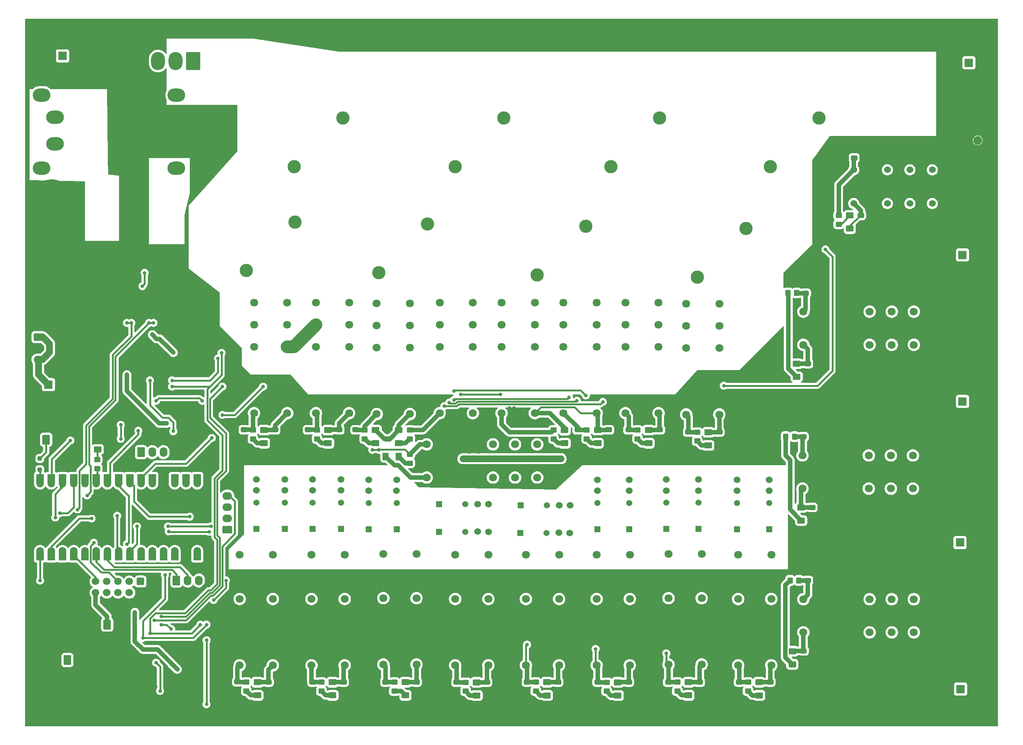
<source format=gtl>
G04 #@! TF.GenerationSoftware,KiCad,Pcbnew,7.0.1*
G04 #@! TF.CreationDate,2023-05-12T07:13:36+02:00*
G04 #@! TF.ProjectId,K_Aries,4b5f4172-6965-4732-9e6b-696361645f70,rev?*
G04 #@! TF.SameCoordinates,Original*
G04 #@! TF.FileFunction,Copper,L1,Top*
G04 #@! TF.FilePolarity,Positive*
%FSLAX46Y46*%
G04 Gerber Fmt 4.6, Leading zero omitted, Abs format (unit mm)*
G04 Created by KiCad (PCBNEW 7.0.1) date 2023-05-12 07:13:36*
%MOMM*%
%LPD*%
G01*
G04 APERTURE LIST*
G04 Aperture macros list*
%AMRoundRect*
0 Rectangle with rounded corners*
0 $1 Rounding radius*
0 $2 $3 $4 $5 $6 $7 $8 $9 X,Y pos of 4 corners*
0 Add a 4 corners polygon primitive as box body*
4,1,4,$2,$3,$4,$5,$6,$7,$8,$9,$2,$3,0*
0 Add four circle primitives for the rounded corners*
1,1,$1+$1,$2,$3*
1,1,$1+$1,$4,$5*
1,1,$1+$1,$6,$7*
1,1,$1+$1,$8,$9*
0 Add four rect primitives between the rounded corners*
20,1,$1+$1,$2,$3,$4,$5,0*
20,1,$1+$1,$4,$5,$6,$7,0*
20,1,$1+$1,$6,$7,$8,$9,0*
20,1,$1+$1,$8,$9,$2,$3,0*%
G04 Aperture macros list end*
G04 #@! TA.AperFunction,ComponentPad*
%ADD10C,1.803400*%
G04 #@! TD*
G04 #@! TA.AperFunction,SMDPad,CuDef*
%ADD11RoundRect,0.250000X-0.475000X0.337500X-0.475000X-0.337500X0.475000X-0.337500X0.475000X0.337500X0*%
G04 #@! TD*
G04 #@! TA.AperFunction,ComponentPad*
%ADD12O,4.000000X3.000000*%
G04 #@! TD*
G04 #@! TA.AperFunction,ComponentPad*
%ADD13R,1.371600X1.371600*%
G04 #@! TD*
G04 #@! TA.AperFunction,ComponentPad*
%ADD14C,1.371600*%
G04 #@! TD*
G04 #@! TA.AperFunction,ComponentPad*
%ADD15C,1.524000*%
G04 #@! TD*
G04 #@! TA.AperFunction,SMDPad,CuDef*
%ADD16RoundRect,0.250001X-0.624999X0.462499X-0.624999X-0.462499X0.624999X-0.462499X0.624999X0.462499X0*%
G04 #@! TD*
G04 #@! TA.AperFunction,SMDPad,CuDef*
%ADD17RoundRect,0.250000X-0.450000X0.350000X-0.450000X-0.350000X0.450000X-0.350000X0.450000X0.350000X0*%
G04 #@! TD*
G04 #@! TA.AperFunction,ComponentPad*
%ADD18C,1.998980*%
G04 #@! TD*
G04 #@! TA.AperFunction,ComponentPad*
%ADD19C,2.499360*%
G04 #@! TD*
G04 #@! TA.AperFunction,SMDPad,CuDef*
%ADD20RoundRect,0.250001X0.624999X-0.462499X0.624999X0.462499X-0.624999X0.462499X-0.624999X-0.462499X0*%
G04 #@! TD*
G04 #@! TA.AperFunction,ComponentPad*
%ADD21C,3.000000*%
G04 #@! TD*
G04 #@! TA.AperFunction,ComponentPad*
%ADD22RoundRect,0.250000X0.620000X0.845000X-0.620000X0.845000X-0.620000X-0.845000X0.620000X-0.845000X0*%
G04 #@! TD*
G04 #@! TA.AperFunction,ComponentPad*
%ADD23O,1.740000X2.190000*%
G04 #@! TD*
G04 #@! TA.AperFunction,SMDPad,CuDef*
%ADD24RoundRect,0.250000X0.475000X-0.337500X0.475000X0.337500X-0.475000X0.337500X-0.475000X-0.337500X0*%
G04 #@! TD*
G04 #@! TA.AperFunction,ComponentPad*
%ADD25R,1.950000X1.950000*%
G04 #@! TD*
G04 #@! TA.AperFunction,ComponentPad*
%ADD26C,3.600000*%
G04 #@! TD*
G04 #@! TA.AperFunction,SMDPad,CuDef*
%ADD27RoundRect,0.250000X-0.250000X0.250000X-0.250000X-0.250000X0.250000X-0.250000X0.250000X0.250000X0*%
G04 #@! TD*
G04 #@! TA.AperFunction,ComponentPad*
%ADD28C,1.950000*%
G04 #@! TD*
G04 #@! TA.AperFunction,ComponentPad*
%ADD29C,7.400000*%
G04 #@! TD*
G04 #@! TA.AperFunction,ComponentPad*
%ADD30RoundRect,0.250000X1.330000X1.800000X-1.330000X1.800000X-1.330000X-1.800000X1.330000X-1.800000X0*%
G04 #@! TD*
G04 #@! TA.AperFunction,ComponentPad*
%ADD31O,3.160000X4.100000*%
G04 #@! TD*
G04 #@! TA.AperFunction,ComponentPad*
%ADD32RoundRect,0.250000X-0.845000X0.620000X-0.845000X-0.620000X0.845000X-0.620000X0.845000X0.620000X0*%
G04 #@! TD*
G04 #@! TA.AperFunction,ComponentPad*
%ADD33O,2.190000X1.740000*%
G04 #@! TD*
G04 #@! TA.AperFunction,SMDPad,CuDef*
%ADD34RoundRect,0.250000X0.350000X0.450000X-0.350000X0.450000X-0.350000X-0.450000X0.350000X-0.450000X0*%
G04 #@! TD*
G04 #@! TA.AperFunction,ComponentPad*
%ADD35C,1.700000*%
G04 #@! TD*
G04 #@! TA.AperFunction,SMDPad,CuDef*
%ADD36O,1.700000X3.000000*%
G04 #@! TD*
G04 #@! TA.AperFunction,SMDPad,CuDef*
%ADD37R,1.700000X1.700000*%
G04 #@! TD*
G04 #@! TA.AperFunction,ComponentPad*
%ADD38O,1.700000X1.700000*%
G04 #@! TD*
G04 #@! TA.AperFunction,ComponentPad*
%ADD39RoundRect,0.250000X-0.620000X-0.845000X0.620000X-0.845000X0.620000X0.845000X-0.620000X0.845000X0*%
G04 #@! TD*
G04 #@! TA.AperFunction,ComponentPad*
%ADD40RoundRect,0.250000X0.845000X-0.620000X0.845000X0.620000X-0.845000X0.620000X-0.845000X-0.620000X0*%
G04 #@! TD*
G04 #@! TA.AperFunction,SMDPad,CuDef*
%ADD41RoundRect,0.250001X0.462499X0.624999X-0.462499X0.624999X-0.462499X-0.624999X0.462499X-0.624999X0*%
G04 #@! TD*
G04 #@! TA.AperFunction,ComponentPad*
%ADD42RoundRect,0.250000X-0.600000X0.600000X-0.600000X-0.600000X0.600000X-0.600000X0.600000X0.600000X0*%
G04 #@! TD*
G04 #@! TA.AperFunction,ViaPad*
%ADD43C,0.800000*%
G04 #@! TD*
G04 #@! TA.AperFunction,Conductor*
%ADD44C,0.400000*%
G04 #@! TD*
G04 #@! TA.AperFunction,Conductor*
%ADD45C,1.000000*%
G04 #@! TD*
G04 #@! TA.AperFunction,Conductor*
%ADD46C,1.500000*%
G04 #@! TD*
G04 #@! TA.AperFunction,Conductor*
%ADD47C,2.900000*%
G04 #@! TD*
G04 APERTURE END LIST*
D10*
X225750000Y-201199996D03*
X225750000Y-186199996D03*
X225750000Y-181199995D03*
X225750000Y-176199995D03*
X218250000Y-176199995D03*
X218250000Y-181199995D03*
X218250000Y-186199996D03*
X218250000Y-201199996D03*
D11*
X193500000Y-204962500D03*
X193500000Y-207037500D03*
D12*
X111700000Y-83300000D03*
X137200000Y-77300000D03*
X142200000Y-80300000D03*
X108700000Y-88800000D03*
X139200000Y-88800000D03*
X111700000Y-77300000D03*
X137200000Y-83800000D03*
X108700000Y-72300000D03*
X139200000Y-72300000D03*
D13*
X273248400Y-170436750D03*
D14*
X273248400Y-164536750D03*
D15*
X273238400Y-161746750D03*
X273248400Y-159266750D03*
D11*
X177000000Y-204962500D03*
X177000000Y-207037500D03*
D13*
X176400000Y-170336750D03*
D14*
X176400000Y-164436750D03*
D15*
X176390000Y-161646750D03*
X176400000Y-159166750D03*
D16*
X291500000Y-99512500D03*
X291500000Y-102487500D03*
D17*
X232000000Y-148000000D03*
X232000000Y-150000000D03*
D18*
X320460000Y-82540000D03*
D19*
X323000000Y-85080000D03*
X323000000Y-80000000D03*
X317920000Y-85080000D03*
X317920000Y-80000000D03*
D20*
X157500000Y-207987500D03*
X157500000Y-205012500D03*
D10*
X161000000Y-201199996D03*
X161000000Y-186199996D03*
X161000000Y-181199995D03*
X161000000Y-176199995D03*
X153500000Y-176199995D03*
X153500000Y-181199995D03*
X153500000Y-186199996D03*
X153500000Y-201199996D03*
D21*
X257000000Y-113475000D03*
X268000000Y-102475000D03*
D11*
X250500000Y-205000000D03*
X250500000Y-207075000D03*
D22*
X114540000Y-200000000D03*
D23*
X112000000Y-200000000D03*
D24*
X282000000Y-182037500D03*
X282000000Y-179962500D03*
X281000000Y-149537500D03*
X281000000Y-147462500D03*
D10*
X193500000Y-201000000D03*
X193500000Y-186000000D03*
X193500000Y-180999999D03*
X193500000Y-175999999D03*
X186000000Y-175999999D03*
X186000000Y-180999999D03*
X186000000Y-186000000D03*
X186000000Y-201000000D03*
X258000000Y-201000001D03*
X258000000Y-186000001D03*
X258000000Y-181000000D03*
X258000000Y-176000000D03*
X250500000Y-176000000D03*
X250500000Y-181000000D03*
X250500000Y-186000001D03*
X250500000Y-201000001D03*
D20*
X246000000Y-150987500D03*
X246000000Y-148012500D03*
X189500000Y-150987500D03*
X189500000Y-148012500D03*
D11*
X234500000Y-204962500D03*
X234500000Y-207037500D03*
X160000000Y-204962500D03*
X160000000Y-207037500D03*
D13*
X198600000Y-164800000D03*
D14*
X204500000Y-164800000D03*
D15*
X207290000Y-164790000D03*
X209770000Y-164800000D03*
D11*
X282000000Y-133000000D03*
X282000000Y-135075000D03*
D17*
X220500000Y-205012500D03*
X220500000Y-207012500D03*
X188500000Y-205000000D03*
X188500000Y-207000000D03*
X257000000Y-148500000D03*
X257000000Y-150500000D03*
D13*
X157300000Y-170350000D03*
D14*
X157300000Y-164450000D03*
D15*
X157290000Y-161660000D03*
X157300000Y-159180000D03*
D25*
X316560000Y-206560000D03*
D26*
X313120000Y-203120000D03*
X313120000Y-210000000D03*
X320000000Y-203120000D03*
X320000000Y-210000000D03*
D11*
X237000000Y-147962500D03*
X237000000Y-150037500D03*
D21*
X165825000Y-88475000D03*
X176825000Y-77475000D03*
D20*
X184250000Y-150987500D03*
X184250000Y-148012500D03*
D10*
X281000000Y-193750000D03*
X296000000Y-193750000D03*
X301000001Y-193750000D03*
X306000001Y-193750000D03*
X306000001Y-186250000D03*
X301000001Y-186250000D03*
X296000000Y-186250000D03*
X281000000Y-186250000D03*
D25*
X113440000Y-63440000D03*
D26*
X110000000Y-60000000D03*
X110000000Y-66880000D03*
X116880000Y-60000000D03*
X116880000Y-66880000D03*
D11*
X261980000Y-148462500D03*
X261980000Y-150537500D03*
D24*
X292500000Y-86500000D03*
X292500000Y-84425000D03*
D20*
X234500000Y-150987500D03*
X234500000Y-148012500D03*
D10*
X280800004Y-161250000D03*
X295800004Y-161250000D03*
X300800005Y-161250000D03*
X305800005Y-161250000D03*
X305800005Y-153750000D03*
X300800005Y-153750000D03*
X295800004Y-153750000D03*
X280800004Y-153750000D03*
D11*
X281000000Y-197925000D03*
X281000000Y-200000000D03*
X202600000Y-205000000D03*
X202600000Y-207075000D03*
D20*
X191000000Y-207987500D03*
X191000000Y-205012500D03*
D11*
X186500000Y-204962500D03*
X186500000Y-207037500D03*
D10*
X273750000Y-201199996D03*
X273750000Y-186199996D03*
X273750000Y-181199995D03*
X273750000Y-176199995D03*
X266250000Y-176199995D03*
X266250000Y-181199995D03*
X266250000Y-186199996D03*
X266250000Y-201199996D03*
D20*
X280500000Y-168487500D03*
X280500000Y-165512500D03*
D13*
X163700000Y-170336750D03*
D14*
X163700000Y-164436750D03*
D15*
X163690000Y-161646750D03*
X163700000Y-159166750D03*
D13*
X170000000Y-170336750D03*
D14*
X170000000Y-164436750D03*
D15*
X169990000Y-161646750D03*
X170000000Y-159166750D03*
D22*
X109740000Y-150200000D03*
D23*
X107200000Y-150200000D03*
D11*
X266500000Y-204962500D03*
X266500000Y-207037500D03*
D13*
X217000000Y-171250000D03*
D14*
X222900000Y-171250000D03*
D15*
X225690000Y-171240000D03*
X228170000Y-171250000D03*
D27*
X108300000Y-154450000D03*
X108300000Y-156950000D03*
D11*
X248500000Y-147962500D03*
X248500000Y-150037500D03*
D25*
X110250000Y-137750000D03*
D28*
X110250000Y-142830000D03*
D11*
X161500000Y-147962500D03*
X161500000Y-150037500D03*
D13*
X182700000Y-170450000D03*
D14*
X182700000Y-164550000D03*
D15*
X182690000Y-161760000D03*
X182700000Y-159280000D03*
D25*
X317000000Y-141560000D03*
D26*
X313560000Y-138120000D03*
X313560000Y-145000000D03*
X320440000Y-138120000D03*
X320440000Y-145000000D03*
D13*
X257248400Y-170370000D03*
D14*
X257248400Y-164470000D03*
D15*
X257238400Y-161680000D03*
X257248400Y-159200000D03*
D11*
X179750000Y-147962500D03*
X179750000Y-150037500D03*
D20*
X173500000Y-150987500D03*
X173500000Y-148012500D03*
D21*
X273500000Y-88500000D03*
X284500000Y-77500000D03*
D17*
X181750000Y-148000000D03*
X181750000Y-150000000D03*
X268500000Y-205012500D03*
X268500000Y-207012500D03*
X156500000Y-148000000D03*
X156500000Y-150000000D03*
D29*
X111000000Y-95000000D03*
D30*
X142960000Y-64595000D03*
D31*
X139000000Y-64595000D03*
X135040000Y-64595000D03*
D20*
X278500000Y-200987500D03*
X278500000Y-198012500D03*
D32*
X108000000Y-127000000D03*
D33*
X108000000Y-129540000D03*
X108000000Y-132080000D03*
D13*
X198600000Y-171000000D03*
D14*
X204500000Y-171000000D03*
D15*
X207290000Y-170990000D03*
X209770000Y-171000000D03*
D11*
X273500000Y-204962500D03*
X273500000Y-207037500D03*
D13*
X189000000Y-170450000D03*
D14*
X189000000Y-164550000D03*
D15*
X188990000Y-161760000D03*
X189000000Y-159280000D03*
D25*
X316440000Y-173440000D03*
D26*
X313000000Y-170000000D03*
X313000000Y-176880000D03*
X319880000Y-170000000D03*
X319880000Y-176880000D03*
D34*
X280000000Y-182000000D03*
X278000000Y-182000000D03*
D25*
X317000000Y-108440000D03*
D26*
X313560000Y-105000000D03*
X313560000Y-111880000D03*
X320440000Y-105000000D03*
X320440000Y-111880000D03*
D10*
X195800004Y-158750000D03*
X210800004Y-158750000D03*
X215800005Y-158750000D03*
X220800005Y-158750000D03*
X220800005Y-151250000D03*
X215800005Y-151250000D03*
X210800004Y-151250000D03*
X195800004Y-151250000D03*
D11*
X230000000Y-147962500D03*
X230000000Y-150037500D03*
D17*
X121300000Y-154700000D03*
X121300000Y-156700000D03*
D21*
X155000000Y-111975000D03*
X166000000Y-100975000D03*
D11*
X255000000Y-148462500D03*
X255000000Y-150537500D03*
X169000000Y-147962500D03*
X169000000Y-150037500D03*
D24*
X187000000Y-150037500D03*
X187000000Y-147962500D03*
D11*
X154500000Y-147962500D03*
X154500000Y-150037500D03*
X294000000Y-99462500D03*
X294000000Y-101537500D03*
D17*
X236500000Y-205037500D03*
X236500000Y-207037500D03*
D20*
X159000000Y-150987500D03*
X159000000Y-148012500D03*
D13*
X250000000Y-170370000D03*
D14*
X250000000Y-164470000D03*
D15*
X249990000Y-161680000D03*
X250000000Y-159200000D03*
D10*
X241750000Y-201199996D03*
X241750000Y-186199996D03*
X241750000Y-181199995D03*
X241750000Y-176199995D03*
X234250000Y-176199995D03*
X234250000Y-181199995D03*
X234250000Y-186199996D03*
X234250000Y-201199996D03*
D20*
X174500000Y-207987500D03*
X174500000Y-205012500D03*
D13*
X234400000Y-170436750D03*
D14*
X234400000Y-164536750D03*
D15*
X234390000Y-161746750D03*
X234400000Y-159266750D03*
D10*
X192000000Y-144399992D03*
X192000000Y-129399992D03*
X192000000Y-124399991D03*
X192000000Y-119399991D03*
X184500000Y-119399991D03*
X184500000Y-124399991D03*
X184500000Y-129399992D03*
X184500000Y-144399992D03*
D17*
X252500000Y-205000000D03*
X252500000Y-207000000D03*
D11*
X209400000Y-205000000D03*
X209400000Y-207075000D03*
X283000000Y-165500000D03*
X283000000Y-167575000D03*
D17*
X192000000Y-153500000D03*
X192000000Y-155500000D03*
D34*
X279000000Y-149500000D03*
X277000000Y-149500000D03*
D10*
X209750000Y-201199996D03*
X209750000Y-186199996D03*
X209750000Y-181199995D03*
X209750000Y-176199995D03*
X202250000Y-176199995D03*
X202250000Y-181199995D03*
X202250000Y-186199996D03*
X202250000Y-201199996D03*
D11*
X241500000Y-147962500D03*
X241500000Y-150037500D03*
D17*
X204600000Y-205037500D03*
X204600000Y-207037500D03*
D10*
X206250000Y-144199996D03*
X206250000Y-129199996D03*
X206250000Y-124199995D03*
X206250000Y-119199995D03*
X198750000Y-119199995D03*
X198750000Y-124199995D03*
X198750000Y-129199996D03*
X198750000Y-144199996D03*
D13*
X266000000Y-170436750D03*
D14*
X266000000Y-164536750D03*
D15*
X265990000Y-161746750D03*
X266000000Y-159266750D03*
D29*
X319000000Y-94000000D03*
D34*
X279500000Y-117000000D03*
X277500000Y-117000000D03*
D20*
X239000000Y-208025000D03*
X239000000Y-205050000D03*
D17*
X155000000Y-205000000D03*
X155000000Y-207000000D03*
D25*
X318440000Y-65000000D03*
D26*
X315000000Y-61560000D03*
X315000000Y-68440000D03*
X321880000Y-61560000D03*
X321880000Y-68440000D03*
D20*
X223000000Y-208000000D03*
X223000000Y-205025000D03*
D29*
X110000000Y-211000000D03*
D10*
X248250000Y-144199996D03*
X248250000Y-129199996D03*
X248250000Y-124199995D03*
X248250000Y-119199995D03*
X240750000Y-119199995D03*
X240750000Y-124199995D03*
X240750000Y-129199996D03*
X240750000Y-144199996D03*
X280999999Y-128750000D03*
X295999999Y-128750000D03*
X301000000Y-128750000D03*
X306000000Y-128750000D03*
X306000000Y-121250000D03*
X301000000Y-121250000D03*
X295999999Y-121250000D03*
X280999999Y-121250000D03*
D15*
X292380000Y-96810000D03*
X300000000Y-96810000D03*
X305080000Y-96810000D03*
X310160000Y-96810000D03*
X310160000Y-89190000D03*
X305080000Y-89190000D03*
X300000000Y-89190000D03*
X292380000Y-89190000D03*
D20*
X255000000Y-207987500D03*
X255000000Y-205012500D03*
D11*
X170000000Y-204962500D03*
X170000000Y-207037500D03*
D20*
X259500000Y-151487500D03*
X259500000Y-148512500D03*
D11*
X176000000Y-147962500D03*
X176000000Y-150037500D03*
D29*
X301000000Y-210000000D03*
D20*
X227000000Y-151000000D03*
X227000000Y-148025000D03*
D10*
X234250000Y-144199996D03*
X234250000Y-129199996D03*
X234250000Y-124199995D03*
X234250000Y-119199995D03*
X226750000Y-119199995D03*
X226750000Y-124199995D03*
X226750000Y-129199996D03*
X226750000Y-144199996D03*
D35*
X143900000Y-160100000D03*
D36*
X143900000Y-159465000D03*
D37*
X143900000Y-158830000D03*
D38*
X141360000Y-160100000D03*
D36*
X141360000Y-159465000D03*
D37*
X141360000Y-158830000D03*
D38*
X138820000Y-160100000D03*
D36*
X138820000Y-159465000D03*
D37*
X138820000Y-158830000D03*
D38*
X136280000Y-160100000D03*
D36*
X136280000Y-159465000D03*
D37*
X136280000Y-158830000D03*
D38*
X133740000Y-160100000D03*
D36*
X133740000Y-159465000D03*
D37*
X133740000Y-158830000D03*
D38*
X131200000Y-160100000D03*
D36*
X131200000Y-159465000D03*
D37*
X131200000Y-158830000D03*
D38*
X128660000Y-160100000D03*
D36*
X128660000Y-159465000D03*
D37*
X128660000Y-158830000D03*
D38*
X126120000Y-160100000D03*
D36*
X126120000Y-159465000D03*
D37*
X126120000Y-158830000D03*
D38*
X123580000Y-160100000D03*
D36*
X123580000Y-159465000D03*
D37*
X123580000Y-158830000D03*
D38*
X121040000Y-160100000D03*
D36*
X121040000Y-159465000D03*
D37*
X121040000Y-158830000D03*
D38*
X118500000Y-160100000D03*
D36*
X118500000Y-159465000D03*
D37*
X118500000Y-158830000D03*
D38*
X115960000Y-160100000D03*
D36*
X115960000Y-159465000D03*
D37*
X115960000Y-158830000D03*
D38*
X113420000Y-160100000D03*
D36*
X113420000Y-159465000D03*
D37*
X113420000Y-158830000D03*
D38*
X110880000Y-160100000D03*
D36*
X110880000Y-159465000D03*
D37*
X110880000Y-158830000D03*
D38*
X108340000Y-160100000D03*
D36*
X108340000Y-159465000D03*
D37*
X108340000Y-158830000D03*
X108340000Y-176610000D03*
D36*
X108340000Y-175975000D03*
D35*
X108340000Y-175340000D03*
D37*
X110880000Y-176610000D03*
D36*
X110880000Y-175975000D03*
D38*
X110880000Y-175340000D03*
D37*
X113420000Y-176610000D03*
D36*
X113420000Y-175975000D03*
D38*
X113420000Y-175340000D03*
D37*
X115960000Y-176610000D03*
D36*
X115960000Y-175975000D03*
D38*
X115960000Y-175340000D03*
D37*
X118500000Y-176610000D03*
D36*
X118500000Y-175975000D03*
D38*
X118500000Y-175340000D03*
D37*
X121040000Y-176610000D03*
D36*
X121040000Y-175975000D03*
D38*
X121040000Y-175340000D03*
D37*
X123580000Y-176610000D03*
D36*
X123580000Y-175975000D03*
D38*
X123580000Y-175340000D03*
D37*
X126120000Y-176610000D03*
D36*
X126120000Y-175975000D03*
D38*
X126120000Y-175340000D03*
D37*
X128660000Y-176610000D03*
D36*
X128660000Y-175975000D03*
D38*
X128660000Y-175340000D03*
D37*
X131200000Y-176610000D03*
D36*
X131200000Y-175975000D03*
D38*
X131200000Y-175340000D03*
D37*
X133740000Y-176610000D03*
D36*
X133740000Y-175975000D03*
D38*
X133740000Y-175340000D03*
D37*
X136280000Y-176610000D03*
D36*
X136280000Y-175975000D03*
D38*
X136280000Y-175340000D03*
D37*
X138820000Y-176610000D03*
D36*
X138820000Y-175975000D03*
D38*
X138820000Y-175340000D03*
D37*
X141360000Y-176610000D03*
D36*
X141360000Y-175975000D03*
D38*
X141360000Y-175340000D03*
D37*
X143900000Y-176610000D03*
D36*
X143900000Y-175975000D03*
D38*
X143900000Y-175340000D03*
D10*
X164250000Y-144199996D03*
X164250000Y-129199996D03*
X164250000Y-124199995D03*
X164250000Y-119199995D03*
X156750000Y-119199995D03*
X156750000Y-124199995D03*
X156750000Y-129199996D03*
X156750000Y-144199996D03*
D20*
X279500000Y-135987500D03*
X279500000Y-133012500D03*
D39*
X131190000Y-153020000D03*
D23*
X133730000Y-153020000D03*
X136270000Y-153020000D03*
X138810000Y-153020000D03*
D40*
X150700000Y-170500000D03*
D33*
X150700000Y-167960000D03*
X150700000Y-165420000D03*
X150700000Y-162880000D03*
X150700000Y-160340000D03*
D11*
X225500000Y-204962500D03*
X225500000Y-207037500D03*
X153000000Y-204925000D03*
X153000000Y-207000000D03*
D16*
X121400000Y-149425000D03*
X121400000Y-152400000D03*
D21*
X220775000Y-112975000D03*
X231775000Y-101975000D03*
D17*
X243500000Y-148000000D03*
X243500000Y-150000000D03*
D10*
X177250000Y-201199996D03*
X177250000Y-186199996D03*
X177250000Y-181199995D03*
X177250000Y-176199995D03*
X169750000Y-176199995D03*
X169750000Y-181199995D03*
X169750000Y-186199996D03*
X169750000Y-201199996D03*
D24*
X281500000Y-117075000D03*
X281500000Y-115000000D03*
D20*
X207100000Y-208025000D03*
X207100000Y-205050000D03*
D17*
X172000000Y-205000000D03*
X172000000Y-207000000D03*
D21*
X185000000Y-112475000D03*
X196000000Y-101475000D03*
D10*
X178250000Y-144199996D03*
X178250000Y-129199996D03*
X178250000Y-124199995D03*
X178250000Y-119199995D03*
X170750000Y-119199995D03*
X170750000Y-124199995D03*
X170750000Y-129199996D03*
X170750000Y-144199996D03*
X262000000Y-144500000D03*
X262000000Y-129500000D03*
X262000000Y-124499999D03*
X262000000Y-119499999D03*
X254500000Y-119499999D03*
X254500000Y-124499999D03*
X254500000Y-129500000D03*
X254500000Y-144500000D03*
D20*
X271000000Y-208000000D03*
X271000000Y-205025000D03*
D10*
X220250000Y-144199996D03*
X220250000Y-129199996D03*
X220250000Y-124199995D03*
X220250000Y-119199995D03*
X212750000Y-119199995D03*
X212750000Y-124199995D03*
X212750000Y-129199996D03*
X212750000Y-144199996D03*
D22*
X123540000Y-192000000D03*
D23*
X121000000Y-192000000D03*
D39*
X139190000Y-182020000D03*
D23*
X141730000Y-182020000D03*
X144270000Y-182020000D03*
X146810000Y-182020000D03*
D21*
X237500000Y-88475000D03*
X248500000Y-77475000D03*
D17*
X224500000Y-148000000D03*
X224500000Y-150000000D03*
X171000000Y-148000000D03*
X171000000Y-150000000D03*
D41*
X189487500Y-154000000D03*
X186512500Y-154000000D03*
D11*
X241500000Y-204962500D03*
X241500000Y-207037500D03*
D17*
X289000000Y-99500000D03*
X289000000Y-101500000D03*
X192000000Y-148000000D03*
X192000000Y-150000000D03*
D11*
X218500000Y-204962500D03*
X218500000Y-207037500D03*
D21*
X202225000Y-88475000D03*
X213225000Y-77475000D03*
D13*
X241648400Y-170436750D03*
D14*
X241648400Y-164536750D03*
D15*
X241638400Y-161746750D03*
X241648400Y-159266750D03*
D42*
X131080000Y-182247500D03*
D35*
X131080000Y-184787500D03*
X128540000Y-182247500D03*
X128540000Y-184787500D03*
X126000000Y-182247500D03*
X126000000Y-184787500D03*
X123460000Y-182247500D03*
X123460000Y-184787500D03*
X120920000Y-182247500D03*
X120920000Y-184787500D03*
D11*
X257520000Y-205000000D03*
X257520000Y-207075000D03*
D13*
X217100000Y-165000000D03*
D14*
X223000000Y-165000000D03*
D15*
X225790000Y-164990000D03*
X228270000Y-165000000D03*
D43*
X129800000Y-191000000D03*
X139409632Y-202093750D03*
X129800000Y-189200000D03*
X128000000Y-137000000D03*
X135800000Y-146500000D03*
X137000000Y-146500000D03*
X138200000Y-201000000D03*
X128000000Y-135500000D03*
X117500000Y-127000000D03*
X144000000Y-129500000D03*
X140500000Y-118500000D03*
X207500000Y-153000000D03*
X153000000Y-139500000D03*
X139000000Y-119500000D03*
X137000000Y-211000000D03*
X107700000Y-172100000D03*
X286500000Y-160500000D03*
X135600000Y-112400000D03*
X205500000Y-153000000D03*
X133000000Y-199200000D03*
X129500000Y-105500000D03*
X121000000Y-208500000D03*
X107700000Y-170700000D03*
X273000000Y-147000000D03*
X134500000Y-206000000D03*
X303500000Y-154000000D03*
X129500000Y-103500000D03*
X215000000Y-145400000D03*
X144500000Y-200500000D03*
X131923584Y-162054249D03*
X287500000Y-86500000D03*
X276000000Y-147000000D03*
X129500000Y-97500000D03*
X124000000Y-62500000D03*
X124000000Y-60500000D03*
X150215001Y-129284999D03*
X141600000Y-108400000D03*
X126000000Y-162000000D03*
X107800000Y-146600000D03*
X303500000Y-162000000D03*
X141600000Y-186000000D03*
X284900500Y-128000000D03*
X143500000Y-201500000D03*
X122000000Y-198500000D03*
X217000000Y-145500000D03*
X303500000Y-192500000D03*
X140400000Y-142400000D03*
X213400000Y-150800000D03*
X142000000Y-121500000D03*
X284900500Y-126500000D03*
X123800000Y-144800000D03*
X135000000Y-132500000D03*
X303500000Y-158000000D03*
X113000000Y-179500000D03*
X303500000Y-188500000D03*
X125000000Y-120500000D03*
X267000000Y-136000000D03*
X215000000Y-146800000D03*
X215500000Y-142998502D03*
X124000000Y-64500000D03*
X141000000Y-120500000D03*
X137000000Y-197800000D03*
X303500000Y-125500000D03*
X213400000Y-152200000D03*
X123400000Y-204000000D03*
X203333259Y-147258259D03*
X120400000Y-142400000D03*
X123500000Y-120000000D03*
X140500000Y-130500000D03*
X124000000Y-69000000D03*
X107800000Y-145000000D03*
X303500000Y-121500000D03*
X133000000Y-135000000D03*
X139000000Y-198200000D03*
X131000000Y-162000000D03*
X270000000Y-136000000D03*
X137500000Y-124500000D03*
X116400000Y-147800000D03*
X125400000Y-144800000D03*
X285000000Y-159000000D03*
X124000000Y-67000000D03*
X143000000Y-144000000D03*
X107500000Y-114000000D03*
X218200000Y-158400000D03*
X129500000Y-98500000D03*
X213400000Y-156600000D03*
X123000000Y-107500000D03*
X127200000Y-170000000D03*
X151000000Y-186000000D03*
X147500000Y-197000000D03*
X108800000Y-166000000D03*
X117500000Y-116000000D03*
X303500000Y-160000000D03*
X141500000Y-187000000D03*
X201000000Y-150500000D03*
X127000000Y-115000000D03*
X116500000Y-153500000D03*
X236500000Y-145500000D03*
X107800000Y-166000000D03*
X217000000Y-147000000D03*
X138500000Y-107500000D03*
X115500000Y-123000000D03*
X130000000Y-119000000D03*
X276000000Y-136000000D03*
X286000000Y-87500000D03*
X123000000Y-131800000D03*
X273000000Y-136000000D03*
X129500000Y-99500000D03*
X270000000Y-147000000D03*
X136472536Y-131027464D03*
X110000000Y-166000000D03*
X218200000Y-152200000D03*
X218200000Y-156600000D03*
X151000500Y-184800000D03*
X142000000Y-123500000D03*
X121000000Y-107500000D03*
X130000000Y-114500000D03*
X204500000Y-146000000D03*
X147500000Y-195500000D03*
X125000000Y-108400000D03*
X131600000Y-199200000D03*
X303500000Y-156000000D03*
X133400000Y-165600000D03*
X303500000Y-186500000D03*
X303500000Y-190500000D03*
X138800000Y-142400000D03*
X201000000Y-158000000D03*
X129500000Y-104500000D03*
X303500000Y-123500000D03*
X119800000Y-108600000D03*
X153000000Y-140500000D03*
X213400000Y-158400000D03*
X286500000Y-193000000D03*
X129500000Y-100500000D03*
X126500000Y-112500000D03*
X267000000Y-147000000D03*
X151000000Y-206500000D03*
X125000000Y-111000000D03*
X121500000Y-127000000D03*
X284500000Y-87500000D03*
X144000000Y-130500000D03*
X129500000Y-102500000D03*
X236500000Y-143500000D03*
X136800000Y-111000000D03*
X285566279Y-191907646D03*
X114000000Y-153500000D03*
X122000000Y-204000000D03*
X214500000Y-143000000D03*
X288000000Y-105500000D03*
X131000000Y-118800000D03*
X140200245Y-107655174D03*
X201000000Y-151500000D03*
X136000000Y-126000000D03*
X141000000Y-125000000D03*
X110000000Y-114000000D03*
X118000000Y-142500000D03*
X289500000Y-104000000D03*
X121500000Y-201000000D03*
X121500000Y-118500000D03*
X131000000Y-135500000D03*
X303500000Y-194500000D03*
X141500000Y-142500000D03*
X120000000Y-202500000D03*
X140500000Y-129500000D03*
X141500000Y-150000000D03*
X303500000Y-127500000D03*
X114500000Y-181000000D03*
X117000000Y-123000000D03*
X137000000Y-108400000D03*
X134000000Y-133500000D03*
X153250000Y-129500000D03*
X127200000Y-165800000D03*
X201000000Y-159000000D03*
X140000000Y-148500000D03*
X123000000Y-135500000D03*
X115600000Y-193000000D03*
X151500000Y-150000000D03*
X218200000Y-150800000D03*
X149500000Y-205000000D03*
X153000000Y-150000000D03*
X129500000Y-101500000D03*
X122000000Y-209500000D03*
X134000000Y-211000000D03*
X133500000Y-207500000D03*
X303500000Y-129500000D03*
X206000000Y-154500000D03*
X223600000Y-154500000D03*
X204000000Y-154500000D03*
X208000000Y-154500000D03*
X226200000Y-154500000D03*
X225000000Y-154500000D03*
X119000000Y-162800000D03*
X133000000Y-123800000D03*
X134000000Y-123800000D03*
X128000000Y-123800000D03*
X129000000Y-123800000D03*
X116800000Y-166000000D03*
X185000000Y-152500000D03*
X183500000Y-152500000D03*
X203500000Y-140000000D03*
X212462500Y-140000000D03*
X218500000Y-196500000D03*
X228002824Y-140600000D03*
X202002824Y-141199500D03*
X234000000Y-197500000D03*
X229800000Y-141400000D03*
X200930808Y-141799001D03*
X250000000Y-198500000D03*
X199800000Y-142600000D03*
X235650000Y-141650000D03*
X134600000Y-200600000D03*
X135200000Y-127400000D03*
X135500000Y-207000000D03*
X150398502Y-182000000D03*
X147613154Y-186413154D03*
X138500000Y-130499998D03*
X133750000Y-126450000D03*
X137500000Y-129500000D03*
X134200000Y-191000000D03*
X126600001Y-146850001D03*
X126600000Y-150000000D03*
X120000000Y-168000000D03*
X149600000Y-144600000D03*
X147200000Y-149800000D03*
X158800000Y-138200000D03*
X286000000Y-107200000D03*
X202000000Y-139200000D03*
X231800000Y-140200000D03*
X263000000Y-138000000D03*
X112800000Y-166800000D03*
X128000000Y-173800000D03*
X111800000Y-167800000D03*
X120500000Y-173500000D03*
X130270000Y-169800000D03*
X125800000Y-167400000D03*
X142200000Y-167600000D03*
X147000000Y-169800000D03*
X137300000Y-169800000D03*
X137449999Y-170919337D03*
X146600000Y-171000000D03*
X131500000Y-115500000D03*
X132000000Y-112500000D03*
X130565332Y-148165332D03*
X108354289Y-182045711D03*
X115200000Y-150370957D03*
X145000000Y-141400000D03*
X134600000Y-141400000D03*
X131600000Y-194998502D03*
X138200000Y-136800000D03*
X138500000Y-148300000D03*
X148600500Y-131843484D03*
X133200000Y-136800000D03*
X146000000Y-192000000D03*
X136600000Y-180800000D03*
X133200000Y-194000000D03*
X138200002Y-138200000D03*
X144600000Y-192000000D03*
X149400000Y-130600000D03*
X138000000Y-193000000D03*
X149600000Y-138200000D03*
X135800000Y-192000000D03*
X135800000Y-190200000D03*
X146014939Y-195534857D03*
X146000000Y-210000000D03*
D44*
X126120000Y-160620000D02*
X126120000Y-160100000D01*
X128400000Y-162900000D02*
X126120000Y-160620000D01*
X128400000Y-173400000D02*
X128400000Y-162900000D01*
X128000000Y-173800000D02*
X128400000Y-173400000D01*
X141400000Y-155600000D02*
X147200000Y-149800000D01*
X134430000Y-155600000D02*
X141400000Y-155600000D01*
X131800000Y-158230000D02*
X134430000Y-155600000D01*
X131800000Y-158990000D02*
X131800000Y-158230000D01*
X130565332Y-149034668D02*
X130565332Y-148165332D01*
X124180000Y-155420000D02*
X130565332Y-149034668D01*
X124180000Y-159500000D02*
X124180000Y-155420000D01*
X123580000Y-160100000D02*
X124180000Y-159500000D01*
X121040000Y-160100000D02*
X121040000Y-159465000D01*
X121300000Y-159840000D02*
X121040000Y-160100000D01*
X121300000Y-156700000D02*
X121300000Y-159840000D01*
X119790000Y-156190000D02*
X119790000Y-162010000D01*
X119790000Y-162010000D02*
X119000000Y-162800000D01*
X119400000Y-155800000D02*
X119790000Y-156190000D01*
X125400000Y-141200000D02*
X119400000Y-147200000D01*
X119400000Y-147200000D02*
X119400000Y-155800000D01*
X133000000Y-123800000D02*
X125400000Y-131400000D01*
X125400000Y-131400000D02*
X125400000Y-141200000D01*
X117250000Y-165550000D02*
X116800000Y-166000000D01*
X124800000Y-140952178D02*
X118800499Y-146951679D01*
X124800000Y-131000000D02*
X124800000Y-140952178D01*
X129000000Y-126800000D02*
X124800000Y-131000000D01*
X118800499Y-146951679D02*
X118800499Y-155699501D01*
X118800499Y-155699501D02*
X117250000Y-157250000D01*
X117250000Y-157250000D02*
X117250000Y-165550000D01*
X129000000Y-123800000D02*
X129000000Y-126800000D01*
X114600000Y-166800000D02*
X112800000Y-166800000D01*
X115960000Y-165440000D02*
X114600000Y-166800000D01*
X115960000Y-160100000D02*
X115960000Y-165440000D01*
X113420000Y-160860000D02*
X113040000Y-161240000D01*
X113420000Y-160100000D02*
X113420000Y-160860000D01*
X110880000Y-160100000D02*
X111000000Y-159980000D01*
X111000000Y-159980000D02*
X111000000Y-154570957D01*
X111000000Y-154570957D02*
X115200000Y-150370957D01*
X108340000Y-156990000D02*
X108300000Y-156950000D01*
X108340000Y-160100000D02*
X108340000Y-156990000D01*
X108340000Y-182031422D02*
X108354289Y-182045711D01*
X108340000Y-175340000D02*
X108340000Y-182031422D01*
X117200000Y-168000000D02*
X110880000Y-174320000D01*
X110880000Y-174320000D02*
X110880000Y-175340000D01*
X120000000Y-168000000D02*
X117200000Y-168000000D01*
X115960000Y-175340000D02*
X115960000Y-175975000D01*
X115960000Y-176360000D02*
X115960000Y-175340000D01*
X120920000Y-181320000D02*
X115960000Y-176360000D01*
X120920000Y-182247500D02*
X120920000Y-181320000D01*
X122800000Y-179600000D02*
X121040000Y-177840000D01*
X138200000Y-179600000D02*
X122800000Y-179600000D01*
X121040000Y-177840000D02*
X121040000Y-175340000D01*
X139190000Y-180590000D02*
X138200000Y-179600000D01*
X139190000Y-182020000D02*
X139190000Y-180590000D01*
X121040000Y-176610000D02*
X121040000Y-175340000D01*
X140000000Y-179000000D02*
X125100000Y-179000000D01*
X125100000Y-179000000D02*
X123580000Y-177480000D01*
X141730000Y-180730000D02*
X140000000Y-179000000D01*
X123580000Y-177480000D02*
X123580000Y-175340000D01*
X141730000Y-182020000D02*
X141730000Y-180730000D01*
X130270000Y-173730000D02*
X130270000Y-169800000D01*
X128660000Y-175340000D02*
X130270000Y-173730000D01*
X136280000Y-161020000D02*
X136280000Y-160100000D01*
X135300000Y-162000000D02*
X136280000Y-161020000D01*
X131977833Y-162000000D02*
X135300000Y-162000000D01*
X131923584Y-162054249D02*
X131977833Y-162000000D01*
X133400000Y-165600000D02*
X133400000Y-162000000D01*
X137530662Y-171000000D02*
X137449999Y-170919337D01*
X146600000Y-171000000D02*
X137530662Y-171000000D01*
D45*
X146810000Y-180610000D02*
X146810000Y-182020000D01*
X145800000Y-179600000D02*
X146810000Y-180610000D01*
X143200000Y-179600000D02*
X145800000Y-179600000D01*
X141360000Y-177760000D02*
X143200000Y-179600000D01*
X141360000Y-175340000D02*
X141360000Y-177760000D01*
D44*
X151180000Y-162880000D02*
X150700000Y-162880000D01*
X152400000Y-164100000D02*
X151180000Y-162880000D01*
X152400000Y-171500000D02*
X152400000Y-164100000D01*
X149599002Y-174300998D02*
X152400000Y-171500000D01*
X149599002Y-183296642D02*
X149599002Y-174300998D01*
X146952178Y-185447822D02*
X147447822Y-185447822D01*
X141400000Y-191000000D02*
X146952178Y-185447822D01*
X147447822Y-185447822D02*
X149599002Y-183296642D01*
X134200000Y-191000000D02*
X141400000Y-191000000D01*
X121300000Y-152500000D02*
X121400000Y-152400000D01*
X121300000Y-154700000D02*
X121300000Y-152500000D01*
X109740000Y-153010000D02*
X108300000Y-154450000D01*
X109740000Y-150200000D02*
X109740000Y-153010000D01*
X123952001Y-180199501D02*
X126000000Y-182247500D01*
X122129501Y-180199501D02*
X123952001Y-180199501D01*
X119790000Y-177860000D02*
X122129501Y-180199501D01*
X120500000Y-173500000D02*
X119790000Y-174210000D01*
X119790000Y-174210000D02*
X119790000Y-177860000D01*
X147000000Y-169800000D02*
X137300000Y-169800000D01*
X131869335Y-162000000D02*
X131923584Y-162054249D01*
X131000000Y-162000000D02*
X131869335Y-162000000D01*
X113040000Y-161240000D02*
X113040000Y-160480000D01*
X113040000Y-161240000D02*
X111800000Y-162480000D01*
X113040000Y-160480000D02*
X113420000Y-160100000D01*
X110000000Y-166000000D02*
X110000000Y-168400000D01*
X116200000Y-167000000D02*
X112500000Y-170700000D01*
X112500000Y-170700000D02*
X107700000Y-170700000D01*
X121000000Y-167000000D02*
X116200000Y-167000000D01*
X126000000Y-162000000D02*
X121000000Y-167000000D01*
X110000000Y-168400000D02*
X107700000Y-170700000D01*
D45*
X138315882Y-201000000D02*
X139409632Y-202093750D01*
X129800000Y-192400000D02*
X129800000Y-195800000D01*
X128000000Y-137000000D02*
X128000000Y-139200000D01*
X135800000Y-146500000D02*
X137000000Y-146500000D01*
X135300000Y-146500000D02*
X135800000Y-146500000D01*
X131600000Y-197600000D02*
X134915884Y-197600000D01*
X128000000Y-139200000D02*
X135300000Y-146500000D01*
X129800000Y-192400000D02*
X129800000Y-189200000D01*
X129800000Y-192400000D02*
X129800000Y-191000000D01*
X129800000Y-195800000D02*
X131600000Y-197600000D01*
X138200000Y-201000000D02*
X138315882Y-201000000D01*
X128000000Y-135500000D02*
X128000000Y-137000000D01*
X134915884Y-197600000D02*
X139409632Y-202093750D01*
X146810000Y-182190000D02*
X143000000Y-186000000D01*
X143000000Y-186000000D02*
X141600000Y-186000000D01*
D44*
X116500000Y-153500000D02*
X116500000Y-147900000D01*
X127200000Y-165800000D02*
X127200000Y-170000000D01*
X108800000Y-166000000D02*
X107800000Y-166000000D01*
X116500000Y-147900000D02*
X116400000Y-147800000D01*
X110000000Y-166000000D02*
X108800000Y-166000000D01*
D45*
X146810000Y-182020000D02*
X146810000Y-182190000D01*
X234500000Y-144449996D02*
X234250000Y-144199996D01*
X189500000Y-148012500D02*
X187475000Y-150037500D01*
D46*
X206000000Y-154500000D02*
X204000000Y-154500000D01*
D45*
X246000000Y-148012500D02*
X248450000Y-148012500D01*
X184250000Y-148012500D02*
X186275000Y-150037500D01*
D44*
X234250000Y-144199996D02*
X230621510Y-144199996D01*
D45*
X236950000Y-148012500D02*
X237000000Y-147962500D01*
D44*
X221651493Y-142798503D02*
X220250000Y-144199996D01*
D45*
X234500000Y-148012500D02*
X236950000Y-148012500D01*
X161500000Y-146949996D02*
X164250000Y-144199996D01*
X195800004Y-158750000D02*
X192150000Y-158750000D01*
X192000000Y-144399992D02*
X189500000Y-146899992D01*
X261980000Y-148462500D02*
X261980000Y-144520000D01*
X259500000Y-148512500D02*
X261930000Y-148512500D01*
D46*
X223600000Y-154500000D02*
X225000000Y-154500000D01*
D45*
X188512500Y-156000000D02*
X186512500Y-154000000D01*
X176000000Y-147962500D02*
X176000000Y-146449996D01*
X248500000Y-147962500D02*
X248500000Y-144449996D01*
D46*
X206000000Y-154500000D02*
X223600000Y-154500000D01*
D45*
X173550000Y-147962500D02*
X173500000Y-148012500D01*
X161450000Y-148012500D02*
X161500000Y-147962500D01*
X186275000Y-150037500D02*
X187000000Y-150037500D01*
X227000000Y-148025000D02*
X227000000Y-147500000D01*
X187475000Y-150037500D02*
X187000000Y-150037500D01*
X227000000Y-147500000D02*
X223699996Y-144199996D01*
X234500000Y-148012500D02*
X234500000Y-144449996D01*
X176000000Y-146449996D02*
X178250000Y-144199996D01*
X223699996Y-144199996D02*
X220250000Y-144199996D01*
X159000000Y-148012500D02*
X161450000Y-148012500D01*
X189400000Y-156000000D02*
X188512500Y-156000000D01*
X161500000Y-147962500D02*
X161500000Y-146949996D01*
X261980000Y-144520000D02*
X262000000Y-144500000D01*
D46*
X225000000Y-154500000D02*
X226200000Y-154500000D01*
D45*
X248500000Y-144449996D02*
X248250000Y-144199996D01*
X192150000Y-158750000D02*
X189400000Y-156000000D01*
D44*
X230621510Y-144199996D02*
X229220017Y-142798503D01*
D45*
X189500000Y-146899992D02*
X189500000Y-148012500D01*
X261930000Y-148512500D02*
X261980000Y-148462500D01*
X176000000Y-147962500D02*
X173550000Y-147962500D01*
X248450000Y-148012500D02*
X248500000Y-147962500D01*
D44*
X229220017Y-142798503D02*
X221651493Y-142798503D01*
D45*
X209400000Y-201549996D02*
X209750000Y-201199996D01*
X174500000Y-205012500D02*
X176950000Y-205012500D01*
X257520000Y-205000000D02*
X255012500Y-205000000D01*
X191050000Y-204962500D02*
X191000000Y-205012500D01*
X271000000Y-205025000D02*
X273437500Y-205025000D01*
X255012500Y-205000000D02*
X255000000Y-205012500D01*
X193500000Y-204962500D02*
X193500000Y-201000000D01*
X160000000Y-202199996D02*
X161000000Y-201199996D01*
X225500000Y-204962500D02*
X223062500Y-204962500D01*
X239087500Y-204962500D02*
X239000000Y-205050000D01*
X241500000Y-201449996D02*
X241750000Y-201199996D01*
X241500000Y-204962500D02*
X241500000Y-201449996D01*
X160000000Y-204962500D02*
X160000000Y-202199996D01*
X157500000Y-205012500D02*
X159950000Y-205012500D01*
X176950000Y-205012500D02*
X177000000Y-204962500D01*
X241500000Y-204962500D02*
X239087500Y-204962500D01*
X177000000Y-201449996D02*
X177250000Y-201199996D01*
X225500000Y-201449996D02*
X225750000Y-201199996D01*
X209350000Y-205050000D02*
X209400000Y-205000000D01*
X273437500Y-205025000D02*
X273500000Y-204962500D01*
X273500000Y-201449996D02*
X273750000Y-201199996D01*
X193500000Y-204962500D02*
X191050000Y-204962500D01*
X159950000Y-205012500D02*
X160000000Y-204962500D01*
X209400000Y-205000000D02*
X209400000Y-201549996D01*
X223062500Y-204962500D02*
X223000000Y-205025000D01*
X225500000Y-204962500D02*
X225500000Y-201449996D01*
X207100000Y-205050000D02*
X209350000Y-205050000D01*
X257520000Y-205000000D02*
X257520000Y-201480001D01*
X177000000Y-204962500D02*
X177000000Y-201449996D01*
X273500000Y-204962500D02*
X273500000Y-201449996D01*
X257520000Y-201480001D02*
X258000000Y-201000001D01*
X154500000Y-147962500D02*
X156462500Y-147962500D01*
X156462500Y-147962500D02*
X156500000Y-148000000D01*
X156500000Y-148000000D02*
X156500000Y-144449996D01*
X156500000Y-144449996D02*
X156750000Y-144199996D01*
X155000000Y-205000000D02*
X153075000Y-205000000D01*
X153000000Y-204925000D02*
X153000000Y-201699996D01*
X153000000Y-201699996D02*
X153500000Y-201199996D01*
X153075000Y-205000000D02*
X153000000Y-204925000D01*
D44*
X134000000Y-123800000D02*
X133000000Y-123800000D01*
X129000000Y-123800000D02*
X128000000Y-123800000D01*
D45*
X170962500Y-147962500D02*
X171000000Y-148000000D01*
X171000000Y-144449996D02*
X170750000Y-144199996D01*
X169000000Y-147962500D02*
X170962500Y-147962500D01*
X171000000Y-148000000D02*
X171000000Y-144449996D01*
X169750000Y-204712500D02*
X170000000Y-204962500D01*
X172000000Y-205000000D02*
X170037500Y-205000000D01*
X169750000Y-201199996D02*
X169750000Y-204712500D01*
X170037500Y-205000000D02*
X170000000Y-204962500D01*
X179787500Y-148000000D02*
X179750000Y-147962500D01*
X181750000Y-147149992D02*
X184500000Y-144399992D01*
X181750000Y-148000000D02*
X179787500Y-148000000D01*
X181750000Y-148000000D02*
X181750000Y-147149992D01*
X188500000Y-205000000D02*
X186537500Y-205000000D01*
X186500000Y-204962500D02*
X186500000Y-201500000D01*
X186537500Y-205000000D02*
X186500000Y-204962500D01*
X186500000Y-201500000D02*
X186000000Y-201000000D01*
X194949996Y-148000000D02*
X198750000Y-144199996D01*
X192000000Y-148000000D02*
X194949996Y-148000000D01*
X202600000Y-201549996D02*
X202250000Y-201199996D01*
X202600000Y-205000000D02*
X202600000Y-201549996D01*
X204600000Y-205037500D02*
X202637500Y-205037500D01*
X202637500Y-205037500D02*
X202600000Y-205000000D01*
X194250000Y-151250000D02*
X192000000Y-153500000D01*
D44*
X192000000Y-153500000D02*
X190925000Y-152425000D01*
X185000000Y-152500000D02*
X183500000Y-152500000D01*
D45*
X195800004Y-151250000D02*
X194250000Y-151250000D01*
D44*
X185075000Y-152425000D02*
X190925000Y-152425000D01*
X185075000Y-152425000D02*
X185000000Y-152500000D01*
D45*
X224000000Y-148500000D02*
X214500000Y-148500000D01*
X214500000Y-148500000D02*
X212750000Y-146750000D01*
X212750000Y-146750000D02*
X212750000Y-144199996D01*
X224500000Y-148000000D02*
X224000000Y-148500000D01*
D44*
X203500000Y-140000000D02*
X212462500Y-140000000D01*
X218250000Y-201199996D02*
X218250000Y-196750000D01*
D45*
X218550000Y-205012500D02*
X218500000Y-204962500D01*
X218500000Y-204962500D02*
X218500000Y-201449996D01*
X220500000Y-205012500D02*
X218550000Y-205012500D01*
X218500000Y-201449996D02*
X218250000Y-201199996D01*
D44*
X218250000Y-196750000D02*
X218500000Y-196500000D01*
X202202324Y-141000000D02*
X227602824Y-141000000D01*
X227602824Y-141000000D02*
X228002824Y-140600000D01*
D45*
X230000000Y-147449996D02*
X226750000Y-144199996D01*
X232000000Y-148000000D02*
X230037500Y-148000000D01*
D44*
X202002824Y-141199500D02*
X202202324Y-141000000D01*
D45*
X230037500Y-148000000D02*
X230000000Y-147962500D01*
X230000000Y-147962500D02*
X230000000Y-147449996D01*
X234500000Y-204962500D02*
X234500000Y-201449996D01*
D44*
X234000000Y-200949996D02*
X234250000Y-201199996D01*
D45*
X234500000Y-201449996D02*
X234250000Y-201199996D01*
D44*
X234000000Y-197500000D02*
X234000000Y-200949996D01*
D45*
X234575000Y-205037500D02*
X234500000Y-204962500D01*
X236500000Y-205037500D02*
X234575000Y-205037500D01*
D44*
X201130807Y-141999000D02*
X202333988Y-141999000D01*
X202333988Y-141999000D02*
X202733487Y-141599501D01*
D45*
X241500000Y-144949996D02*
X240750000Y-144199996D01*
D44*
X229600499Y-141599501D02*
X229800000Y-141400000D01*
D45*
X241500000Y-147962500D02*
X241500000Y-144949996D01*
D44*
X200930808Y-141799001D02*
X201130807Y-141999000D01*
X202733487Y-141599501D02*
X229600499Y-141599501D01*
D45*
X243500000Y-148000000D02*
X241537500Y-148000000D01*
X241537500Y-148000000D02*
X241500000Y-147962500D01*
X252500000Y-205000000D02*
X250500000Y-205000000D01*
D44*
X250000000Y-198500000D02*
X250000000Y-200500001D01*
X250000000Y-200500001D02*
X250500000Y-201000001D01*
D45*
X250500000Y-205000000D02*
X250500000Y-201000001D01*
D44*
X235100500Y-142199500D02*
X229468836Y-142199500D01*
X235650000Y-141650000D02*
X235100500Y-142199500D01*
D45*
X255000000Y-145000000D02*
X254500000Y-144500000D01*
D44*
X202981808Y-142199002D02*
X202580810Y-142600000D01*
X229468338Y-142199002D02*
X202981808Y-142199002D01*
X229468836Y-142199500D02*
X229468338Y-142199002D01*
D45*
X255037500Y-148500000D02*
X255000000Y-148462500D01*
X255000000Y-148462500D02*
X255000000Y-145000000D01*
X257000000Y-148500000D02*
X255037500Y-148500000D01*
D44*
X202580810Y-142600000D02*
X199800000Y-142600000D01*
D45*
X266550000Y-205012500D02*
X266500000Y-204962500D01*
X266500000Y-201449996D02*
X266250000Y-201199996D01*
X266500000Y-204962500D02*
X266500000Y-201449996D01*
X268500000Y-205012500D02*
X266550000Y-205012500D01*
X138499998Y-130499998D02*
X138500000Y-130499998D01*
D44*
X135500000Y-201500000D02*
X134600000Y-200600000D01*
D45*
X134700000Y-127400000D02*
X133750000Y-126450000D01*
D44*
X150398502Y-183627806D02*
X147613154Y-186413154D01*
X150398502Y-182000000D02*
X150398502Y-183627806D01*
D45*
X137500000Y-129500000D02*
X135400000Y-127400000D01*
X135400000Y-127400000D02*
X135200000Y-127400000D01*
D44*
X135500000Y-207000000D02*
X135500000Y-201500000D01*
D45*
X135200000Y-127400000D02*
X134700000Y-127400000D01*
X137500000Y-129500000D02*
X138499998Y-130499998D01*
X123540000Y-190140000D02*
X123540000Y-192000000D01*
X120920000Y-184787500D02*
X120920000Y-187520000D01*
X120920000Y-187520000D02*
X123540000Y-190140000D01*
D44*
X126600000Y-146850002D02*
X126600001Y-146850001D01*
X126600000Y-150000000D02*
X126600000Y-146850002D01*
D45*
X278587500Y-197925000D02*
X278500000Y-198012500D01*
D44*
X291500000Y-102487500D02*
X291500000Y-101902880D01*
D45*
X283000000Y-165500000D02*
X280512500Y-165500000D01*
X294000000Y-98430000D02*
X292380000Y-96810000D01*
X282000000Y-133000000D02*
X279512500Y-133000000D01*
X279512500Y-133000000D02*
X279500000Y-133012500D01*
X294000000Y-99462500D02*
X294000000Y-98430000D01*
X280500000Y-165512500D02*
X280500000Y-161550004D01*
D44*
X291500000Y-101902880D02*
X293940380Y-99462500D01*
X293940380Y-99462500D02*
X294000000Y-99462500D01*
D45*
X282000000Y-129750001D02*
X280999999Y-128750000D01*
X281000000Y-193750000D02*
X281000000Y-197925000D01*
X280500000Y-161550004D02*
X280800004Y-161250000D01*
X280512500Y-165500000D02*
X280500000Y-165512500D01*
X282000000Y-133000000D02*
X282000000Y-129750001D01*
X281000000Y-197925000D02*
X278587500Y-197925000D01*
D44*
X231800000Y-140200000D02*
X230600000Y-139000000D01*
X286000000Y-107200000D02*
X287600000Y-108800000D01*
X230600000Y-139000000D02*
X202200000Y-139000000D01*
X284200000Y-138000000D02*
X263000000Y-138000000D01*
X152400000Y-144600000D02*
X149600000Y-144600000D01*
X287600000Y-108800000D02*
X287600000Y-134600000D01*
X287600000Y-134600000D02*
X284200000Y-138000000D01*
X158800000Y-138200000D02*
X152400000Y-144600000D01*
X202200000Y-139000000D02*
X202000000Y-139200000D01*
D45*
X289000000Y-92570000D02*
X292380000Y-89190000D01*
X292380000Y-86620000D02*
X292500000Y-86500000D01*
X289000000Y-99500000D02*
X289000000Y-92570000D01*
X292380000Y-89190000D02*
X292380000Y-86620000D01*
X281500000Y-117075000D02*
X281500000Y-120749999D01*
X281500000Y-120749999D02*
X280999999Y-121250000D01*
X281500000Y-117075000D02*
X279575000Y-117075000D01*
X279575000Y-117075000D02*
X279500000Y-117000000D01*
X279037500Y-149537500D02*
X279000000Y-149500000D01*
X281000000Y-149537500D02*
X279037500Y-149537500D01*
X280800004Y-153750000D02*
X280800004Y-149737496D01*
X280800004Y-149737496D02*
X281000000Y-149537500D01*
X282000000Y-182037500D02*
X282000000Y-185250000D01*
X282000000Y-182037500D02*
X280037500Y-182037500D01*
X282000000Y-185250000D02*
X281000000Y-186250000D01*
X280037500Y-182037500D02*
X280000000Y-182000000D01*
D46*
X108000000Y-127000000D02*
X109000000Y-127000000D01*
X110500000Y-128500000D02*
X110500000Y-130500000D01*
X109000000Y-127000000D02*
X110500000Y-128500000D01*
X108000000Y-135500000D02*
X110250000Y-137750000D01*
X108000000Y-132080000D02*
X108000000Y-135500000D01*
X110500000Y-130500000D02*
X108920000Y-132080000D01*
X108920000Y-132080000D02*
X108000000Y-132080000D01*
D45*
X159000000Y-150987500D02*
X157487500Y-150987500D01*
X157487500Y-150987500D02*
X156500000Y-150000000D01*
X155987500Y-207987500D02*
X155000000Y-207000000D01*
X157500000Y-207987500D02*
X155987500Y-207987500D01*
X173500000Y-150987500D02*
X171987500Y-150987500D01*
X171987500Y-150987500D02*
X171000000Y-150000000D01*
X174500000Y-207987500D02*
X172987500Y-207987500D01*
X172987500Y-207987500D02*
X172000000Y-207000000D01*
X182737500Y-150987500D02*
X181750000Y-150000000D01*
X184250000Y-150987500D02*
X182737500Y-150987500D01*
X190012500Y-207000000D02*
X191000000Y-207987500D01*
X188500000Y-207000000D02*
X190012500Y-207000000D01*
X189500000Y-150987500D02*
X191012500Y-150987500D01*
X191012500Y-150987500D02*
X192000000Y-150000000D01*
X205587500Y-208025000D02*
X204600000Y-207037500D01*
X207100000Y-208025000D02*
X205587500Y-208025000D01*
X190987500Y-155500000D02*
X189487500Y-154000000D01*
X192000000Y-155500000D02*
X190987500Y-155500000D01*
X227000000Y-151000000D02*
X225500000Y-151000000D01*
X225500000Y-151000000D02*
X224500000Y-150000000D01*
X223000000Y-208000000D02*
X221487500Y-208000000D01*
X221487500Y-208000000D02*
X220500000Y-207012500D01*
X232987500Y-150987500D02*
X232000000Y-150000000D01*
X234500000Y-150987500D02*
X232987500Y-150987500D01*
X239000000Y-208025000D02*
X237487500Y-208025000D01*
X237487500Y-208025000D02*
X236500000Y-207037500D01*
X246000000Y-150987500D02*
X244487500Y-150987500D01*
X244487500Y-150987500D02*
X243500000Y-150000000D01*
X253487500Y-207987500D02*
X252500000Y-207000000D01*
X255000000Y-207987500D02*
X253487500Y-207987500D01*
X257987500Y-151487500D02*
X257000000Y-150500000D01*
X259500000Y-151487500D02*
X257987500Y-151487500D01*
X269487500Y-208000000D02*
X268500000Y-207012500D01*
X271000000Y-208000000D02*
X269487500Y-208000000D01*
D44*
X111800000Y-162480000D02*
X111800000Y-167800000D01*
X291500000Y-99512500D02*
X289512500Y-101500000D01*
D45*
X277600000Y-117100000D02*
X277500000Y-117000000D01*
X279500000Y-135987500D02*
X277600000Y-134087500D01*
X277600000Y-134087500D02*
X277600000Y-117100000D01*
X278000000Y-154800000D02*
X277000000Y-153800000D01*
X277000000Y-153800000D02*
X277000000Y-149500000D01*
X280500000Y-168487500D02*
X278000000Y-165987500D01*
X278000000Y-165987500D02*
X278000000Y-154800000D01*
X278500000Y-200987500D02*
X276925000Y-199412500D01*
X276925000Y-199412500D02*
X276925000Y-183075000D01*
X276925000Y-183075000D02*
X278000000Y-182000000D01*
D44*
X126720000Y-175500000D02*
X125800000Y-174580000D01*
X125800000Y-174580000D02*
X125800000Y-167400000D01*
X129599501Y-164199501D02*
X133000000Y-167600000D01*
X129260000Y-160260000D02*
X129599501Y-160599501D01*
X133000000Y-167600000D02*
X142200000Y-167600000D01*
X129599501Y-160599501D02*
X129599501Y-164199501D01*
D47*
X164250000Y-129199996D02*
X165749999Y-129199996D01*
X165749999Y-129199996D02*
X170750000Y-124199995D01*
D44*
X132000000Y-115000000D02*
X131500000Y-115500000D01*
X132000000Y-112500000D02*
X132000000Y-115000000D01*
X144400000Y-140800000D02*
X145000000Y-141400000D01*
X135200000Y-140800000D02*
X144400000Y-140800000D01*
X134600000Y-141400000D02*
X135200000Y-140800000D01*
X148600500Y-131843484D02*
X148600500Y-134999500D01*
X131600000Y-194998502D02*
X131600000Y-191200000D01*
X143001498Y-194998502D02*
X131600000Y-194998502D01*
X136600000Y-186200000D02*
X136600000Y-180800000D01*
X136000000Y-145200000D02*
X133200000Y-142400000D01*
X146000000Y-192000000D02*
X143001498Y-194998502D01*
X138500000Y-146300000D02*
X137400000Y-145200000D01*
X133200000Y-142400000D02*
X133200000Y-136800000D01*
X146800000Y-136800000D02*
X138200000Y-136800000D01*
X138500000Y-148300000D02*
X138500000Y-146300000D01*
X137400000Y-145200000D02*
X136000000Y-145200000D01*
X131600000Y-191200000D02*
X136600000Y-186200000D01*
X148600500Y-134999500D02*
X146800000Y-136800000D01*
X149400000Y-130600000D02*
X149400000Y-135600000D01*
X149600000Y-157152178D02*
X147800000Y-158952178D01*
X134400000Y-189400000D02*
X133200000Y-190600000D01*
X146200000Y-145800000D02*
X149600000Y-149200000D01*
X146800000Y-138200000D02*
X138200002Y-138200000D01*
X146800000Y-138200000D02*
X146200000Y-138800000D01*
X146951179Y-184248821D02*
X146351179Y-184248821D01*
X149400000Y-135600000D02*
X146800000Y-138200000D01*
X148400000Y-172800000D02*
X148400000Y-182800000D01*
X147800000Y-172200000D02*
X148400000Y-172800000D01*
X149600000Y-149200000D02*
X149600000Y-157152178D01*
X133200000Y-194000000D02*
X142600000Y-194000000D01*
X141200000Y-189400000D02*
X134400000Y-189400000D01*
X148400000Y-182800000D02*
X146951179Y-184248821D01*
X142600000Y-194000000D02*
X144600000Y-192000000D01*
X146351179Y-184248821D02*
X141200000Y-189400000D01*
X133200000Y-190600000D02*
X133200000Y-194000000D01*
X146200000Y-138800000D02*
X146200000Y-145800000D01*
X147800000Y-158952178D02*
X147800000Y-172200000D01*
X146703856Y-184848322D02*
X141352178Y-190200000D01*
X147199500Y-184848322D02*
X146703856Y-184848322D01*
X148400000Y-171800000D02*
X148999501Y-172399501D01*
X150400000Y-157200000D02*
X148400000Y-159200000D01*
X141352178Y-190200000D02*
X135800000Y-190200000D01*
X138000000Y-193000000D02*
X137000000Y-192000000D01*
X137000000Y-192000000D02*
X135800000Y-192000000D01*
X148999501Y-172399501D02*
X148999500Y-183048322D01*
X148400000Y-159200000D02*
X148400000Y-171800000D01*
X150400000Y-148800000D02*
X150400000Y-157200000D01*
X146800000Y-145200000D02*
X150400000Y-148800000D01*
X146800000Y-141000000D02*
X146800000Y-145200000D01*
X149600000Y-138200000D02*
X146800000Y-141000000D01*
X148999500Y-183048322D02*
X147199500Y-184848322D01*
X146000000Y-210000000D02*
X146000000Y-195549796D01*
X146000000Y-195549796D02*
X146014939Y-195534857D01*
G04 #@! TA.AperFunction,Conductor*
G36*
X219335771Y-142914447D02*
G01*
X219380562Y-142955681D01*
X219400330Y-143013262D01*
X219390309Y-143073313D01*
X219352916Y-143121353D01*
X219344143Y-143128183D01*
X219297060Y-143164828D01*
X219196843Y-143273694D01*
X219139675Y-143335795D01*
X219012575Y-143530335D01*
X219012574Y-143530337D01*
X219001069Y-143556566D01*
X218919229Y-143743142D01*
X218872642Y-143927112D01*
X218862183Y-143968414D01*
X218842993Y-144199996D01*
X218862183Y-144431577D01*
X218862183Y-144431580D01*
X218862184Y-144431582D01*
X218919229Y-144656850D01*
X219012575Y-144869657D01*
X219139675Y-145064197D01*
X219249500Y-145183499D01*
X219294041Y-145231884D01*
X219297061Y-145235164D01*
X219480441Y-145377894D01*
X219684812Y-145488495D01*
X219904600Y-145563948D01*
X220133810Y-145602196D01*
X220366190Y-145602196D01*
X220595400Y-145563948D01*
X220815188Y-145488495D01*
X221019559Y-145377894D01*
X221202939Y-145235164D01*
X221202940Y-145235161D01*
X221211048Y-145228852D01*
X221212227Y-145230367D01*
X221239428Y-145210943D01*
X221289244Y-145200496D01*
X223234213Y-145200496D01*
X223281666Y-145209935D01*
X223321894Y-145236815D01*
X224772898Y-146687819D01*
X224803148Y-146737182D01*
X224807690Y-146794898D01*
X224785535Y-146848385D01*
X224741512Y-146885985D01*
X224685217Y-146899500D01*
X223999991Y-146899500D01*
X223897203Y-146910000D01*
X223730665Y-146965186D01*
X223581342Y-147057288D01*
X223457288Y-147181342D01*
X223365186Y-147330665D01*
X223353747Y-147365186D01*
X223347010Y-147385519D01*
X223337405Y-147414504D01*
X223311526Y-147458829D01*
X223269914Y-147488877D01*
X223219699Y-147499500D01*
X214965782Y-147499500D01*
X214918329Y-147490061D01*
X214878101Y-147463181D01*
X213786819Y-146371899D01*
X213759939Y-146331671D01*
X213750500Y-146284218D01*
X213750500Y-145231884D01*
X213758983Y-145186809D01*
X213783270Y-145147901D01*
X213797709Y-145132216D01*
X213860325Y-145064197D01*
X213987425Y-144869657D01*
X214080771Y-144656850D01*
X214137816Y-144431582D01*
X214157006Y-144199996D01*
X214137816Y-143968410D01*
X214080771Y-143743142D01*
X213987425Y-143530335D01*
X213860325Y-143335795D01*
X213702939Y-143164828D01*
X213647083Y-143121353D01*
X213609691Y-143073313D01*
X213599670Y-143013262D01*
X213619438Y-142955681D01*
X213664229Y-142914447D01*
X213723247Y-142899502D01*
X219276753Y-142899502D01*
X219335771Y-142914447D01*
G37*
G04 #@! TD.AperFunction*
G04 #@! TA.AperFunction,Conductor*
G36*
X324937500Y-55017113D02*
G01*
X324982887Y-55062500D01*
X324999500Y-55124500D01*
X324999500Y-214875500D01*
X324982887Y-214937500D01*
X324937500Y-214982887D01*
X324875500Y-214999500D01*
X105124500Y-214999500D01*
X105062500Y-214982887D01*
X105017113Y-214937500D01*
X105000500Y-214875500D01*
X105000500Y-210000000D01*
X145094540Y-210000000D01*
X145114326Y-210188257D01*
X145172820Y-210368284D01*
X145267466Y-210532216D01*
X145394129Y-210672889D01*
X145547269Y-210784151D01*
X145720197Y-210861144D01*
X145905352Y-210900500D01*
X145905354Y-210900500D01*
X146094646Y-210900500D01*
X146094648Y-210900500D01*
X146218084Y-210874262D01*
X146279803Y-210861144D01*
X146452730Y-210784151D01*
X146605871Y-210672888D01*
X146732533Y-210532216D01*
X146827179Y-210368284D01*
X146885674Y-210188256D01*
X146905460Y-210000000D01*
X146885674Y-209811744D01*
X146827179Y-209631716D01*
X146827179Y-209631715D01*
X146732533Y-209467783D01*
X146732350Y-209467580D01*
X146708736Y-209429045D01*
X146700500Y-209384608D01*
X146700500Y-205312508D01*
X151774500Y-205312508D01*
X151785000Y-205415296D01*
X151840186Y-205581834D01*
X151932288Y-205731157D01*
X152056342Y-205855211D01*
X152056344Y-205855212D01*
X152205666Y-205947314D01*
X152305534Y-205980407D01*
X152372202Y-206002499D01*
X152382703Y-206003571D01*
X152474991Y-206013000D01*
X153525008Y-206012999D01*
X153641082Y-206001142D01*
X153653683Y-206000500D01*
X153846659Y-206000500D01*
X153909438Y-206017566D01*
X153954936Y-206064068D01*
X153970630Y-206127204D01*
X153952198Y-206189596D01*
X153865186Y-206330665D01*
X153810000Y-206497202D01*
X153799500Y-206599990D01*
X153799500Y-207400008D01*
X153810000Y-207502796D01*
X153865186Y-207669334D01*
X153957288Y-207818657D01*
X154081342Y-207942711D01*
X154081344Y-207942712D01*
X154230666Y-208034814D01*
X154314217Y-208062500D01*
X154397202Y-208089999D01*
X154406729Y-208090972D01*
X154499991Y-208100500D01*
X154634217Y-208100499D01*
X154681669Y-208109938D01*
X154721898Y-208136818D01*
X155269931Y-208684851D01*
X155272124Y-208687100D01*
X155332442Y-208750554D01*
X155380862Y-208784255D01*
X155388371Y-208789916D01*
X155434093Y-208827198D01*
X155461062Y-208841285D01*
X155474482Y-208849416D01*
X155499449Y-208866794D01*
X155499450Y-208866794D01*
X155499451Y-208866795D01*
X155528577Y-208879294D01*
X155553663Y-208890059D01*
X155562163Y-208894095D01*
X155586105Y-208906602D01*
X155614451Y-208921409D01*
X155643696Y-208929777D01*
X155658486Y-208935043D01*
X155665964Y-208938252D01*
X155686442Y-208947040D01*
X155744237Y-208958916D01*
X155753354Y-208961154D01*
X155810082Y-208977387D01*
X155840416Y-208979696D01*
X155855953Y-208981874D01*
X155885759Y-208988000D01*
X155944742Y-208988000D01*
X155954156Y-208988358D01*
X156012976Y-208992837D01*
X156043151Y-208988993D01*
X156058817Y-208988000D01*
X156300271Y-208988000D01*
X156347724Y-208997439D01*
X156387952Y-209024319D01*
X156406344Y-209042711D01*
X156555663Y-209134813D01*
X156722202Y-209189999D01*
X156824992Y-209200500D01*
X158175008Y-209200500D01*
X158277797Y-209189999D01*
X158277796Y-209189999D01*
X158444334Y-209134814D01*
X158593655Y-209042711D01*
X158717711Y-208918655D01*
X158749699Y-208866795D01*
X158809813Y-208769336D01*
X158825013Y-208723468D01*
X158864999Y-208602797D01*
X158875500Y-208500008D01*
X158875500Y-207474992D01*
X158864999Y-207372203D01*
X158863700Y-207368284D01*
X158809813Y-207205663D01*
X158717711Y-207056344D01*
X158593655Y-206932288D01*
X158444336Y-206840186D01*
X158277797Y-206785000D01*
X158175008Y-206774500D01*
X156824992Y-206774500D01*
X156722202Y-206785000D01*
X156555667Y-206840185D01*
X156453218Y-206903377D01*
X156401322Y-206921133D01*
X156346842Y-206914766D01*
X156300440Y-206885519D01*
X156236818Y-206821897D01*
X156209938Y-206781669D01*
X156200499Y-206734216D01*
X156200499Y-206599991D01*
X156189999Y-206497203D01*
X156180183Y-206467580D01*
X156134814Y-206330666D01*
X156088763Y-206256005D01*
X156042713Y-206181345D01*
X156001072Y-206139704D01*
X155949047Y-206087679D01*
X155916955Y-206032094D01*
X155916955Y-205967907D01*
X155949049Y-205912319D01*
X156032313Y-205829055D01*
X156079283Y-205799610D01*
X156134390Y-205793574D01*
X156186619Y-205812156D01*
X156225531Y-205851637D01*
X156228319Y-205856156D01*
X156282290Y-205943657D01*
X156406344Y-206067711D01*
X156555663Y-206159813D01*
X156722202Y-206214999D01*
X156824992Y-206225500D01*
X158175008Y-206225500D01*
X158277797Y-206214999D01*
X158277797Y-206214998D01*
X158444334Y-206159814D01*
X158593655Y-206067711D01*
X158601427Y-206059939D01*
X158612048Y-206049319D01*
X158652276Y-206022439D01*
X158699729Y-206013000D01*
X159270716Y-206013000D01*
X159309718Y-206019293D01*
X159372203Y-206039999D01*
X159474991Y-206050500D01*
X160525008Y-206050499D01*
X160627797Y-206039999D01*
X160794334Y-205984814D01*
X160943656Y-205892712D01*
X161067712Y-205768656D01*
X161159814Y-205619334D01*
X161214999Y-205452797D01*
X161225500Y-205350009D01*
X161225499Y-204574992D01*
X161214999Y-204472203D01*
X161159814Y-204305666D01*
X161067712Y-204156344D01*
X161036819Y-204125451D01*
X161009939Y-204085223D01*
X161000500Y-204037770D01*
X161000500Y-202726196D01*
X161017113Y-202664196D01*
X161062500Y-202618809D01*
X161106575Y-202606998D01*
X161106056Y-202603887D01*
X161116190Y-202602196D01*
X161345400Y-202563948D01*
X161565188Y-202488495D01*
X161769559Y-202377894D01*
X161952939Y-202235164D01*
X162110325Y-202064197D01*
X162237425Y-201869657D01*
X162330771Y-201656850D01*
X162387816Y-201431582D01*
X162407006Y-201199996D01*
X168342993Y-201199996D01*
X168362183Y-201431577D01*
X168362184Y-201431579D01*
X168362184Y-201431582D01*
X168419229Y-201656850D01*
X168512575Y-201869657D01*
X168639675Y-202064197D01*
X168716730Y-202147901D01*
X168741017Y-202186809D01*
X168749500Y-202231884D01*
X168749500Y-204698221D01*
X168749460Y-204701363D01*
X168747242Y-204788862D01*
X168757648Y-204846919D01*
X168758957Y-204856248D01*
X168764926Y-204914942D01*
X168768813Y-204927329D01*
X168774500Y-204964449D01*
X168774500Y-205350008D01*
X168785000Y-205452796D01*
X168840186Y-205619334D01*
X168932288Y-205768657D01*
X169056342Y-205892711D01*
X169056344Y-205892712D01*
X169205666Y-205984814D01*
X169289217Y-206012500D01*
X169372202Y-206039999D01*
X169382702Y-206041071D01*
X169474991Y-206050500D01*
X170525008Y-206050499D01*
X170627797Y-206039999D01*
X170728002Y-206006794D01*
X170767007Y-206000500D01*
X170846659Y-206000500D01*
X170909438Y-206017566D01*
X170954936Y-206064068D01*
X170970630Y-206127204D01*
X170952198Y-206189596D01*
X170865186Y-206330665D01*
X170810000Y-206497202D01*
X170799500Y-206599990D01*
X170799500Y-207400008D01*
X170810000Y-207502796D01*
X170865186Y-207669334D01*
X170957288Y-207818657D01*
X171081342Y-207942711D01*
X171081344Y-207942712D01*
X171230666Y-208034814D01*
X171314217Y-208062500D01*
X171397202Y-208089999D01*
X171406729Y-208090972D01*
X171499991Y-208100500D01*
X171634217Y-208100499D01*
X171681669Y-208109938D01*
X171721898Y-208136818D01*
X172269931Y-208684851D01*
X172272124Y-208687100D01*
X172332442Y-208750554D01*
X172380862Y-208784255D01*
X172388371Y-208789916D01*
X172434093Y-208827198D01*
X172461062Y-208841285D01*
X172474482Y-208849416D01*
X172499449Y-208866794D01*
X172499450Y-208866794D01*
X172499451Y-208866795D01*
X172528577Y-208879294D01*
X172553663Y-208890059D01*
X172562163Y-208894095D01*
X172586105Y-208906602D01*
X172614451Y-208921409D01*
X172643696Y-208929777D01*
X172658486Y-208935043D01*
X172665964Y-208938252D01*
X172686442Y-208947040D01*
X172744237Y-208958916D01*
X172753354Y-208961154D01*
X172810082Y-208977387D01*
X172840416Y-208979696D01*
X172855953Y-208981874D01*
X172885759Y-208988000D01*
X172944742Y-208988000D01*
X172954156Y-208988358D01*
X173012976Y-208992837D01*
X173043151Y-208988993D01*
X173058817Y-208988000D01*
X173300271Y-208988000D01*
X173347724Y-208997439D01*
X173387952Y-209024319D01*
X173406344Y-209042711D01*
X173555663Y-209134813D01*
X173722202Y-209189999D01*
X173824992Y-209200500D01*
X175175008Y-209200500D01*
X175277797Y-209189999D01*
X175277796Y-209189999D01*
X175444334Y-209134814D01*
X175593655Y-209042711D01*
X175717711Y-208918655D01*
X175749699Y-208866795D01*
X175809813Y-208769336D01*
X175825013Y-208723468D01*
X175864999Y-208602797D01*
X175875500Y-208500008D01*
X175875500Y-207474992D01*
X175864999Y-207372203D01*
X175863700Y-207368284D01*
X175809813Y-207205663D01*
X175717711Y-207056344D01*
X175593655Y-206932288D01*
X175444336Y-206840186D01*
X175277797Y-206785000D01*
X175175008Y-206774500D01*
X173824992Y-206774500D01*
X173722202Y-206785000D01*
X173555667Y-206840185D01*
X173453218Y-206903377D01*
X173401322Y-206921133D01*
X173346842Y-206914766D01*
X173300440Y-206885519D01*
X173236818Y-206821897D01*
X173209938Y-206781669D01*
X173200499Y-206734216D01*
X173200499Y-206599991D01*
X173189999Y-206497203D01*
X173180183Y-206467580D01*
X173134814Y-206330666D01*
X173088763Y-206256005D01*
X173042713Y-206181345D01*
X173001072Y-206139704D01*
X172949047Y-206087679D01*
X172916955Y-206032094D01*
X172916955Y-205967907D01*
X172949049Y-205912319D01*
X173032313Y-205829055D01*
X173079283Y-205799610D01*
X173134390Y-205793574D01*
X173186619Y-205812156D01*
X173225531Y-205851637D01*
X173228319Y-205856156D01*
X173282290Y-205943657D01*
X173406344Y-206067711D01*
X173555663Y-206159813D01*
X173722202Y-206214999D01*
X173824992Y-206225500D01*
X175175008Y-206225500D01*
X175277797Y-206214999D01*
X175277797Y-206214998D01*
X175444334Y-206159814D01*
X175593655Y-206067711D01*
X175601427Y-206059939D01*
X175612048Y-206049319D01*
X175652276Y-206022439D01*
X175699729Y-206013000D01*
X176270716Y-206013000D01*
X176309718Y-206019293D01*
X176372203Y-206039999D01*
X176474991Y-206050500D01*
X177525008Y-206050499D01*
X177627797Y-206039999D01*
X177794334Y-205984814D01*
X177943656Y-205892712D01*
X178067712Y-205768656D01*
X178159814Y-205619334D01*
X178214999Y-205452797D01*
X178225500Y-205350009D01*
X178225499Y-204574992D01*
X178214999Y-204472203D01*
X178159814Y-204305666D01*
X178067712Y-204156344D01*
X178036819Y-204125451D01*
X178009939Y-204085223D01*
X178000500Y-204037770D01*
X178000500Y-202453349D01*
X178013099Y-202398889D01*
X178048337Y-202355496D01*
X178134414Y-202288499D01*
X178202939Y-202235164D01*
X178360325Y-202064197D01*
X178487425Y-201869657D01*
X178580771Y-201656850D01*
X178637816Y-201431582D01*
X178657006Y-201199996D01*
X178640434Y-200999999D01*
X184592993Y-200999999D01*
X184612183Y-201231581D01*
X184612183Y-201231584D01*
X184612184Y-201231586D01*
X184669229Y-201456854D01*
X184762575Y-201669661D01*
X184889675Y-201864201D01*
X184983255Y-201965856D01*
X185044041Y-202031888D01*
X185047061Y-202035168D01*
X185230441Y-202177898D01*
X185434520Y-202288341D01*
X185482023Y-202333920D01*
X185499500Y-202397394D01*
X185499500Y-204037770D01*
X185490061Y-204085223D01*
X185463180Y-204125452D01*
X185432288Y-204156343D01*
X185340186Y-204305665D01*
X185285000Y-204472202D01*
X185274500Y-204574990D01*
X185274500Y-205350008D01*
X185285000Y-205452796D01*
X185340186Y-205619334D01*
X185432288Y-205768657D01*
X185556342Y-205892711D01*
X185556344Y-205892712D01*
X185705666Y-205984814D01*
X185789217Y-206012500D01*
X185872202Y-206039999D01*
X185882702Y-206041071D01*
X185974991Y-206050500D01*
X187025008Y-206050499D01*
X187127797Y-206039999D01*
X187228002Y-206006794D01*
X187267007Y-206000500D01*
X187346659Y-206000500D01*
X187409438Y-206017566D01*
X187454936Y-206064068D01*
X187470630Y-206127204D01*
X187452198Y-206189596D01*
X187365186Y-206330665D01*
X187310000Y-206497202D01*
X187299500Y-206599990D01*
X187299500Y-207400008D01*
X187310000Y-207502796D01*
X187365186Y-207669334D01*
X187457288Y-207818657D01*
X187581342Y-207942711D01*
X187581344Y-207942712D01*
X187730666Y-208034814D01*
X187814217Y-208062500D01*
X187897202Y-208089999D01*
X187907702Y-208091071D01*
X187999991Y-208100500D01*
X189000008Y-208100499D01*
X189102797Y-208089999D01*
X189269334Y-208034814D01*
X189295035Y-208018961D01*
X189360132Y-208000500D01*
X189500500Y-208000500D01*
X189562500Y-208017113D01*
X189607887Y-208062500D01*
X189624500Y-208124500D01*
X189624500Y-208500008D01*
X189635000Y-208602797D01*
X189690186Y-208769336D01*
X189782288Y-208918655D01*
X189906344Y-209042711D01*
X190055663Y-209134813D01*
X190222202Y-209189999D01*
X190324992Y-209200500D01*
X191675008Y-209200500D01*
X191777797Y-209189999D01*
X191777796Y-209189999D01*
X191944334Y-209134814D01*
X192093655Y-209042711D01*
X192217711Y-208918655D01*
X192249699Y-208866795D01*
X192309813Y-208769336D01*
X192325013Y-208723468D01*
X192364999Y-208602797D01*
X192375500Y-208500008D01*
X192375500Y-207474992D01*
X192364999Y-207372203D01*
X192363700Y-207368284D01*
X192309813Y-207205663D01*
X192217711Y-207056344D01*
X192093655Y-206932288D01*
X191944336Y-206840186D01*
X191777797Y-206785000D01*
X191675008Y-206774500D01*
X191253282Y-206774500D01*
X191205829Y-206765061D01*
X191165601Y-206738181D01*
X190864601Y-206437181D01*
X190834351Y-206387818D01*
X190829809Y-206330102D01*
X190851964Y-206276615D01*
X190895987Y-206239015D01*
X190952282Y-206225500D01*
X191675008Y-206225500D01*
X191777797Y-206214999D01*
X191777797Y-206214998D01*
X191944334Y-206159814D01*
X192032856Y-206105213D01*
X192093652Y-206067713D01*
X192093652Y-206067712D01*
X192093655Y-206067711D01*
X192162049Y-205999316D01*
X192202275Y-205972439D01*
X192249728Y-205963000D01*
X192635133Y-205963000D01*
X192700229Y-205981461D01*
X192705664Y-205984813D01*
X192705666Y-205984814D01*
X192771997Y-206006794D01*
X192872202Y-206039999D01*
X192882702Y-206041071D01*
X192974991Y-206050500D01*
X194025008Y-206050499D01*
X194127797Y-206039999D01*
X194294334Y-205984814D01*
X194443656Y-205892712D01*
X194567712Y-205768656D01*
X194659814Y-205619334D01*
X194714999Y-205452797D01*
X194725500Y-205350009D01*
X194725499Y-204574992D01*
X194714999Y-204472203D01*
X194659814Y-204305666D01*
X194567712Y-204156344D01*
X194536819Y-204125451D01*
X194509939Y-204085223D01*
X194500500Y-204037770D01*
X194500500Y-202031888D01*
X194508983Y-201986813D01*
X194533270Y-201947905D01*
X194610325Y-201864201D01*
X194737425Y-201669661D01*
X194830771Y-201456854D01*
X194887816Y-201231586D01*
X194890434Y-201199996D01*
X200842993Y-201199996D01*
X200862183Y-201431577D01*
X200862184Y-201431579D01*
X200862184Y-201431582D01*
X200919229Y-201656850D01*
X201012575Y-201869657D01*
X201139675Y-202064197D01*
X201244342Y-202177896D01*
X201294041Y-202231884D01*
X201297061Y-202235164D01*
X201480441Y-202377894D01*
X201516474Y-202397394D01*
X201534519Y-202407160D01*
X201582023Y-202452741D01*
X201599500Y-202516214D01*
X201599500Y-204075270D01*
X201590061Y-204122723D01*
X201563180Y-204162952D01*
X201532288Y-204193843D01*
X201440186Y-204343165D01*
X201385000Y-204509702D01*
X201374500Y-204612490D01*
X201374500Y-205387508D01*
X201385000Y-205490296D01*
X201440186Y-205656834D01*
X201532288Y-205806157D01*
X201656342Y-205930211D01*
X201698408Y-205956157D01*
X201805666Y-206022314D01*
X201887162Y-206049319D01*
X201972202Y-206077499D01*
X201982702Y-206078571D01*
X202074991Y-206088000D01*
X203125008Y-206087999D01*
X203227797Y-206077499D01*
X203328002Y-206044294D01*
X203367007Y-206038000D01*
X203446659Y-206038000D01*
X203509438Y-206055066D01*
X203554936Y-206101568D01*
X203570630Y-206164704D01*
X203552198Y-206227096D01*
X203465186Y-206368165D01*
X203410000Y-206534702D01*
X203399500Y-206637490D01*
X203399500Y-207437508D01*
X203410000Y-207540296D01*
X203465186Y-207706834D01*
X203557288Y-207856157D01*
X203681342Y-207980211D01*
X203681344Y-207980212D01*
X203830666Y-208072314D01*
X203915723Y-208100499D01*
X203997202Y-208127499D01*
X204006729Y-208128472D01*
X204099991Y-208138000D01*
X204234217Y-208137999D01*
X204281669Y-208147438D01*
X204321898Y-208174318D01*
X204869931Y-208722351D01*
X204872124Y-208724600D01*
X204932442Y-208788054D01*
X204980862Y-208821755D01*
X204988371Y-208827416D01*
X205034093Y-208864698D01*
X205061062Y-208878785D01*
X205074482Y-208886916D01*
X205099449Y-208904294D01*
X205099450Y-208904294D01*
X205099451Y-208904295D01*
X205139331Y-208921409D01*
X205153663Y-208927559D01*
X205162163Y-208931595D01*
X205209179Y-208956155D01*
X205214451Y-208958909D01*
X205243696Y-208967277D01*
X205258486Y-208972543D01*
X205265964Y-208975752D01*
X205286442Y-208984540D01*
X205344237Y-208996416D01*
X205353354Y-208998654D01*
X205410082Y-209014887D01*
X205440416Y-209017196D01*
X205455953Y-209019374D01*
X205485759Y-209025500D01*
X205544742Y-209025500D01*
X205554156Y-209025858D01*
X205612976Y-209030337D01*
X205643151Y-209026493D01*
X205658817Y-209025500D01*
X205900271Y-209025500D01*
X205947724Y-209034939D01*
X205987952Y-209061819D01*
X206006344Y-209080211D01*
X206155663Y-209172313D01*
X206322202Y-209227499D01*
X206424992Y-209238000D01*
X207775008Y-209238000D01*
X207877797Y-209227499D01*
X207921552Y-209213000D01*
X208044334Y-209172314D01*
X208105131Y-209134814D01*
X208193655Y-209080211D01*
X208317711Y-208956155D01*
X208409813Y-208806836D01*
X208411274Y-208802429D01*
X208464999Y-208640297D01*
X208475500Y-208537508D01*
X208475500Y-207512492D01*
X208464999Y-207409703D01*
X208461786Y-207400008D01*
X208409813Y-207243163D01*
X208317711Y-207093844D01*
X208193655Y-206969788D01*
X208044336Y-206877686D01*
X207877797Y-206822500D01*
X207775008Y-206812000D01*
X206424992Y-206812000D01*
X206322202Y-206822500D01*
X206155667Y-206877685D01*
X206053218Y-206940877D01*
X206001322Y-206958633D01*
X205946842Y-206952266D01*
X205900440Y-206923019D01*
X205836818Y-206859397D01*
X205809938Y-206819169D01*
X205800499Y-206771716D01*
X205800499Y-206637491D01*
X205789999Y-206534703D01*
X205767824Y-206467783D01*
X205734814Y-206368166D01*
X205678345Y-206276615D01*
X205642713Y-206218845D01*
X205596181Y-206172313D01*
X205549047Y-206125179D01*
X205516955Y-206069594D01*
X205516955Y-206005407D01*
X205549049Y-205949819D01*
X205632313Y-205866555D01*
X205679283Y-205837110D01*
X205734390Y-205831074D01*
X205786619Y-205849656D01*
X205825531Y-205889137D01*
X205862961Y-205949819D01*
X205882290Y-205981157D01*
X206006344Y-206105211D01*
X206155663Y-206197313D01*
X206322202Y-206252499D01*
X206424992Y-206263000D01*
X207775008Y-206263000D01*
X207877797Y-206252499D01*
X207921552Y-206238000D01*
X208044334Y-206197314D01*
X208070226Y-206181344D01*
X208193655Y-206105211D01*
X208212048Y-206086819D01*
X208252276Y-206059939D01*
X208299729Y-206050500D01*
X208670716Y-206050500D01*
X208709718Y-206056793D01*
X208772203Y-206077499D01*
X208874991Y-206088000D01*
X209925008Y-206087999D01*
X210027797Y-206077499D01*
X210194334Y-206022314D01*
X210343656Y-205930212D01*
X210467712Y-205806156D01*
X210559814Y-205656834D01*
X210614999Y-205490297D01*
X210625500Y-205387509D01*
X210625499Y-204612492D01*
X210614999Y-204509703D01*
X210559814Y-204343166D01*
X210467712Y-204193844D01*
X210436820Y-204162952D01*
X210409939Y-204122723D01*
X210400500Y-204075270D01*
X210400500Y-202516214D01*
X210417977Y-202452741D01*
X210465481Y-202407160D01*
X210483526Y-202397394D01*
X210519559Y-202377894D01*
X210702939Y-202235164D01*
X210860325Y-202064197D01*
X210987425Y-201869657D01*
X211080771Y-201656850D01*
X211137816Y-201431582D01*
X211157006Y-201199996D01*
X216842993Y-201199996D01*
X216862183Y-201431577D01*
X216862184Y-201431579D01*
X216862184Y-201431582D01*
X216919229Y-201656850D01*
X217012575Y-201869657D01*
X217139675Y-202064197D01*
X217244342Y-202177896D01*
X217297061Y-202235164D01*
X217451663Y-202355496D01*
X217486901Y-202398889D01*
X217499500Y-202453349D01*
X217499500Y-204037770D01*
X217490061Y-204085223D01*
X217463180Y-204125452D01*
X217432288Y-204156343D01*
X217340186Y-204305665D01*
X217285000Y-204472202D01*
X217274500Y-204574990D01*
X217274500Y-205350008D01*
X217285000Y-205452796D01*
X217340186Y-205619334D01*
X217432288Y-205768657D01*
X217556342Y-205892711D01*
X217556344Y-205892712D01*
X217705666Y-205984814D01*
X217789217Y-206012500D01*
X217872202Y-206039999D01*
X217882702Y-206041071D01*
X217974991Y-206050500D01*
X219025008Y-206050499D01*
X219127797Y-206039999D01*
X219190280Y-206019293D01*
X219229284Y-206013000D01*
X219346659Y-206013000D01*
X219409438Y-206030066D01*
X219454936Y-206076568D01*
X219470630Y-206139704D01*
X219452198Y-206202096D01*
X219365186Y-206343165D01*
X219310000Y-206509702D01*
X219299500Y-206612490D01*
X219299500Y-207412508D01*
X219310000Y-207515296D01*
X219365186Y-207681834D01*
X219457288Y-207831157D01*
X219581342Y-207955211D01*
X219581344Y-207955212D01*
X219730666Y-208047314D01*
X219842017Y-208084212D01*
X219897202Y-208102499D01*
X219906729Y-208103472D01*
X219999991Y-208113000D01*
X220134217Y-208112999D01*
X220181669Y-208122438D01*
X220221898Y-208149318D01*
X220769931Y-208697351D01*
X220772124Y-208699600D01*
X220832442Y-208763054D01*
X220880862Y-208796755D01*
X220888371Y-208802416D01*
X220934093Y-208839698D01*
X220961062Y-208853785D01*
X220974482Y-208861916D01*
X220999449Y-208879294D01*
X220999450Y-208879294D01*
X220999451Y-208879295D01*
X221033955Y-208894102D01*
X221053663Y-208902559D01*
X221062163Y-208906595D01*
X221102295Y-208927559D01*
X221114451Y-208933909D01*
X221143696Y-208942277D01*
X221158486Y-208947543D01*
X221165964Y-208950752D01*
X221186442Y-208959540D01*
X221244237Y-208971416D01*
X221253354Y-208973654D01*
X221310082Y-208989887D01*
X221340416Y-208992196D01*
X221355953Y-208994374D01*
X221385759Y-209000500D01*
X221444742Y-209000500D01*
X221454156Y-209000858D01*
X221512976Y-209005337D01*
X221543151Y-209001493D01*
X221558817Y-209000500D01*
X221800271Y-209000500D01*
X221847724Y-209009939D01*
X221887952Y-209036819D01*
X221906344Y-209055211D01*
X222055663Y-209147313D01*
X222222202Y-209202499D01*
X222324992Y-209213000D01*
X223675008Y-209213000D01*
X223777797Y-209202499D01*
X223868892Y-209172313D01*
X223944334Y-209147314D01*
X223964600Y-209134814D01*
X224093655Y-209055211D01*
X224217711Y-208931155D01*
X224309813Y-208781836D01*
X224320180Y-208750553D01*
X224364999Y-208615297D01*
X224375500Y-208512508D01*
X224375500Y-207487492D01*
X224364999Y-207384703D01*
X224359558Y-207368284D01*
X224309813Y-207218163D01*
X224217711Y-207068844D01*
X224093655Y-206944788D01*
X223944336Y-206852686D01*
X223777797Y-206797500D01*
X223675008Y-206787000D01*
X222324992Y-206787000D01*
X222222202Y-206797500D01*
X222055667Y-206852685D01*
X221953218Y-206915877D01*
X221901322Y-206933633D01*
X221846842Y-206927266D01*
X221800440Y-206898019D01*
X221736818Y-206834397D01*
X221709938Y-206794169D01*
X221700499Y-206746716D01*
X221700499Y-206612491D01*
X221689999Y-206509703D01*
X221676041Y-206467580D01*
X221634814Y-206343166D01*
X221585368Y-206263000D01*
X221542713Y-206193845D01*
X221508681Y-206159813D01*
X221449047Y-206100179D01*
X221416955Y-206044594D01*
X221416955Y-205980407D01*
X221449049Y-205924819D01*
X221532313Y-205841555D01*
X221579283Y-205812110D01*
X221634390Y-205806074D01*
X221686619Y-205824656D01*
X221725531Y-205864137D01*
X221762961Y-205924819D01*
X221782290Y-205956157D01*
X221906344Y-206080211D01*
X222055663Y-206172313D01*
X222222202Y-206227499D01*
X222324992Y-206238000D01*
X223675008Y-206238000D01*
X223777797Y-206227499D01*
X223868892Y-206197313D01*
X223944334Y-206172314D01*
X223964600Y-206159814D01*
X224093652Y-206080213D01*
X224093652Y-206080212D01*
X224093655Y-206080211D01*
X224174549Y-205999316D01*
X224214775Y-205972439D01*
X224262228Y-205963000D01*
X224635133Y-205963000D01*
X224700229Y-205981461D01*
X224705664Y-205984813D01*
X224705666Y-205984814D01*
X224771997Y-206006794D01*
X224872202Y-206039999D01*
X224882702Y-206041071D01*
X224974991Y-206050500D01*
X226025008Y-206050499D01*
X226127797Y-206039999D01*
X226294334Y-205984814D01*
X226443656Y-205892712D01*
X226567712Y-205768656D01*
X226659814Y-205619334D01*
X226714999Y-205452797D01*
X226725500Y-205350009D01*
X226725499Y-204574992D01*
X226714999Y-204472203D01*
X226659814Y-204305666D01*
X226567712Y-204156344D01*
X226536819Y-204125451D01*
X226509939Y-204085223D01*
X226500500Y-204037770D01*
X226500500Y-202453349D01*
X226513099Y-202398889D01*
X226548337Y-202355496D01*
X226634414Y-202288499D01*
X226702939Y-202235164D01*
X226860325Y-202064197D01*
X226987425Y-201869657D01*
X227080771Y-201656850D01*
X227137816Y-201431582D01*
X227157006Y-201199996D01*
X232842993Y-201199996D01*
X232862183Y-201431577D01*
X232862184Y-201431579D01*
X232862184Y-201431582D01*
X232919229Y-201656850D01*
X233012575Y-201869657D01*
X233139675Y-202064197D01*
X233244342Y-202177896D01*
X233297061Y-202235164D01*
X233451663Y-202355496D01*
X233486901Y-202398889D01*
X233499500Y-202453349D01*
X233499500Y-204037770D01*
X233490061Y-204085223D01*
X233463180Y-204125452D01*
X233432288Y-204156343D01*
X233340186Y-204305665D01*
X233285000Y-204472202D01*
X233274500Y-204574990D01*
X233274500Y-205350008D01*
X233285000Y-205452796D01*
X233340186Y-205619334D01*
X233432288Y-205768657D01*
X233556342Y-205892711D01*
X233556344Y-205892712D01*
X233705666Y-205984814D01*
X233789217Y-206012500D01*
X233872202Y-206039999D01*
X233882702Y-206041071D01*
X233974991Y-206050500D01*
X235025008Y-206050499D01*
X235141082Y-206038642D01*
X235153683Y-206038000D01*
X235346659Y-206038000D01*
X235409438Y-206055066D01*
X235454936Y-206101568D01*
X235470630Y-206164704D01*
X235452198Y-206227096D01*
X235365186Y-206368165D01*
X235310000Y-206534702D01*
X235299500Y-206637490D01*
X235299500Y-207437508D01*
X235310000Y-207540296D01*
X235365186Y-207706834D01*
X235457288Y-207856157D01*
X235581342Y-207980211D01*
X235581344Y-207980212D01*
X235730666Y-208072314D01*
X235815723Y-208100499D01*
X235897202Y-208127499D01*
X235906729Y-208128472D01*
X235999991Y-208138000D01*
X236134217Y-208137999D01*
X236181669Y-208147438D01*
X236221898Y-208174318D01*
X236769931Y-208722351D01*
X236772124Y-208724600D01*
X236832442Y-208788054D01*
X236880862Y-208821755D01*
X236888371Y-208827416D01*
X236934093Y-208864698D01*
X236961062Y-208878785D01*
X236974482Y-208886916D01*
X236999449Y-208904294D01*
X236999450Y-208904294D01*
X236999451Y-208904295D01*
X237039331Y-208921409D01*
X237053663Y-208927559D01*
X237062163Y-208931595D01*
X237109179Y-208956155D01*
X237114451Y-208958909D01*
X237143696Y-208967277D01*
X237158486Y-208972543D01*
X237165964Y-208975752D01*
X237186442Y-208984540D01*
X237244237Y-208996416D01*
X237253354Y-208998654D01*
X237310082Y-209014887D01*
X237340416Y-209017196D01*
X237355953Y-209019374D01*
X237385759Y-209025500D01*
X237444742Y-209025500D01*
X237454156Y-209025858D01*
X237512976Y-209030337D01*
X237543151Y-209026493D01*
X237558817Y-209025500D01*
X237800271Y-209025500D01*
X237847724Y-209034939D01*
X237887952Y-209061819D01*
X237906344Y-209080211D01*
X238055663Y-209172313D01*
X238222202Y-209227499D01*
X238324992Y-209238000D01*
X239675008Y-209238000D01*
X239777797Y-209227499D01*
X239821552Y-209213000D01*
X239944334Y-209172314D01*
X240005131Y-209134814D01*
X240093655Y-209080211D01*
X240217711Y-208956155D01*
X240309813Y-208806836D01*
X240311274Y-208802429D01*
X240364999Y-208640297D01*
X240375500Y-208537508D01*
X240375500Y-207512492D01*
X240364999Y-207409703D01*
X240361786Y-207400008D01*
X240309813Y-207243163D01*
X240217711Y-207093844D01*
X240093655Y-206969788D01*
X239944336Y-206877686D01*
X239777797Y-206822500D01*
X239675008Y-206812000D01*
X238324992Y-206812000D01*
X238222202Y-206822500D01*
X238055667Y-206877685D01*
X237953218Y-206940877D01*
X237901322Y-206958633D01*
X237846842Y-206952266D01*
X237800440Y-206923019D01*
X237736818Y-206859397D01*
X237709938Y-206819169D01*
X237700499Y-206771716D01*
X237700499Y-206637491D01*
X237689999Y-206534703D01*
X237667824Y-206467783D01*
X237634814Y-206368166D01*
X237578345Y-206276615D01*
X237542713Y-206218845D01*
X237496181Y-206172313D01*
X237449047Y-206125179D01*
X237416955Y-206069594D01*
X237416955Y-206005407D01*
X237449049Y-205949819D01*
X237532313Y-205866555D01*
X237579283Y-205837110D01*
X237634390Y-205831074D01*
X237686619Y-205849656D01*
X237725531Y-205889137D01*
X237762961Y-205949819D01*
X237782290Y-205981157D01*
X237906344Y-206105211D01*
X238055663Y-206197313D01*
X238222202Y-206252499D01*
X238324992Y-206263000D01*
X239675008Y-206263000D01*
X239777797Y-206252499D01*
X239821552Y-206238000D01*
X239944334Y-206197314D01*
X239970226Y-206181344D01*
X240093652Y-206105213D01*
X240093652Y-206105212D01*
X240093655Y-206105211D01*
X240199549Y-205999316D01*
X240239775Y-205972439D01*
X240287228Y-205963000D01*
X240635133Y-205963000D01*
X240700229Y-205981461D01*
X240705664Y-205984813D01*
X240705666Y-205984814D01*
X240771997Y-206006794D01*
X240872202Y-206039999D01*
X240882702Y-206041071D01*
X240974991Y-206050500D01*
X242025008Y-206050499D01*
X242127797Y-206039999D01*
X242294334Y-205984814D01*
X242443656Y-205892712D01*
X242567712Y-205768656D01*
X242659814Y-205619334D01*
X242714999Y-205452797D01*
X242725500Y-205350009D01*
X242725499Y-204574992D01*
X242714999Y-204472203D01*
X242659814Y-204305666D01*
X242567712Y-204156344D01*
X242536819Y-204125451D01*
X242509939Y-204085223D01*
X242500500Y-204037770D01*
X242500500Y-202453349D01*
X242513099Y-202398889D01*
X242548337Y-202355496D01*
X242634414Y-202288499D01*
X242702939Y-202235164D01*
X242860325Y-202064197D01*
X242987425Y-201869657D01*
X243080771Y-201656850D01*
X243137816Y-201431582D01*
X243157006Y-201199996D01*
X243140434Y-201000001D01*
X249092993Y-201000001D01*
X249112183Y-201231582D01*
X249112183Y-201231585D01*
X249112184Y-201231587D01*
X249169229Y-201456855D01*
X249262575Y-201669662D01*
X249389675Y-201864202D01*
X249466729Y-201947905D01*
X249466730Y-201947906D01*
X249491017Y-201986814D01*
X249499500Y-202031889D01*
X249499500Y-204075270D01*
X249490061Y-204122723D01*
X249463180Y-204162952D01*
X249432288Y-204193843D01*
X249340186Y-204343165D01*
X249285000Y-204509702D01*
X249274500Y-204612490D01*
X249274500Y-205387508D01*
X249285000Y-205490296D01*
X249340186Y-205656834D01*
X249432288Y-205806157D01*
X249556342Y-205930211D01*
X249598408Y-205956157D01*
X249705666Y-206022314D01*
X249787162Y-206049319D01*
X249872202Y-206077499D01*
X249882702Y-206078571D01*
X249974991Y-206088000D01*
X251025008Y-206087999D01*
X251127797Y-206077499D01*
X251294334Y-206022314D01*
X251294339Y-206022310D01*
X251299043Y-206020752D01*
X251358868Y-206016218D01*
X251413819Y-206040301D01*
X251451032Y-206087363D01*
X251461794Y-206146386D01*
X251443588Y-206203553D01*
X251365186Y-206330666D01*
X251310000Y-206497202D01*
X251299500Y-206599990D01*
X251299500Y-207400008D01*
X251310000Y-207502796D01*
X251365186Y-207669334D01*
X251457288Y-207818657D01*
X251581342Y-207942711D01*
X251581344Y-207942712D01*
X251730666Y-208034814D01*
X251814217Y-208062500D01*
X251897202Y-208089999D01*
X251906729Y-208090972D01*
X251999991Y-208100500D01*
X252134217Y-208100499D01*
X252181669Y-208109938D01*
X252221898Y-208136818D01*
X252769931Y-208684851D01*
X252772124Y-208687100D01*
X252832442Y-208750554D01*
X252880862Y-208784255D01*
X252888371Y-208789916D01*
X252934093Y-208827198D01*
X252961062Y-208841285D01*
X252974482Y-208849416D01*
X252999449Y-208866794D01*
X252999450Y-208866794D01*
X252999451Y-208866795D01*
X253028577Y-208879294D01*
X253053663Y-208890059D01*
X253062163Y-208894095D01*
X253086105Y-208906602D01*
X253114451Y-208921409D01*
X253143696Y-208929777D01*
X253158486Y-208935043D01*
X253165964Y-208938252D01*
X253186442Y-208947040D01*
X253244237Y-208958916D01*
X253253354Y-208961154D01*
X253310082Y-208977387D01*
X253340416Y-208979696D01*
X253355953Y-208981874D01*
X253385759Y-208988000D01*
X253444742Y-208988000D01*
X253454156Y-208988358D01*
X253512976Y-208992837D01*
X253543151Y-208988993D01*
X253558817Y-208988000D01*
X253800271Y-208988000D01*
X253847724Y-208997439D01*
X253887952Y-209024319D01*
X253906344Y-209042711D01*
X254055663Y-209134813D01*
X254222202Y-209189999D01*
X254324992Y-209200500D01*
X255675008Y-209200500D01*
X255777797Y-209189999D01*
X255777796Y-209189999D01*
X255944334Y-209134814D01*
X256093655Y-209042711D01*
X256217711Y-208918655D01*
X256249699Y-208866795D01*
X256309813Y-208769336D01*
X256325013Y-208723468D01*
X256364999Y-208602797D01*
X256375500Y-208500008D01*
X256375500Y-207474992D01*
X256364999Y-207372203D01*
X256363700Y-207368284D01*
X256309813Y-207205663D01*
X256217711Y-207056344D01*
X256093655Y-206932288D01*
X255944336Y-206840186D01*
X255777797Y-206785000D01*
X255675008Y-206774500D01*
X254324992Y-206774500D01*
X254222202Y-206785000D01*
X254055667Y-206840185D01*
X253953218Y-206903377D01*
X253901322Y-206921133D01*
X253846842Y-206914766D01*
X253800440Y-206885519D01*
X253736818Y-206821897D01*
X253709938Y-206781669D01*
X253700499Y-206734216D01*
X253700499Y-206599991D01*
X253689999Y-206497203D01*
X253680183Y-206467580D01*
X253634814Y-206330666D01*
X253588763Y-206256005D01*
X253542713Y-206181345D01*
X253501072Y-206139704D01*
X253449047Y-206087679D01*
X253416955Y-206032094D01*
X253416955Y-205967907D01*
X253449049Y-205912319D01*
X253532313Y-205829055D01*
X253579283Y-205799610D01*
X253634390Y-205793574D01*
X253686619Y-205812156D01*
X253725531Y-205851637D01*
X253728319Y-205856156D01*
X253782290Y-205943657D01*
X253906344Y-206067711D01*
X254055663Y-206159813D01*
X254222202Y-206214999D01*
X254324992Y-206225500D01*
X255675008Y-206225500D01*
X255777797Y-206214999D01*
X255777797Y-206214998D01*
X255944334Y-206159814D01*
X255966104Y-206146386D01*
X256093654Y-206067712D01*
X256124546Y-206036820D01*
X256164775Y-206009939D01*
X256212228Y-206000500D01*
X256655133Y-206000500D01*
X256720229Y-206018961D01*
X256725664Y-206022313D01*
X256725666Y-206022314D01*
X256807162Y-206049319D01*
X256892202Y-206077499D01*
X256902702Y-206078571D01*
X256994991Y-206088000D01*
X258045008Y-206087999D01*
X258147797Y-206077499D01*
X258314334Y-206022314D01*
X258463656Y-205930212D01*
X258587712Y-205806156D01*
X258679814Y-205656834D01*
X258734999Y-205490297D01*
X258745500Y-205387509D01*
X258745499Y-204612492D01*
X258734999Y-204509703D01*
X258679814Y-204343166D01*
X258587712Y-204193844D01*
X258556820Y-204162952D01*
X258529939Y-204122723D01*
X258520500Y-204075270D01*
X258520500Y-202386572D01*
X258537977Y-202323099D01*
X258585482Y-202277518D01*
X258669804Y-202231884D01*
X258769559Y-202177899D01*
X258952939Y-202035169D01*
X259110325Y-201864202D01*
X259237425Y-201669662D01*
X259330771Y-201456855D01*
X259387816Y-201231587D01*
X259390434Y-201199995D01*
X264842993Y-201199995D01*
X264862183Y-201431577D01*
X264862184Y-201431579D01*
X264862184Y-201431582D01*
X264919229Y-201656850D01*
X265012575Y-201869657D01*
X265139675Y-202064197D01*
X265244342Y-202177896D01*
X265297061Y-202235164D01*
X265451663Y-202355496D01*
X265486901Y-202398889D01*
X265499500Y-202453349D01*
X265499500Y-204037770D01*
X265490061Y-204085223D01*
X265463180Y-204125452D01*
X265432288Y-204156343D01*
X265340186Y-204305665D01*
X265285000Y-204472202D01*
X265274500Y-204574990D01*
X265274500Y-205350008D01*
X265285000Y-205452796D01*
X265340186Y-205619334D01*
X265432288Y-205768657D01*
X265556342Y-205892711D01*
X265556344Y-205892712D01*
X265705666Y-205984814D01*
X265789217Y-206012500D01*
X265872202Y-206039999D01*
X265882702Y-206041071D01*
X265974991Y-206050500D01*
X267025008Y-206050499D01*
X267127797Y-206039999D01*
X267190280Y-206019293D01*
X267229284Y-206013000D01*
X267346659Y-206013000D01*
X267409438Y-206030066D01*
X267454936Y-206076568D01*
X267470630Y-206139704D01*
X267452198Y-206202096D01*
X267365186Y-206343165D01*
X267310000Y-206509702D01*
X267299500Y-206612490D01*
X267299500Y-207412508D01*
X267310000Y-207515296D01*
X267365186Y-207681834D01*
X267457288Y-207831157D01*
X267581342Y-207955211D01*
X267581344Y-207955212D01*
X267730666Y-208047314D01*
X267842017Y-208084212D01*
X267897202Y-208102499D01*
X267906729Y-208103472D01*
X267999991Y-208113000D01*
X268134217Y-208112999D01*
X268181669Y-208122438D01*
X268221898Y-208149318D01*
X268769931Y-208697351D01*
X268772124Y-208699600D01*
X268832442Y-208763054D01*
X268880862Y-208796755D01*
X268888371Y-208802416D01*
X268934093Y-208839698D01*
X268961062Y-208853785D01*
X268974482Y-208861916D01*
X268999449Y-208879294D01*
X268999450Y-208879294D01*
X268999451Y-208879295D01*
X269033955Y-208894102D01*
X269053663Y-208902559D01*
X269062163Y-208906595D01*
X269102295Y-208927559D01*
X269114451Y-208933909D01*
X269143696Y-208942277D01*
X269158486Y-208947543D01*
X269165964Y-208950752D01*
X269186442Y-208959540D01*
X269244237Y-208971416D01*
X269253354Y-208973654D01*
X269310082Y-208989887D01*
X269340416Y-208992196D01*
X269355953Y-208994374D01*
X269385759Y-209000500D01*
X269444742Y-209000500D01*
X269454156Y-209000858D01*
X269512976Y-209005337D01*
X269543151Y-209001493D01*
X269558817Y-209000500D01*
X269800271Y-209000500D01*
X269847724Y-209009939D01*
X269887952Y-209036819D01*
X269906344Y-209055211D01*
X270055663Y-209147313D01*
X270222202Y-209202499D01*
X270324992Y-209213000D01*
X271675008Y-209213000D01*
X271777797Y-209202499D01*
X271868892Y-209172313D01*
X271944334Y-209147314D01*
X271964600Y-209134814D01*
X272093655Y-209055211D01*
X272217711Y-208931155D01*
X272309813Y-208781836D01*
X272320180Y-208750553D01*
X272364999Y-208615297D01*
X272375500Y-208512508D01*
X272375500Y-207582869D01*
X315084500Y-207582869D01*
X315090909Y-207642484D01*
X315105586Y-207681834D01*
X315141204Y-207777331D01*
X315227454Y-207892546D01*
X315342669Y-207978796D01*
X315477517Y-208029091D01*
X315537127Y-208035500D01*
X317582872Y-208035499D01*
X317642483Y-208029091D01*
X317777331Y-207978796D01*
X317892546Y-207892546D01*
X317978796Y-207777331D01*
X318029091Y-207642483D01*
X318035500Y-207582873D01*
X318035499Y-205537128D01*
X318029091Y-205477517D01*
X317978796Y-205342669D01*
X317892546Y-205227454D01*
X317777331Y-205141204D01*
X317642483Y-205090909D01*
X317582873Y-205084500D01*
X317582869Y-205084500D01*
X315537130Y-205084500D01*
X315477515Y-205090909D01*
X315342669Y-205141204D01*
X315227454Y-205227454D01*
X315141204Y-205342668D01*
X315090909Y-205477516D01*
X315084500Y-205537130D01*
X315084500Y-207582869D01*
X272375500Y-207582869D01*
X272375500Y-207487492D01*
X272364999Y-207384703D01*
X272359558Y-207368284D01*
X272309813Y-207218163D01*
X272217711Y-207068844D01*
X272093655Y-206944788D01*
X271944336Y-206852686D01*
X271777797Y-206797500D01*
X271675008Y-206787000D01*
X270324992Y-206787000D01*
X270222202Y-206797500D01*
X270055667Y-206852685D01*
X269953218Y-206915877D01*
X269901322Y-206933633D01*
X269846842Y-206927266D01*
X269800440Y-206898019D01*
X269736818Y-206834397D01*
X269709938Y-206794169D01*
X269700499Y-206746716D01*
X269700499Y-206612491D01*
X269689999Y-206509703D01*
X269676041Y-206467580D01*
X269634814Y-206343166D01*
X269585368Y-206263000D01*
X269542713Y-206193845D01*
X269508681Y-206159813D01*
X269449047Y-206100179D01*
X269416955Y-206044594D01*
X269416955Y-205980407D01*
X269449049Y-205924819D01*
X269532313Y-205841555D01*
X269579283Y-205812110D01*
X269634390Y-205806074D01*
X269686619Y-205824656D01*
X269725531Y-205864137D01*
X269762961Y-205924819D01*
X269782290Y-205956157D01*
X269906344Y-206080211D01*
X270055663Y-206172313D01*
X270222202Y-206227499D01*
X270324992Y-206238000D01*
X271675008Y-206238000D01*
X271777797Y-206227499D01*
X271868892Y-206197313D01*
X271944334Y-206172314D01*
X271964600Y-206159814D01*
X272093655Y-206080211D01*
X272112048Y-206061819D01*
X272152276Y-206034939D01*
X272199729Y-206025500D01*
X272808438Y-206025500D01*
X272847441Y-206031793D01*
X272872203Y-206039999D01*
X272974991Y-206050500D01*
X274025008Y-206050499D01*
X274127797Y-206039999D01*
X274294334Y-205984814D01*
X274443656Y-205892712D01*
X274567712Y-205768656D01*
X274659814Y-205619334D01*
X274714999Y-205452797D01*
X274725500Y-205350009D01*
X274725499Y-204574992D01*
X274714999Y-204472203D01*
X274659814Y-204305666D01*
X274567712Y-204156344D01*
X274536820Y-204125451D01*
X274509939Y-204085223D01*
X274500500Y-204037770D01*
X274500500Y-202453349D01*
X274513099Y-202398889D01*
X274548337Y-202355496D01*
X274634414Y-202288499D01*
X274702939Y-202235164D01*
X274860325Y-202064197D01*
X274987425Y-201869657D01*
X275080771Y-201656850D01*
X275137816Y-201431582D01*
X275157006Y-201199996D01*
X275155261Y-201178943D01*
X275151615Y-201134938D01*
X275137816Y-200968410D01*
X275080771Y-200743142D01*
X274987425Y-200530335D01*
X274860325Y-200335795D01*
X274702939Y-200164828D01*
X274519559Y-200022098D01*
X274315188Y-199911497D01*
X274200501Y-199872125D01*
X274095401Y-199836044D01*
X273866190Y-199797796D01*
X273633810Y-199797796D01*
X273404598Y-199836044D01*
X273184811Y-199911497D01*
X272980444Y-200022096D01*
X272980442Y-200022097D01*
X272980441Y-200022098D01*
X272947138Y-200048019D01*
X272797060Y-200164828D01*
X272698139Y-200272286D01*
X272639675Y-200335795D01*
X272548733Y-200474992D01*
X272512574Y-200530337D01*
X272506955Y-200543147D01*
X272419229Y-200743142D01*
X272362216Y-200968284D01*
X272362183Y-200968414D01*
X272342993Y-201199995D01*
X272362183Y-201431577D01*
X272362184Y-201431579D01*
X272362184Y-201431582D01*
X272419229Y-201656850D01*
X272477703Y-201790157D01*
X272489056Y-201816039D01*
X272499500Y-201865849D01*
X272499500Y-203900500D01*
X272482887Y-203962500D01*
X272437500Y-204007887D01*
X272375500Y-204024500D01*
X272199729Y-204024500D01*
X272152276Y-204015061D01*
X272112048Y-203988181D01*
X272093655Y-203969788D01*
X271944336Y-203877686D01*
X271777797Y-203822500D01*
X271675008Y-203812000D01*
X270324992Y-203812000D01*
X270222202Y-203822500D01*
X270055663Y-203877686D01*
X269906344Y-203969788D01*
X269782289Y-204093843D01*
X269735069Y-204170398D01*
X269696155Y-204209881D01*
X269643926Y-204228462D01*
X269588819Y-204222426D01*
X269541850Y-204192981D01*
X269418657Y-204069788D01*
X269269334Y-203977686D01*
X269102797Y-203922500D01*
X269000009Y-203912000D01*
X267999991Y-203912000D01*
X267897203Y-203922500D01*
X267730665Y-203977686D01*
X267704964Y-203993539D01*
X267639868Y-204012000D01*
X267624500Y-204012000D01*
X267562500Y-203995387D01*
X267517113Y-203950000D01*
X267500500Y-203888000D01*
X267500500Y-201865849D01*
X267510944Y-201816039D01*
X267522297Y-201790157D01*
X267580771Y-201656850D01*
X267637816Y-201431582D01*
X267657006Y-201199996D01*
X267655261Y-201178943D01*
X267651615Y-201134938D01*
X267637816Y-200968410D01*
X267580771Y-200743142D01*
X267487425Y-200530335D01*
X267360325Y-200335795D01*
X267202939Y-200164828D01*
X267019559Y-200022098D01*
X266815188Y-199911497D01*
X266700501Y-199872125D01*
X266595401Y-199836044D01*
X266366190Y-199797796D01*
X266133810Y-199797796D01*
X265904598Y-199836044D01*
X265684811Y-199911497D01*
X265480444Y-200022096D01*
X265480442Y-200022097D01*
X265480441Y-200022098D01*
X265447138Y-200048019D01*
X265297060Y-200164828D01*
X265198139Y-200272286D01*
X265139675Y-200335795D01*
X265048733Y-200474992D01*
X265012574Y-200530337D01*
X265006955Y-200543147D01*
X264919229Y-200743142D01*
X264862216Y-200968284D01*
X264862183Y-200968414D01*
X264842993Y-201199995D01*
X259390434Y-201199995D01*
X259407006Y-201000001D01*
X259405933Y-200987058D01*
X259387816Y-200768419D01*
X259387816Y-200768418D01*
X259387816Y-200768415D01*
X259330771Y-200543147D01*
X259237425Y-200330340D01*
X259110325Y-200135800D01*
X258952939Y-199964833D01*
X258769559Y-199822103D01*
X258565188Y-199711502D01*
X258530227Y-199699500D01*
X258345401Y-199636049D01*
X258116190Y-199597801D01*
X257883810Y-199597801D01*
X257654598Y-199636049D01*
X257434811Y-199711502D01*
X257230444Y-199822101D01*
X257230442Y-199822102D01*
X257230441Y-199822103D01*
X257212530Y-199836044D01*
X257047060Y-199964833D01*
X256909934Y-200113793D01*
X256889675Y-200135800D01*
X256762575Y-200330340D01*
X256669230Y-200543146D01*
X256612183Y-200768419D01*
X256592993Y-200999997D01*
X256596730Y-201045101D01*
X256586843Y-201094056D01*
X256589559Y-201094834D01*
X256577721Y-201136201D01*
X256572458Y-201150981D01*
X256560460Y-201178941D01*
X256548587Y-201236714D01*
X256546342Y-201245861D01*
X256530113Y-201302581D01*
X256527802Y-201332926D01*
X256525622Y-201348467D01*
X256519500Y-201378260D01*
X256519500Y-201437240D01*
X256519142Y-201446654D01*
X256514663Y-201505477D01*
X256518506Y-201535652D01*
X256519500Y-201551318D01*
X256519500Y-203875500D01*
X256502887Y-203937500D01*
X256457500Y-203982887D01*
X256395500Y-203999500D01*
X256187229Y-203999500D01*
X256139776Y-203990061D01*
X256099548Y-203963181D01*
X256093655Y-203957288D01*
X255944336Y-203865186D01*
X255777797Y-203810000D01*
X255675008Y-203799500D01*
X254324992Y-203799500D01*
X254222202Y-203810000D01*
X254055663Y-203865186D01*
X253906344Y-203957288D01*
X253782289Y-204081343D01*
X253735069Y-204157898D01*
X253696155Y-204197381D01*
X253643926Y-204215962D01*
X253588819Y-204209926D01*
X253541850Y-204180481D01*
X253418657Y-204057288D01*
X253269334Y-203965186D01*
X253102797Y-203910000D01*
X253000009Y-203899500D01*
X251999991Y-203899500D01*
X251897203Y-203910000D01*
X251730665Y-203965186D01*
X251704964Y-203981039D01*
X251639868Y-203999500D01*
X251624500Y-203999500D01*
X251562500Y-203982887D01*
X251517113Y-203937500D01*
X251500500Y-203875500D01*
X251500500Y-202031889D01*
X251508983Y-201986814D01*
X251533270Y-201947906D01*
X251533271Y-201947905D01*
X251610325Y-201864202D01*
X251737425Y-201669662D01*
X251830771Y-201456855D01*
X251887816Y-201231587D01*
X251907006Y-201000001D01*
X251905933Y-200987058D01*
X251887816Y-200768419D01*
X251887816Y-200768418D01*
X251887816Y-200768415D01*
X251830771Y-200543147D01*
X251737425Y-200330340D01*
X251610325Y-200135800D01*
X251452939Y-199964833D01*
X251269559Y-199822103D01*
X251065188Y-199711502D01*
X251030227Y-199699500D01*
X250845401Y-199636049D01*
X250819651Y-199631752D01*
X250804090Y-199629155D01*
X250751063Y-199606762D01*
X250713861Y-199562837D01*
X250700500Y-199506847D01*
X250700500Y-199115392D01*
X250708736Y-199070955D01*
X250732350Y-199032420D01*
X250732533Y-199032216D01*
X250827179Y-198868284D01*
X250837777Y-198835666D01*
X250885674Y-198688256D01*
X250905460Y-198500000D01*
X250885674Y-198311744D01*
X250827179Y-198131716D01*
X250827179Y-198131715D01*
X250732533Y-197967783D01*
X250605870Y-197827110D01*
X250452730Y-197715848D01*
X250279802Y-197638855D01*
X250094648Y-197599500D01*
X250094646Y-197599500D01*
X249905354Y-197599500D01*
X249905352Y-197599500D01*
X249720197Y-197638855D01*
X249547269Y-197715848D01*
X249394129Y-197827110D01*
X249267466Y-197967783D01*
X249172820Y-198131715D01*
X249114326Y-198311742D01*
X249094540Y-198500000D01*
X249114326Y-198688257D01*
X249172820Y-198868284D01*
X249267466Y-199032216D01*
X249267650Y-199032420D01*
X249291264Y-199070955D01*
X249299500Y-199115392D01*
X249299500Y-200236905D01*
X249294345Y-200272286D01*
X249279309Y-200304725D01*
X249262575Y-200330340D01*
X249169230Y-200543146D01*
X249112183Y-200768419D01*
X249092993Y-201000001D01*
X243140434Y-201000001D01*
X243137816Y-200968410D01*
X243080771Y-200743142D01*
X242987425Y-200530335D01*
X242860325Y-200335795D01*
X242702939Y-200164828D01*
X242519559Y-200022098D01*
X242315188Y-199911497D01*
X242200501Y-199872125D01*
X242095401Y-199836044D01*
X241866190Y-199797796D01*
X241633810Y-199797796D01*
X241404598Y-199836044D01*
X241184811Y-199911497D01*
X240980444Y-200022096D01*
X240980442Y-200022097D01*
X240980441Y-200022098D01*
X240947138Y-200048019D01*
X240797060Y-200164828D01*
X240698139Y-200272286D01*
X240639675Y-200335795D01*
X240548733Y-200474992D01*
X240512574Y-200530337D01*
X240506955Y-200543147D01*
X240419229Y-200743142D01*
X240362216Y-200968284D01*
X240362183Y-200968414D01*
X240342993Y-201199996D01*
X240362183Y-201431577D01*
X240362184Y-201431579D01*
X240362184Y-201431582D01*
X240419229Y-201656850D01*
X240477703Y-201790157D01*
X240489056Y-201816039D01*
X240499500Y-201865849D01*
X240499500Y-203838000D01*
X240482887Y-203900000D01*
X240437500Y-203945387D01*
X240375500Y-203962000D01*
X240075662Y-203962000D01*
X240010565Y-203943538D01*
X239974592Y-203921349D01*
X239944333Y-203902685D01*
X239777797Y-203847500D01*
X239675008Y-203837000D01*
X238324992Y-203837000D01*
X238222202Y-203847500D01*
X238055663Y-203902686D01*
X237906344Y-203994788D01*
X237782289Y-204118843D01*
X237735069Y-204195398D01*
X237696155Y-204234881D01*
X237643926Y-204253462D01*
X237588819Y-204247426D01*
X237541850Y-204217981D01*
X237418657Y-204094788D01*
X237269334Y-204002686D01*
X237102797Y-203947500D01*
X237000009Y-203937000D01*
X235999991Y-203937000D01*
X235897203Y-203947500D01*
X235730665Y-204002686D01*
X235704964Y-204018539D01*
X235639868Y-204037000D01*
X235624500Y-204037000D01*
X235562500Y-204020387D01*
X235517113Y-203975000D01*
X235500500Y-203913000D01*
X235500500Y-201865849D01*
X235510944Y-201816039D01*
X235522297Y-201790157D01*
X235580771Y-201656850D01*
X235637816Y-201431582D01*
X235657006Y-201199996D01*
X235637816Y-200968410D01*
X235580771Y-200743142D01*
X235487425Y-200530335D01*
X235360325Y-200335795D01*
X235202939Y-200164828D01*
X235019559Y-200022098D01*
X234954706Y-199987001D01*
X234815191Y-199911498D01*
X234813265Y-199910837D01*
X234784236Y-199900871D01*
X234740518Y-199874822D01*
X234710944Y-199833402D01*
X234700500Y-199783591D01*
X234700500Y-198115392D01*
X234708736Y-198070955D01*
X234732350Y-198032420D01*
X234732533Y-198032216D01*
X234827179Y-197868284D01*
X234876708Y-197715849D01*
X234885674Y-197688256D01*
X234905460Y-197500000D01*
X234885674Y-197311744D01*
X234827179Y-197131716D01*
X234827179Y-197131715D01*
X234732533Y-196967783D01*
X234605870Y-196827110D01*
X234452730Y-196715848D01*
X234279802Y-196638855D01*
X234094648Y-196599500D01*
X234094646Y-196599500D01*
X233905354Y-196599500D01*
X233905352Y-196599500D01*
X233720197Y-196638855D01*
X233547269Y-196715848D01*
X233394129Y-196827110D01*
X233267466Y-196967783D01*
X233172820Y-197131715D01*
X233114326Y-197311742D01*
X233094540Y-197500000D01*
X233114326Y-197688257D01*
X233172820Y-197868284D01*
X233267466Y-198032216D01*
X233267650Y-198032420D01*
X233291264Y-198070955D01*
X233299500Y-198115392D01*
X233299500Y-200113793D01*
X233291017Y-200158868D01*
X233266730Y-200197776D01*
X233230671Y-200236947D01*
X233139675Y-200335795D01*
X233048733Y-200474992D01*
X233012574Y-200530337D01*
X233006955Y-200543147D01*
X232919229Y-200743142D01*
X232862216Y-200968284D01*
X232862183Y-200968414D01*
X232842993Y-201199996D01*
X227157006Y-201199996D01*
X227137816Y-200968410D01*
X227080771Y-200743142D01*
X226987425Y-200530335D01*
X226860325Y-200335795D01*
X226702939Y-200164828D01*
X226519559Y-200022098D01*
X226315188Y-199911497D01*
X226200501Y-199872125D01*
X226095401Y-199836044D01*
X225866190Y-199797796D01*
X225633810Y-199797796D01*
X225404598Y-199836044D01*
X225184811Y-199911497D01*
X224980444Y-200022096D01*
X224980442Y-200022097D01*
X224980441Y-200022098D01*
X224947138Y-200048019D01*
X224797060Y-200164828D01*
X224698139Y-200272286D01*
X224639675Y-200335795D01*
X224548733Y-200474992D01*
X224512574Y-200530337D01*
X224506955Y-200543147D01*
X224419229Y-200743142D01*
X224362216Y-200968284D01*
X224362183Y-200968414D01*
X224342993Y-201199996D01*
X224362183Y-201431577D01*
X224362184Y-201431579D01*
X224362184Y-201431582D01*
X224419229Y-201656850D01*
X224477703Y-201790157D01*
X224489056Y-201816039D01*
X224499500Y-201865849D01*
X224499500Y-203838000D01*
X224482887Y-203900000D01*
X224437500Y-203945387D01*
X224375500Y-203962000D01*
X224116193Y-203962000D01*
X224051096Y-203943538D01*
X223979700Y-203899500D01*
X223944333Y-203877685D01*
X223777797Y-203822500D01*
X223675008Y-203812000D01*
X222324992Y-203812000D01*
X222222202Y-203822500D01*
X222055663Y-203877686D01*
X221906344Y-203969788D01*
X221782289Y-204093843D01*
X221735069Y-204170398D01*
X221696155Y-204209881D01*
X221643926Y-204228462D01*
X221588819Y-204222426D01*
X221541850Y-204192981D01*
X221418657Y-204069788D01*
X221269334Y-203977686D01*
X221102797Y-203922500D01*
X221000009Y-203912000D01*
X219999991Y-203912000D01*
X219897203Y-203922500D01*
X219730665Y-203977686D01*
X219704964Y-203993539D01*
X219639868Y-204012000D01*
X219624500Y-204012000D01*
X219562500Y-203995387D01*
X219517113Y-203950000D01*
X219500500Y-203888000D01*
X219500500Y-201865849D01*
X219510944Y-201816039D01*
X219522297Y-201790157D01*
X219580771Y-201656850D01*
X219637816Y-201431582D01*
X219657006Y-201199996D01*
X219637816Y-200968410D01*
X219580771Y-200743142D01*
X219487425Y-200530335D01*
X219360325Y-200335795D01*
X219202939Y-200164828D01*
X219019559Y-200022098D01*
X219019557Y-200022097D01*
X219019556Y-200022096D01*
X219015479Y-200019890D01*
X218967976Y-199974309D01*
X218950500Y-199910837D01*
X218950500Y-197348953D01*
X218964015Y-197292658D01*
X219001615Y-197248635D01*
X219105870Y-197172889D01*
X219142943Y-197131716D01*
X219232533Y-197032216D01*
X219327179Y-196868284D01*
X219385674Y-196688256D01*
X219405460Y-196500000D01*
X219385674Y-196311744D01*
X219327179Y-196131716D01*
X219327179Y-196131715D01*
X219232533Y-195967783D01*
X219105870Y-195827110D01*
X218952730Y-195715848D01*
X218779802Y-195638855D01*
X218594648Y-195599500D01*
X218594646Y-195599500D01*
X218405354Y-195599500D01*
X218405352Y-195599500D01*
X218220197Y-195638855D01*
X218047269Y-195715848D01*
X217894129Y-195827110D01*
X217767466Y-195967783D01*
X217672820Y-196131715D01*
X217614326Y-196311742D01*
X217596680Y-196479630D01*
X217586436Y-196517556D01*
X217576303Y-196540070D01*
X217574475Y-196550047D01*
X217568454Y-196571648D01*
X217564859Y-196581128D01*
X217557609Y-196640827D01*
X217556483Y-196648226D01*
X217545641Y-196707391D01*
X217549274Y-196767434D01*
X217549500Y-196774921D01*
X217549500Y-199910837D01*
X217532024Y-199974309D01*
X217484521Y-200019890D01*
X217480443Y-200022096D01*
X217297060Y-200164828D01*
X217198139Y-200272286D01*
X217139675Y-200335795D01*
X217048733Y-200474992D01*
X217012574Y-200530337D01*
X217006955Y-200543147D01*
X216919229Y-200743142D01*
X216862216Y-200968284D01*
X216862183Y-200968414D01*
X216842993Y-201199996D01*
X211157006Y-201199996D01*
X211137816Y-200968410D01*
X211080771Y-200743142D01*
X210987425Y-200530335D01*
X210860325Y-200335795D01*
X210702939Y-200164828D01*
X210519559Y-200022098D01*
X210315188Y-199911497D01*
X210200501Y-199872125D01*
X210095401Y-199836044D01*
X209866190Y-199797796D01*
X209633810Y-199797796D01*
X209404598Y-199836044D01*
X209184811Y-199911497D01*
X208980444Y-200022096D01*
X208980442Y-200022097D01*
X208980441Y-200022098D01*
X208947138Y-200048019D01*
X208797060Y-200164828D01*
X208698139Y-200272286D01*
X208639675Y-200335795D01*
X208548733Y-200474992D01*
X208512574Y-200530337D01*
X208506955Y-200543147D01*
X208419229Y-200743142D01*
X208362216Y-200968284D01*
X208362183Y-200968414D01*
X208342993Y-201199996D01*
X208362183Y-201431579D01*
X208390603Y-201543810D01*
X208392265Y-201563067D01*
X208393070Y-201562965D01*
X208398506Y-201605647D01*
X208399500Y-201621313D01*
X208399500Y-203901271D01*
X208385985Y-203957566D01*
X208348385Y-204001589D01*
X208294898Y-204023744D01*
X208237182Y-204019202D01*
X208207024Y-204000721D01*
X208205991Y-204002397D01*
X208044336Y-203902686D01*
X207877797Y-203847500D01*
X207775008Y-203837000D01*
X206424992Y-203837000D01*
X206322202Y-203847500D01*
X206155663Y-203902686D01*
X206006344Y-203994788D01*
X205882289Y-204118843D01*
X205835069Y-204195398D01*
X205796155Y-204234881D01*
X205743926Y-204253462D01*
X205688819Y-204247426D01*
X205641850Y-204217981D01*
X205518657Y-204094788D01*
X205369334Y-204002686D01*
X205202797Y-203947500D01*
X205100009Y-203937000D01*
X204099991Y-203937000D01*
X203997203Y-203947500D01*
X203830665Y-204002686D01*
X203804964Y-204018539D01*
X203739868Y-204037000D01*
X203724500Y-204037000D01*
X203662500Y-204020387D01*
X203617113Y-203975000D01*
X203600500Y-203913000D01*
X203600500Y-201594399D01*
X203604294Y-201563959D01*
X203611462Y-201535652D01*
X203637816Y-201431582D01*
X203657006Y-201199996D01*
X203637816Y-200968410D01*
X203580771Y-200743142D01*
X203487425Y-200530335D01*
X203360325Y-200335795D01*
X203202939Y-200164828D01*
X203019559Y-200022098D01*
X202815188Y-199911497D01*
X202700501Y-199872125D01*
X202595401Y-199836044D01*
X202366190Y-199797796D01*
X202133810Y-199797796D01*
X201904598Y-199836044D01*
X201684811Y-199911497D01*
X201480444Y-200022096D01*
X201480442Y-200022097D01*
X201480441Y-200022098D01*
X201447138Y-200048019D01*
X201297060Y-200164828D01*
X201198139Y-200272286D01*
X201139675Y-200335795D01*
X201048733Y-200474992D01*
X201012574Y-200530337D01*
X201006955Y-200543147D01*
X200919229Y-200743142D01*
X200862216Y-200968284D01*
X200862183Y-200968414D01*
X200842993Y-201199996D01*
X194890434Y-201199996D01*
X194907006Y-201000000D01*
X194906823Y-200997797D01*
X194887816Y-200768418D01*
X194887816Y-200768414D01*
X194830771Y-200543146D01*
X194737425Y-200330339D01*
X194610325Y-200135799D01*
X194452939Y-199964832D01*
X194269559Y-199822102D01*
X194065188Y-199711501D01*
X194030230Y-199699500D01*
X193845401Y-199636048D01*
X193616190Y-199597800D01*
X193383810Y-199597800D01*
X193154598Y-199636048D01*
X192934811Y-199711501D01*
X192730444Y-199822100D01*
X192730442Y-199822101D01*
X192730441Y-199822102D01*
X192707207Y-199840186D01*
X192547060Y-199964832D01*
X192493867Y-200022616D01*
X192389675Y-200135799D01*
X192262575Y-200330339D01*
X192169230Y-200543145D01*
X192112183Y-200768418D01*
X192092993Y-200999999D01*
X192112183Y-201231581D01*
X192112183Y-201231584D01*
X192112184Y-201231586D01*
X192169229Y-201456854D01*
X192262575Y-201669661D01*
X192389675Y-201864201D01*
X192466730Y-201947905D01*
X192491017Y-201986813D01*
X192499500Y-202031888D01*
X192499500Y-203838000D01*
X192482887Y-203900000D01*
X192437500Y-203945387D01*
X192375500Y-203962000D01*
X192136460Y-203962000D01*
X192071363Y-203943538D01*
X191944336Y-203865186D01*
X191777797Y-203810000D01*
X191675008Y-203799500D01*
X190324992Y-203799500D01*
X190222202Y-203810000D01*
X190055663Y-203865186D01*
X189906344Y-203957288D01*
X189782289Y-204081343D01*
X189735069Y-204157898D01*
X189696155Y-204197381D01*
X189643926Y-204215962D01*
X189588819Y-204209926D01*
X189541850Y-204180481D01*
X189418657Y-204057288D01*
X189269334Y-203965186D01*
X189102797Y-203910000D01*
X189000009Y-203899500D01*
X187999991Y-203899500D01*
X187897203Y-203910000D01*
X187730665Y-203965186D01*
X187704964Y-203981039D01*
X187639868Y-203999500D01*
X187624500Y-203999500D01*
X187562500Y-203982887D01*
X187517113Y-203937500D01*
X187500500Y-203875500D01*
X187500500Y-201514279D01*
X187500540Y-201511137D01*
X187502757Y-201423638D01*
X187492350Y-201365574D01*
X187491041Y-201356242D01*
X187485074Y-201297562D01*
X187475964Y-201268528D01*
X187472227Y-201253305D01*
X187466858Y-201223347D01*
X187444969Y-201168549D01*
X187441816Y-201159689D01*
X187436817Y-201143757D01*
X187424159Y-201103412D01*
X187420042Y-201095995D01*
X187407239Y-201061913D01*
X187404886Y-201025577D01*
X187407006Y-200999997D01*
X187387816Y-200768418D01*
X187387816Y-200768414D01*
X187330771Y-200543146D01*
X187237425Y-200330339D01*
X187110325Y-200135799D01*
X186952939Y-199964832D01*
X186769559Y-199822102D01*
X186565188Y-199711501D01*
X186530230Y-199699500D01*
X186345401Y-199636048D01*
X186116190Y-199597800D01*
X185883810Y-199597800D01*
X185654598Y-199636048D01*
X185434811Y-199711501D01*
X185230444Y-199822100D01*
X185230442Y-199822101D01*
X185230441Y-199822102D01*
X185207207Y-199840186D01*
X185047060Y-199964832D01*
X184993867Y-200022616D01*
X184889675Y-200135799D01*
X184762575Y-200330339D01*
X184669230Y-200543145D01*
X184612183Y-200768418D01*
X184592993Y-200999999D01*
X178640434Y-200999999D01*
X178637816Y-200968410D01*
X178580771Y-200743142D01*
X178487425Y-200530335D01*
X178360325Y-200335795D01*
X178202939Y-200164828D01*
X178019559Y-200022098D01*
X177815188Y-199911497D01*
X177700501Y-199872125D01*
X177595401Y-199836044D01*
X177366190Y-199797796D01*
X177133810Y-199797796D01*
X176904598Y-199836044D01*
X176684811Y-199911497D01*
X176480444Y-200022096D01*
X176480442Y-200022097D01*
X176480441Y-200022098D01*
X176447138Y-200048019D01*
X176297060Y-200164828D01*
X176198139Y-200272286D01*
X176139675Y-200335795D01*
X176048733Y-200474992D01*
X176012574Y-200530337D01*
X176006955Y-200543147D01*
X175919229Y-200743142D01*
X175862216Y-200968284D01*
X175862183Y-200968414D01*
X175842993Y-201199996D01*
X175862183Y-201431577D01*
X175862184Y-201431579D01*
X175862184Y-201431582D01*
X175919229Y-201656850D01*
X175977703Y-201790157D01*
X175989056Y-201816039D01*
X175999500Y-201865849D01*
X175999500Y-203888000D01*
X175982887Y-203950000D01*
X175937500Y-203995387D01*
X175875500Y-204012000D01*
X175699729Y-204012000D01*
X175652276Y-204002561D01*
X175612048Y-203975681D01*
X175593655Y-203957288D01*
X175444336Y-203865186D01*
X175277797Y-203810000D01*
X175175008Y-203799500D01*
X173824992Y-203799500D01*
X173722202Y-203810000D01*
X173555663Y-203865186D01*
X173406344Y-203957288D01*
X173282289Y-204081343D01*
X173235069Y-204157898D01*
X173196155Y-204197381D01*
X173143926Y-204215962D01*
X173088819Y-204209926D01*
X173041850Y-204180481D01*
X172918657Y-204057288D01*
X172769334Y-203965186D01*
X172602797Y-203910000D01*
X172500009Y-203899500D01*
X171499991Y-203899500D01*
X171397203Y-203910000D01*
X171230665Y-203965186D01*
X171204964Y-203981039D01*
X171139868Y-203999500D01*
X170925664Y-203999500D01*
X170860568Y-203981039D01*
X170809404Y-203949481D01*
X170766223Y-203904374D01*
X170750500Y-203843942D01*
X170750500Y-202231884D01*
X170758983Y-202186809D01*
X170783270Y-202147901D01*
X170860325Y-202064197D01*
X170987425Y-201869657D01*
X171080771Y-201656850D01*
X171137816Y-201431582D01*
X171157006Y-201199996D01*
X171137816Y-200968410D01*
X171080771Y-200743142D01*
X170987425Y-200530335D01*
X170860325Y-200335795D01*
X170702939Y-200164828D01*
X170519559Y-200022098D01*
X170315188Y-199911497D01*
X170200501Y-199872125D01*
X170095401Y-199836044D01*
X169866190Y-199797796D01*
X169633810Y-199797796D01*
X169404598Y-199836044D01*
X169184811Y-199911497D01*
X168980444Y-200022096D01*
X168980442Y-200022097D01*
X168980441Y-200022098D01*
X168947138Y-200048019D01*
X168797060Y-200164828D01*
X168698139Y-200272286D01*
X168639675Y-200335795D01*
X168548733Y-200474992D01*
X168512574Y-200530337D01*
X168506955Y-200543147D01*
X168419229Y-200743142D01*
X168362216Y-200968284D01*
X168362183Y-200968414D01*
X168342993Y-201199996D01*
X162407006Y-201199996D01*
X162387816Y-200968410D01*
X162330771Y-200743142D01*
X162237425Y-200530335D01*
X162110325Y-200335795D01*
X161952939Y-200164828D01*
X161769559Y-200022098D01*
X161565188Y-199911497D01*
X161450501Y-199872125D01*
X161345401Y-199836044D01*
X161116190Y-199797796D01*
X160883810Y-199797796D01*
X160654598Y-199836044D01*
X160434811Y-199911497D01*
X160230444Y-200022096D01*
X160230442Y-200022097D01*
X160230441Y-200022098D01*
X160197138Y-200048019D01*
X160047060Y-200164828D01*
X159948139Y-200272286D01*
X159889675Y-200335795D01*
X159798733Y-200474992D01*
X159762574Y-200530337D01*
X159756955Y-200543147D01*
X159669229Y-200743142D01*
X159612216Y-200968284D01*
X159612183Y-200968414D01*
X159597462Y-201146066D01*
X159586388Y-201187973D01*
X159561567Y-201223507D01*
X159302646Y-201482428D01*
X159300399Y-201484619D01*
X159236948Y-201544935D01*
X159203244Y-201593358D01*
X159197573Y-201600878D01*
X159160301Y-201646589D01*
X159146210Y-201673562D01*
X159138082Y-201686979D01*
X159120705Y-201711946D01*
X159097439Y-201766161D01*
X159093399Y-201774667D01*
X159066090Y-201826948D01*
X159057720Y-201856197D01*
X159052459Y-201870974D01*
X159040460Y-201898938D01*
X159028587Y-201956709D01*
X159026342Y-201965856D01*
X159010113Y-202022576D01*
X159007802Y-202052921D01*
X159005622Y-202068462D01*
X158999500Y-202098255D01*
X158999500Y-202157238D01*
X158999141Y-202166652D01*
X158995019Y-202220804D01*
X158994663Y-202225473D01*
X158998506Y-202255647D01*
X158999500Y-202271313D01*
X158999500Y-203888000D01*
X158982887Y-203950000D01*
X158937500Y-203995387D01*
X158875500Y-204012000D01*
X158699729Y-204012000D01*
X158652276Y-204002561D01*
X158612048Y-203975681D01*
X158593655Y-203957288D01*
X158444336Y-203865186D01*
X158277797Y-203810000D01*
X158175008Y-203799500D01*
X156824992Y-203799500D01*
X156722202Y-203810000D01*
X156555663Y-203865186D01*
X156406344Y-203957288D01*
X156282289Y-204081343D01*
X156235069Y-204157898D01*
X156196155Y-204197381D01*
X156143926Y-204215962D01*
X156088819Y-204209926D01*
X156041850Y-204180481D01*
X155918657Y-204057288D01*
X155769334Y-203965186D01*
X155602797Y-203910000D01*
X155500009Y-203899500D01*
X154499991Y-203899500D01*
X154397203Y-203910000D01*
X154230665Y-203965186D01*
X154204964Y-203981039D01*
X154139868Y-203999500D01*
X154124500Y-203999500D01*
X154062500Y-203982887D01*
X154017113Y-203937500D01*
X154000500Y-203875500D01*
X154000500Y-202597390D01*
X154017977Y-202533916D01*
X154065479Y-202488337D01*
X154269559Y-202377894D01*
X154452939Y-202235164D01*
X154610325Y-202064197D01*
X154737425Y-201869657D01*
X154830771Y-201656850D01*
X154887816Y-201431582D01*
X154907006Y-201199996D01*
X154887816Y-200968410D01*
X154830771Y-200743142D01*
X154737425Y-200530335D01*
X154610325Y-200335795D01*
X154452939Y-200164828D01*
X154269559Y-200022098D01*
X154065188Y-199911497D01*
X153950501Y-199872125D01*
X153845401Y-199836044D01*
X153616190Y-199797796D01*
X153383810Y-199797796D01*
X153154598Y-199836044D01*
X152934811Y-199911497D01*
X152730444Y-200022096D01*
X152730442Y-200022097D01*
X152730441Y-200022098D01*
X152697138Y-200048019D01*
X152547060Y-200164828D01*
X152448139Y-200272286D01*
X152389675Y-200335795D01*
X152298733Y-200474992D01*
X152262574Y-200530337D01*
X152256955Y-200543147D01*
X152169229Y-200743142D01*
X152112216Y-200968284D01*
X152112183Y-200968414D01*
X152092993Y-201199993D01*
X152095422Y-201229314D01*
X152081756Y-201296957D01*
X152066090Y-201326949D01*
X152057720Y-201356197D01*
X152052459Y-201370974D01*
X152040460Y-201398938D01*
X152028587Y-201456709D01*
X152026342Y-201465856D01*
X152010113Y-201522576D01*
X152007802Y-201552921D01*
X152005622Y-201568462D01*
X151999500Y-201598255D01*
X151999500Y-201657238D01*
X151999142Y-201666652D01*
X151994663Y-201725471D01*
X151998506Y-201755647D01*
X151999500Y-201771313D01*
X151999500Y-204000270D01*
X151990061Y-204047723D01*
X151963180Y-204087952D01*
X151932288Y-204118843D01*
X151840186Y-204268165D01*
X151785000Y-204434702D01*
X151774500Y-204537490D01*
X151774500Y-205312508D01*
X146700500Y-205312508D01*
X146700500Y-196166840D01*
X146708736Y-196122402D01*
X146732351Y-196083867D01*
X146747472Y-196067073D01*
X146842118Y-195903141D01*
X146866822Y-195827110D01*
X146900613Y-195723113D01*
X146920399Y-195534857D01*
X146900613Y-195346601D01*
X146842118Y-195166573D01*
X146842118Y-195166572D01*
X146747472Y-195002640D01*
X146620809Y-194861967D01*
X146467669Y-194750705D01*
X146294741Y-194673712D01*
X146109587Y-194634357D01*
X146109585Y-194634357D01*
X145920293Y-194634357D01*
X145920291Y-194634357D01*
X145735136Y-194673712D01*
X145562208Y-194750705D01*
X145409068Y-194861967D01*
X145282405Y-195002640D01*
X145187759Y-195166572D01*
X145129265Y-195346599D01*
X145109479Y-195534857D01*
X145129265Y-195723114D01*
X145187759Y-195903141D01*
X145282887Y-196067907D01*
X145299500Y-196129907D01*
X145299500Y-209384608D01*
X145291264Y-209429045D01*
X145267650Y-209467580D01*
X145267466Y-209467783D01*
X145172820Y-209631715D01*
X145114326Y-209811742D01*
X145094540Y-210000000D01*
X105000500Y-210000000D01*
X105000500Y-200895008D01*
X113169500Y-200895008D01*
X113180000Y-200997796D01*
X113235186Y-201164334D01*
X113327288Y-201313657D01*
X113451342Y-201437711D01*
X113489638Y-201461332D01*
X113600666Y-201529814D01*
X113694049Y-201560758D01*
X113767202Y-201584999D01*
X113777702Y-201586071D01*
X113869991Y-201595500D01*
X115210008Y-201595499D01*
X115312797Y-201584999D01*
X115479334Y-201529814D01*
X115628656Y-201437712D01*
X115752712Y-201313656D01*
X115844814Y-201164334D01*
X115899999Y-200997797D01*
X115910500Y-200895009D01*
X115910500Y-200600000D01*
X133694540Y-200600000D01*
X133714326Y-200788257D01*
X133772820Y-200968284D01*
X133867466Y-201132216D01*
X133994129Y-201272889D01*
X134147269Y-201384151D01*
X134320197Y-201461144D01*
X134475126Y-201494075D01*
X134508513Y-201506391D01*
X134537027Y-201527684D01*
X134763181Y-201753838D01*
X134790061Y-201794066D01*
X134799500Y-201841519D01*
X134799500Y-206384608D01*
X134791264Y-206429045D01*
X134767650Y-206467580D01*
X134767466Y-206467783D01*
X134672820Y-206631715D01*
X134614326Y-206811742D01*
X134594540Y-207000000D01*
X134614326Y-207188257D01*
X134672820Y-207368284D01*
X134767466Y-207532216D01*
X134894129Y-207672889D01*
X135047269Y-207784151D01*
X135220197Y-207861144D01*
X135405352Y-207900500D01*
X135405354Y-207900500D01*
X135594646Y-207900500D01*
X135594648Y-207900500D01*
X135718084Y-207874262D01*
X135779803Y-207861144D01*
X135952730Y-207784151D01*
X136105871Y-207672888D01*
X136232533Y-207532216D01*
X136327179Y-207368284D01*
X136385674Y-207188256D01*
X136405460Y-207000000D01*
X136385674Y-206811744D01*
X136329056Y-206637492D01*
X136327179Y-206631715D01*
X136232533Y-206467783D01*
X136232350Y-206467580D01*
X136208736Y-206429045D01*
X136200500Y-206384608D01*
X136200500Y-201524910D01*
X136200726Y-201517423D01*
X136201393Y-201506391D01*
X136204357Y-201457394D01*
X136193509Y-201398201D01*
X136192392Y-201390856D01*
X136185140Y-201331128D01*
X136181546Y-201321652D01*
X136175520Y-201300036D01*
X136173694Y-201290068D01*
X136148997Y-201235195D01*
X136146155Y-201228334D01*
X136124818Y-201172070D01*
X136119058Y-201163726D01*
X136108039Y-201144190D01*
X136103878Y-201134943D01*
X136100928Y-201131178D01*
X136066785Y-201087596D01*
X136062354Y-201081577D01*
X136028183Y-201032071D01*
X135983153Y-200992178D01*
X135977715Y-200987058D01*
X135526503Y-200535846D01*
X135502263Y-200501548D01*
X135490864Y-200461130D01*
X135485674Y-200411744D01*
X135450223Y-200302638D01*
X135427179Y-200231715D01*
X135332533Y-200067783D01*
X135205870Y-199927110D01*
X135052730Y-199815848D01*
X134879802Y-199738855D01*
X134694648Y-199699500D01*
X134694646Y-199699500D01*
X134505354Y-199699500D01*
X134505352Y-199699500D01*
X134320197Y-199738855D01*
X134147269Y-199815848D01*
X133994129Y-199927110D01*
X133867466Y-200067783D01*
X133772820Y-200231715D01*
X133714326Y-200411742D01*
X133694540Y-200600000D01*
X115910500Y-200600000D01*
X115910499Y-199104992D01*
X115899999Y-199002203D01*
X115844814Y-198835666D01*
X115753892Y-198688257D01*
X115752711Y-198686342D01*
X115628657Y-198562288D01*
X115479334Y-198470186D01*
X115312797Y-198415000D01*
X115210009Y-198404500D01*
X113869991Y-198404500D01*
X113767203Y-198415000D01*
X113600665Y-198470186D01*
X113451342Y-198562288D01*
X113327288Y-198686342D01*
X113235186Y-198835665D01*
X113180000Y-199002202D01*
X113169500Y-199104990D01*
X113169500Y-200895008D01*
X105000500Y-200895008D01*
X105000500Y-175340000D01*
X106984340Y-175340000D01*
X106989028Y-175393572D01*
X106989500Y-175404380D01*
X106989500Y-177507869D01*
X106995909Y-177567483D01*
X107046204Y-177702331D01*
X107132454Y-177817546D01*
X107247669Y-177903796D01*
X107382517Y-177954091D01*
X107442127Y-177960500D01*
X107515500Y-177960500D01*
X107577500Y-177977113D01*
X107622887Y-178022500D01*
X107639500Y-178084500D01*
X107639500Y-181449536D01*
X107622887Y-181511536D01*
X107527109Y-181677426D01*
X107468615Y-181857453D01*
X107448829Y-182045711D01*
X107468615Y-182233968D01*
X107527109Y-182413995D01*
X107621755Y-182577927D01*
X107748418Y-182718600D01*
X107901558Y-182829862D01*
X108074486Y-182906855D01*
X108259641Y-182946211D01*
X108259643Y-182946211D01*
X108448935Y-182946211D01*
X108448937Y-182946211D01*
X108591999Y-182915802D01*
X108634092Y-182906855D01*
X108807019Y-182829862D01*
X108960160Y-182718599D01*
X109086822Y-182577927D01*
X109181468Y-182413995D01*
X109239963Y-182233967D01*
X109259749Y-182045711D01*
X109239963Y-181857455D01*
X109181468Y-181677427D01*
X109181468Y-181677426D01*
X109086822Y-181513494D01*
X109072351Y-181497423D01*
X109048736Y-181458888D01*
X109040500Y-181414450D01*
X109040500Y-178084499D01*
X109057113Y-178022499D01*
X109102500Y-177977112D01*
X109164500Y-177960499D01*
X109237870Y-177960499D01*
X109237872Y-177960499D01*
X109297483Y-177954091D01*
X109432331Y-177903796D01*
X109535692Y-177826419D01*
X109583640Y-177804522D01*
X109636357Y-177804522D01*
X109684308Y-177826420D01*
X109787669Y-177903796D01*
X109922517Y-177954091D01*
X109982127Y-177960500D01*
X110644168Y-177960499D01*
X110654976Y-177960971D01*
X110880000Y-177980659D01*
X111105025Y-177960970D01*
X111115833Y-177960499D01*
X111777870Y-177960499D01*
X111777872Y-177960499D01*
X111837483Y-177954091D01*
X111972331Y-177903796D01*
X112075692Y-177826419D01*
X112123640Y-177804522D01*
X112176357Y-177804522D01*
X112224308Y-177826420D01*
X112327669Y-177903796D01*
X112462517Y-177954091D01*
X112522127Y-177960500D01*
X113184168Y-177960499D01*
X113194976Y-177960971D01*
X113420000Y-177980659D01*
X113645025Y-177960970D01*
X113655833Y-177960499D01*
X114317870Y-177960499D01*
X114317872Y-177960499D01*
X114377483Y-177954091D01*
X114512331Y-177903796D01*
X114615692Y-177826419D01*
X114663640Y-177804522D01*
X114716357Y-177804522D01*
X114764308Y-177826420D01*
X114867669Y-177903796D01*
X115002517Y-177954091D01*
X115062127Y-177960500D01*
X115724168Y-177960499D01*
X115734976Y-177960971D01*
X115960000Y-177980659D01*
X116185025Y-177960970D01*
X116195833Y-177960499D01*
X116518480Y-177960499D01*
X116565933Y-177969938D01*
X116606161Y-177996818D01*
X119850736Y-181241393D01*
X119880761Y-181290070D01*
X119885746Y-181347045D01*
X119864630Y-181400197D01*
X119745965Y-181569669D01*
X119646097Y-181783836D01*
X119584936Y-182012092D01*
X119564340Y-182247500D01*
X119584936Y-182482907D01*
X119627341Y-182641165D01*
X119646097Y-182711163D01*
X119745965Y-182925330D01*
X119881505Y-183118901D01*
X120048599Y-183285995D01*
X120234160Y-183415926D01*
X120273024Y-183460243D01*
X120287035Y-183517500D01*
X120273024Y-183574757D01*
X120234159Y-183619075D01*
X120209759Y-183636160D01*
X120071076Y-183733267D01*
X120048595Y-183749008D01*
X119881505Y-183916098D01*
X119745965Y-184109670D01*
X119646097Y-184323836D01*
X119584936Y-184552092D01*
X119564340Y-184787500D01*
X119584936Y-185022907D01*
X119615186Y-185135800D01*
X119646097Y-185251163D01*
X119745965Y-185465330D01*
X119881505Y-185658901D01*
X119881508Y-185658904D01*
X119883181Y-185660577D01*
X119910061Y-185700805D01*
X119919500Y-185748258D01*
X119919500Y-187505721D01*
X119919460Y-187508863D01*
X119917242Y-187596362D01*
X119927648Y-187654420D01*
X119928957Y-187663749D01*
X119934926Y-187722438D01*
X119944033Y-187751467D01*
X119947772Y-187766702D01*
X119953141Y-187796652D01*
X119975020Y-187851425D01*
X119978180Y-187860300D01*
X119995841Y-187916588D01*
X120010607Y-187943191D01*
X120017337Y-187957364D01*
X120028622Y-187985617D01*
X120061080Y-188034867D01*
X120065961Y-188042923D01*
X120094590Y-188094501D01*
X120114404Y-188117581D01*
X120123856Y-188130116D01*
X120140599Y-188155520D01*
X120182300Y-188197221D01*
X120188705Y-188204132D01*
X120227130Y-188248891D01*
X120227131Y-188248892D01*
X120227134Y-188248895D01*
X120251198Y-188267522D01*
X120262968Y-188277889D01*
X122411674Y-190426595D01*
X122443768Y-190482182D01*
X122443768Y-190546370D01*
X122411674Y-190601957D01*
X122327288Y-190686342D01*
X122235186Y-190835665D01*
X122180000Y-191002202D01*
X122169500Y-191104990D01*
X122169500Y-192895008D01*
X122180000Y-192997796D01*
X122235186Y-193164334D01*
X122327288Y-193313657D01*
X122451342Y-193437711D01*
X122451344Y-193437712D01*
X122600666Y-193529814D01*
X122712016Y-193566712D01*
X122767202Y-193584999D01*
X122777702Y-193586071D01*
X122869991Y-193595500D01*
X124210008Y-193595499D01*
X124312797Y-193584999D01*
X124479334Y-193529814D01*
X124628656Y-193437712D01*
X124752712Y-193313656D01*
X124844814Y-193164334D01*
X124899999Y-192997797D01*
X124910500Y-192895009D01*
X124910499Y-191104992D01*
X124899999Y-191002203D01*
X124844814Y-190835666D01*
X124787592Y-190742895D01*
X124752711Y-190686342D01*
X124628657Y-190562288D01*
X124599404Y-190544245D01*
X124556223Y-190499138D01*
X124540500Y-190438706D01*
X124540500Y-190154279D01*
X124540540Y-190151137D01*
X124542757Y-190063639D01*
X124532348Y-190005567D01*
X124531039Y-189996232D01*
X124525074Y-189937562D01*
X124515963Y-189908527D01*
X124512226Y-189893297D01*
X124506859Y-189863348D01*
X124484972Y-189808555D01*
X124481816Y-189799690D01*
X124464159Y-189743412D01*
X124449395Y-189716813D01*
X124442665Y-189702640D01*
X124431378Y-189674383D01*
X124398909Y-189625118D01*
X124394040Y-189617082D01*
X124365409Y-189565498D01*
X124365408Y-189565496D01*
X124345593Y-189542415D01*
X124336144Y-189529883D01*
X124319402Y-189504481D01*
X124277699Y-189462779D01*
X124271292Y-189455866D01*
X124232865Y-189411103D01*
X124208802Y-189392477D01*
X124197022Y-189382102D01*
X121956819Y-187141899D01*
X121929939Y-187101671D01*
X121920500Y-187054218D01*
X121920500Y-185748258D01*
X121929939Y-185700805D01*
X121956819Y-185660577D01*
X121956819Y-185660576D01*
X121958495Y-185658901D01*
X122088426Y-185473339D01*
X122132743Y-185434476D01*
X122190000Y-185420465D01*
X122247257Y-185434476D01*
X122291573Y-185473339D01*
X122421505Y-185658901D01*
X122588599Y-185825995D01*
X122782170Y-185961535D01*
X122996337Y-186061403D01*
X123224592Y-186122563D01*
X123460000Y-186143159D01*
X123695408Y-186122563D01*
X123923663Y-186061403D01*
X124137830Y-185961535D01*
X124331401Y-185825995D01*
X124498495Y-185658901D01*
X124628426Y-185473339D01*
X124672743Y-185434476D01*
X124730000Y-185420465D01*
X124787257Y-185434476D01*
X124831573Y-185473339D01*
X124961505Y-185658901D01*
X125128599Y-185825995D01*
X125322170Y-185961535D01*
X125536337Y-186061403D01*
X125764592Y-186122563D01*
X126000000Y-186143159D01*
X126235408Y-186122563D01*
X126463663Y-186061403D01*
X126677830Y-185961535D01*
X126871401Y-185825995D01*
X127038495Y-185658901D01*
X127168426Y-185473339D01*
X127212743Y-185434476D01*
X127270000Y-185420465D01*
X127327257Y-185434476D01*
X127371573Y-185473339D01*
X127501505Y-185658901D01*
X127668599Y-185825995D01*
X127862170Y-185961535D01*
X128076337Y-186061403D01*
X128304592Y-186122563D01*
X128540000Y-186143159D01*
X128775408Y-186122563D01*
X129003663Y-186061403D01*
X129217830Y-185961535D01*
X129411401Y-185825995D01*
X129578495Y-185658901D01*
X129714035Y-185465330D01*
X129813903Y-185251163D01*
X129875063Y-185022908D01*
X129895659Y-184787500D01*
X129875063Y-184552092D01*
X129813903Y-184323837D01*
X129714035Y-184109671D01*
X129578495Y-183916099D01*
X129411401Y-183749005D01*
X129225839Y-183619073D01*
X129186975Y-183574757D01*
X129172964Y-183517500D01*
X129186975Y-183460243D01*
X129225839Y-183415926D01*
X129411401Y-183285995D01*
X129578495Y-183118901D01*
X129578495Y-183118900D01*
X129586166Y-183111230D01*
X129588747Y-183113811D01*
X129625633Y-183083759D01*
X129692720Y-183074922D01*
X129754458Y-183102622D01*
X129792460Y-183158607D01*
X129795186Y-183166834D01*
X129805980Y-183184334D01*
X129887288Y-183316157D01*
X130011342Y-183440211D01*
X130064792Y-183473179D01*
X130160666Y-183532314D01*
X130244709Y-183560163D01*
X130327202Y-183587499D01*
X130337702Y-183588571D01*
X130429991Y-183598000D01*
X131730008Y-183597999D01*
X131832797Y-183587499D01*
X131999334Y-183532314D01*
X132148656Y-183440212D01*
X132272712Y-183316156D01*
X132364814Y-183166834D01*
X132419999Y-183000297D01*
X132430500Y-182897509D01*
X132430499Y-181597492D01*
X132426929Y-181562548D01*
X132419999Y-181494703D01*
X132411079Y-181467784D01*
X132364814Y-181328166D01*
X132272712Y-181178844D01*
X132272711Y-181178842D01*
X132148657Y-181054788D01*
X131999334Y-180962686D01*
X131832797Y-180907500D01*
X131730009Y-180897000D01*
X130429991Y-180897000D01*
X130327203Y-180907500D01*
X130160665Y-180962686D01*
X130011342Y-181054788D01*
X129887288Y-181178842D01*
X129795185Y-181328166D01*
X129792460Y-181336392D01*
X129754465Y-181392371D01*
X129692742Y-181420074D01*
X129625664Y-181411254D01*
X129588743Y-181381192D01*
X129586166Y-181383770D01*
X129411404Y-181209008D01*
X129411403Y-181209007D01*
X129411401Y-181209005D01*
X129217830Y-181073465D01*
X129003663Y-180973597D01*
X128942501Y-180957209D01*
X128775407Y-180912436D01*
X128540000Y-180891840D01*
X128304592Y-180912436D01*
X128076336Y-180973597D01*
X127862170Y-181073465D01*
X127668598Y-181209005D01*
X127501505Y-181376098D01*
X127371575Y-181561659D01*
X127327257Y-181600525D01*
X127270000Y-181614536D01*
X127212743Y-181600525D01*
X127168425Y-181561659D01*
X127102693Y-181467784D01*
X127038495Y-181376099D01*
X126871401Y-181209005D01*
X126677830Y-181073465D01*
X126463663Y-180973597D01*
X126402501Y-180957209D01*
X126235407Y-180912436D01*
X126000000Y-180891840D01*
X125764590Y-180912436D01*
X125747774Y-180916942D01*
X125683589Y-180916940D01*
X125628004Y-180884847D01*
X125255338Y-180512181D01*
X125225088Y-180462818D01*
X125220546Y-180405102D01*
X125242701Y-180351615D01*
X125286724Y-180314015D01*
X125343019Y-180300500D01*
X135644784Y-180300500D01*
X135701079Y-180314015D01*
X135745102Y-180351615D01*
X135767257Y-180405102D01*
X135762715Y-180462818D01*
X135714326Y-180611742D01*
X135694592Y-180799501D01*
X135694540Y-180800000D01*
X135703058Y-180881048D01*
X135714326Y-180988257D01*
X135772820Y-181168284D01*
X135867466Y-181332216D01*
X135867650Y-181332420D01*
X135891264Y-181370955D01*
X135899500Y-181415392D01*
X135899500Y-185858481D01*
X135890061Y-185905934D01*
X135863181Y-185946162D01*
X131122290Y-190687051D01*
X131116838Y-190692183D01*
X131071816Y-190732070D01*
X131037649Y-190781568D01*
X131033213Y-190787597D01*
X131022112Y-190801767D01*
X130974023Y-190838977D01*
X130914026Y-190848853D01*
X130856547Y-190829019D01*
X130815408Y-190784245D01*
X130800500Y-190725296D01*
X130800500Y-189149260D01*
X130795314Y-189098259D01*
X130785074Y-188997562D01*
X130724159Y-188803412D01*
X130625409Y-188625498D01*
X130492866Y-188471105D01*
X130331958Y-188346552D01*
X130331957Y-188346551D01*
X130149272Y-188256940D01*
X130083608Y-188239938D01*
X129952285Y-188205937D01*
X129931670Y-188204891D01*
X129749062Y-188195630D01*
X129547928Y-188226443D01*
X129357113Y-188297113D01*
X129184431Y-188404745D01*
X129114623Y-188471104D01*
X129036947Y-188544941D01*
X129036946Y-188544943D01*
X128920705Y-188711950D01*
X128881455Y-188803412D01*
X128840460Y-188898942D01*
X128820194Y-188997562D01*
X128799500Y-189098261D01*
X128799500Y-195785721D01*
X128799460Y-195788863D01*
X128797242Y-195876362D01*
X128807648Y-195934420D01*
X128808957Y-195943749D01*
X128814926Y-196002438D01*
X128824033Y-196031467D01*
X128827772Y-196046702D01*
X128833141Y-196076652D01*
X128855020Y-196131425D01*
X128858180Y-196140300D01*
X128875841Y-196196588D01*
X128890607Y-196223191D01*
X128897337Y-196237364D01*
X128908622Y-196265617D01*
X128941080Y-196314867D01*
X128945961Y-196322923D01*
X128974590Y-196374501D01*
X128994404Y-196397581D01*
X129003856Y-196410116D01*
X129020599Y-196435520D01*
X129062300Y-196477221D01*
X129068705Y-196484132D01*
X129107130Y-196528891D01*
X129107131Y-196528892D01*
X129107134Y-196528895D01*
X129131198Y-196547522D01*
X129142968Y-196557889D01*
X130882449Y-198297370D01*
X130884642Y-198299619D01*
X130944941Y-198363053D01*
X130993370Y-198396760D01*
X131000862Y-198402409D01*
X131046592Y-198439697D01*
X131066939Y-198450325D01*
X131073557Y-198453782D01*
X131086981Y-198461915D01*
X131098864Y-198470186D01*
X131111951Y-198479295D01*
X131166165Y-198502560D01*
X131174675Y-198506602D01*
X131226951Y-198533909D01*
X131256200Y-198542277D01*
X131270970Y-198547535D01*
X131298942Y-198559540D01*
X131298945Y-198559540D01*
X131298946Y-198559541D01*
X131356726Y-198571414D01*
X131365869Y-198573657D01*
X131422582Y-198589886D01*
X131452920Y-198592196D01*
X131468448Y-198594373D01*
X131498259Y-198600500D01*
X131557244Y-198600500D01*
X131566659Y-198600858D01*
X131570806Y-198601173D01*
X131625476Y-198605337D01*
X131652278Y-198601923D01*
X131655652Y-198601494D01*
X131671317Y-198600500D01*
X134450102Y-198600500D01*
X134497555Y-198609939D01*
X134537782Y-198636818D01*
X135911044Y-200010081D01*
X137250444Y-201349481D01*
X137279044Y-201394097D01*
X137297113Y-201442885D01*
X137404745Y-201615568D01*
X137404748Y-201615571D01*
X137544941Y-201763053D01*
X137711951Y-201879295D01*
X137803670Y-201918655D01*
X137809687Y-201921237D01*
X137848468Y-201947507D01*
X138738047Y-202837086D01*
X138738052Y-202837090D01*
X138856225Y-202933448D01*
X139036583Y-203027659D01*
X139076037Y-203038948D01*
X139232212Y-203083637D01*
X139257366Y-203085552D01*
X139435108Y-203099087D01*
X139636960Y-203073380D01*
X139829504Y-203007566D01*
X139840814Y-203000908D01*
X139852124Y-202994251D01*
X139852125Y-202994250D01*
X139852124Y-202994250D01*
X140004859Y-202904341D01*
X140155845Y-202767929D01*
X140276281Y-202603917D01*
X140361237Y-202419019D01*
X140407235Y-202220804D01*
X140411938Y-202035169D01*
X140412389Y-202017389D01*
X140406315Y-201983504D01*
X140397655Y-201935184D01*
X140376490Y-201817097D01*
X140339891Y-201725472D01*
X140301010Y-201628133D01*
X140301009Y-201628130D01*
X140220172Y-201505477D01*
X140194059Y-201465856D01*
X140189034Y-201458231D01*
X139039420Y-200308618D01*
X139033439Y-200302637D01*
X139031285Y-200300429D01*
X138970941Y-200236947D01*
X138969484Y-200235932D01*
X138952647Y-200221844D01*
X137293091Y-198562288D01*
X135633451Y-196902647D01*
X135631296Y-196900438D01*
X135570943Y-196836947D01*
X135522524Y-196803246D01*
X135515002Y-196797575D01*
X135469289Y-196760300D01*
X135442324Y-196746215D01*
X135428903Y-196738084D01*
X135403933Y-196720705D01*
X135403932Y-196720704D01*
X135403930Y-196720703D01*
X135349729Y-196697443D01*
X135341220Y-196693402D01*
X135288937Y-196666092D01*
X135283010Y-196664396D01*
X135259682Y-196657721D01*
X135244904Y-196652459D01*
X135216942Y-196640460D01*
X135159156Y-196628583D01*
X135150012Y-196626338D01*
X135093305Y-196610113D01*
X135062959Y-196607802D01*
X135047418Y-196605622D01*
X135017626Y-196599500D01*
X135017625Y-196599500D01*
X134958642Y-196599500D01*
X134949228Y-196599142D01*
X134940082Y-196598445D01*
X134890408Y-196594663D01*
X134890407Y-196594663D01*
X134860233Y-196598506D01*
X134844567Y-196599500D01*
X132065783Y-196599500D01*
X132018330Y-196590061D01*
X131978102Y-196563181D01*
X131525604Y-196110683D01*
X131495354Y-196061320D01*
X131490812Y-196003604D01*
X131512967Y-195950117D01*
X131556990Y-195912517D01*
X131613285Y-195899002D01*
X131694648Y-195899002D01*
X131818083Y-195872764D01*
X131879803Y-195859646D01*
X132052730Y-195782653D01*
X132135271Y-195722683D01*
X132169838Y-195705071D01*
X132208156Y-195699002D01*
X142976577Y-195699002D01*
X142984064Y-195699228D01*
X142987204Y-195699417D01*
X143044104Y-195702860D01*
X143103280Y-195692015D01*
X143110679Y-195690889D01*
X143170370Y-195683642D01*
X143179833Y-195680052D01*
X143201456Y-195674024D01*
X143211430Y-195672197D01*
X143266306Y-195647498D01*
X143273171Y-195644654D01*
X143329428Y-195623320D01*
X143337768Y-195617562D01*
X143357317Y-195606537D01*
X143366555Y-195602380D01*
X143413911Y-195565277D01*
X143419918Y-195560857D01*
X143469427Y-195526685D01*
X143509321Y-195481652D01*
X143514422Y-195476233D01*
X146062975Y-192927681D01*
X146091486Y-192906391D01*
X146124872Y-192894075D01*
X146279803Y-192861144D01*
X146452730Y-192784151D01*
X146548140Y-192714832D01*
X146605870Y-192672889D01*
X146642943Y-192631716D01*
X146732533Y-192532216D01*
X146827179Y-192368284D01*
X146885674Y-192188256D01*
X146905460Y-192000000D01*
X146885674Y-191811744D01*
X146843372Y-191681552D01*
X146827179Y-191631715D01*
X146732533Y-191467783D01*
X146605870Y-191327110D01*
X146452730Y-191215848D01*
X146279802Y-191138855D01*
X146094648Y-191099500D01*
X146094646Y-191099500D01*
X145905354Y-191099500D01*
X145905352Y-191099500D01*
X145720197Y-191138855D01*
X145547269Y-191215848D01*
X145394127Y-191327112D01*
X145392143Y-191329316D01*
X145384657Y-191333992D01*
X145383585Y-191334772D01*
X145383530Y-191334696D01*
X145334172Y-191365535D01*
X145265815Y-191365532D01*
X145216470Y-191334695D01*
X145216415Y-191334772D01*
X145215325Y-191333980D01*
X145207847Y-191329307D01*
X145205868Y-191327109D01*
X145052730Y-191215848D01*
X144879802Y-191138855D01*
X144694648Y-191099500D01*
X144694646Y-191099500D01*
X144505354Y-191099500D01*
X144505352Y-191099500D01*
X144320197Y-191138855D01*
X144147269Y-191215848D01*
X143994129Y-191327110D01*
X143867466Y-191467783D01*
X143772820Y-191631715D01*
X143714325Y-191811746D01*
X143709134Y-191861129D01*
X143697734Y-191901549D01*
X143673495Y-191935846D01*
X142346162Y-193263181D01*
X142305934Y-193290061D01*
X142258481Y-193299500D01*
X139011697Y-193299500D01*
X138945987Y-193280658D01*
X138900246Y-193229858D01*
X138888376Y-193162541D01*
X138905460Y-193000000D01*
X138885674Y-192811744D01*
X138827179Y-192631716D01*
X138827179Y-192631715D01*
X138732533Y-192467783D01*
X138605870Y-192327110D01*
X138452730Y-192215848D01*
X138279802Y-192138855D01*
X138124871Y-192105924D01*
X138091484Y-192093607D01*
X138062971Y-192072315D01*
X137902837Y-191912181D01*
X137872587Y-191862818D01*
X137868045Y-191805102D01*
X137890200Y-191751615D01*
X137934223Y-191714015D01*
X137990518Y-191700500D01*
X141375079Y-191700500D01*
X141382566Y-191700726D01*
X141385706Y-191700915D01*
X141442606Y-191704358D01*
X141501782Y-191693513D01*
X141509181Y-191692387D01*
X141568872Y-191685140D01*
X141578335Y-191681550D01*
X141599958Y-191675522D01*
X141609932Y-191673695D01*
X141664808Y-191648996D01*
X141671673Y-191646152D01*
X141727930Y-191624818D01*
X141736270Y-191619060D01*
X141755819Y-191608035D01*
X141765057Y-191603878D01*
X141812413Y-191566775D01*
X141818420Y-191562355D01*
X141867929Y-191528183D01*
X141907823Y-191483150D01*
X141912924Y-191477731D01*
X146607011Y-186783644D01*
X146654832Y-186753908D01*
X146710876Y-186748388D01*
X146763581Y-186768225D01*
X146802077Y-186809328D01*
X146880619Y-186945368D01*
X147007283Y-187086043D01*
X147160423Y-187197305D01*
X147333351Y-187274298D01*
X147518506Y-187313654D01*
X147518508Y-187313654D01*
X147707800Y-187313654D01*
X147707802Y-187313654D01*
X147841822Y-187285167D01*
X147892957Y-187274298D01*
X148065884Y-187197305D01*
X148142144Y-187141899D01*
X148219024Y-187086043D01*
X148247680Y-187054218D01*
X148345687Y-186945370D01*
X148440333Y-186781438D01*
X148498828Y-186601410D01*
X148504018Y-186552020D01*
X148515417Y-186511604D01*
X148539654Y-186477309D01*
X148816967Y-186199996D01*
X152092993Y-186199996D01*
X152112183Y-186431577D01*
X152112183Y-186431580D01*
X152112184Y-186431582D01*
X152169229Y-186656850D01*
X152262575Y-186869657D01*
X152389675Y-187064197D01*
X152547061Y-187235164D01*
X152730441Y-187377894D01*
X152934812Y-187488495D01*
X153154600Y-187563948D01*
X153383810Y-187602196D01*
X153616190Y-187602196D01*
X153845400Y-187563948D01*
X154065188Y-187488495D01*
X154269559Y-187377894D01*
X154452939Y-187235164D01*
X154610325Y-187064197D01*
X154737425Y-186869657D01*
X154830771Y-186656850D01*
X154887816Y-186431582D01*
X154907006Y-186199996D01*
X159592993Y-186199996D01*
X159612183Y-186431577D01*
X159612183Y-186431580D01*
X159612184Y-186431582D01*
X159669229Y-186656850D01*
X159762575Y-186869657D01*
X159889675Y-187064197D01*
X160047061Y-187235164D01*
X160230441Y-187377894D01*
X160434812Y-187488495D01*
X160654600Y-187563948D01*
X160883810Y-187602196D01*
X161116190Y-187602196D01*
X161345400Y-187563948D01*
X161565188Y-187488495D01*
X161769559Y-187377894D01*
X161952939Y-187235164D01*
X162110325Y-187064197D01*
X162237425Y-186869657D01*
X162330771Y-186656850D01*
X162387816Y-186431582D01*
X162407006Y-186199996D01*
X168342993Y-186199996D01*
X168362183Y-186431577D01*
X168362183Y-186431580D01*
X168362184Y-186431582D01*
X168419229Y-186656850D01*
X168512575Y-186869657D01*
X168639675Y-187064197D01*
X168797061Y-187235164D01*
X168980441Y-187377894D01*
X169184812Y-187488495D01*
X169404600Y-187563948D01*
X169633810Y-187602196D01*
X169866190Y-187602196D01*
X170095400Y-187563948D01*
X170315188Y-187488495D01*
X170519559Y-187377894D01*
X170702939Y-187235164D01*
X170860325Y-187064197D01*
X170987425Y-186869657D01*
X171080771Y-186656850D01*
X171137816Y-186431582D01*
X171157006Y-186199996D01*
X175842993Y-186199996D01*
X175862183Y-186431577D01*
X175862183Y-186431580D01*
X175862184Y-186431582D01*
X175919229Y-186656850D01*
X176012575Y-186869657D01*
X176139675Y-187064197D01*
X176297061Y-187235164D01*
X176480441Y-187377894D01*
X176684812Y-187488495D01*
X176904600Y-187563948D01*
X177133810Y-187602196D01*
X177366190Y-187602196D01*
X177595400Y-187563948D01*
X177815188Y-187488495D01*
X178019559Y-187377894D01*
X178202939Y-187235164D01*
X178360325Y-187064197D01*
X178487425Y-186869657D01*
X178580771Y-186656850D01*
X178637816Y-186431582D01*
X178657006Y-186199996D01*
X178640434Y-185999999D01*
X184592993Y-185999999D01*
X184612183Y-186231581D01*
X184612183Y-186231584D01*
X184612184Y-186231586D01*
X184669229Y-186456854D01*
X184762575Y-186669661D01*
X184889675Y-186864201D01*
X185047061Y-187035168D01*
X185230441Y-187177898D01*
X185434812Y-187288499D01*
X185654600Y-187363952D01*
X185883810Y-187402200D01*
X186116190Y-187402200D01*
X186345400Y-187363952D01*
X186565188Y-187288499D01*
X186769559Y-187177898D01*
X186952939Y-187035168D01*
X187110325Y-186864201D01*
X187237425Y-186669661D01*
X187330771Y-186456854D01*
X187387816Y-186231586D01*
X187407006Y-186000000D01*
X187407006Y-185999999D01*
X192092993Y-185999999D01*
X192112183Y-186231581D01*
X192112183Y-186231584D01*
X192112184Y-186231586D01*
X192169229Y-186456854D01*
X192262575Y-186669661D01*
X192389675Y-186864201D01*
X192547061Y-187035168D01*
X192730441Y-187177898D01*
X192934812Y-187288499D01*
X193154600Y-187363952D01*
X193383810Y-187402200D01*
X193616190Y-187402200D01*
X193845400Y-187363952D01*
X194065188Y-187288499D01*
X194269559Y-187177898D01*
X194452939Y-187035168D01*
X194610325Y-186864201D01*
X194737425Y-186669661D01*
X194830771Y-186456854D01*
X194887816Y-186231586D01*
X194890434Y-186199996D01*
X200842993Y-186199996D01*
X200862183Y-186431577D01*
X200862183Y-186431580D01*
X200862184Y-186431582D01*
X200919229Y-186656850D01*
X201012575Y-186869657D01*
X201139675Y-187064197D01*
X201297061Y-187235164D01*
X201480441Y-187377894D01*
X201684812Y-187488495D01*
X201904600Y-187563948D01*
X202133810Y-187602196D01*
X202366190Y-187602196D01*
X202595400Y-187563948D01*
X202815188Y-187488495D01*
X203019559Y-187377894D01*
X203202939Y-187235164D01*
X203360325Y-187064197D01*
X203487425Y-186869657D01*
X203580771Y-186656850D01*
X203637816Y-186431582D01*
X203657006Y-186199996D01*
X208342993Y-186199996D01*
X208362183Y-186431577D01*
X208362183Y-186431580D01*
X208362184Y-186431582D01*
X208419229Y-186656850D01*
X208512575Y-186869657D01*
X208639675Y-187064197D01*
X208797061Y-187235164D01*
X208980441Y-187377894D01*
X209184812Y-187488495D01*
X209404600Y-187563948D01*
X209633810Y-187602196D01*
X209866190Y-187602196D01*
X210095400Y-187563948D01*
X210315188Y-187488495D01*
X210519559Y-187377894D01*
X210702939Y-187235164D01*
X210860325Y-187064197D01*
X210987425Y-186869657D01*
X211080771Y-186656850D01*
X211137816Y-186431582D01*
X211157006Y-186199996D01*
X216842993Y-186199996D01*
X216862183Y-186431577D01*
X216862183Y-186431580D01*
X216862184Y-186431582D01*
X216919229Y-186656850D01*
X217012575Y-186869657D01*
X217139675Y-187064197D01*
X217297061Y-187235164D01*
X217480441Y-187377894D01*
X217684812Y-187488495D01*
X217904600Y-187563948D01*
X218133810Y-187602196D01*
X218366190Y-187602196D01*
X218595400Y-187563948D01*
X218815188Y-187488495D01*
X219019559Y-187377894D01*
X219202939Y-187235164D01*
X219360325Y-187064197D01*
X219487425Y-186869657D01*
X219580771Y-186656850D01*
X219637816Y-186431582D01*
X219657006Y-186199996D01*
X224342993Y-186199996D01*
X224362183Y-186431577D01*
X224362183Y-186431580D01*
X224362184Y-186431582D01*
X224419229Y-186656850D01*
X224512575Y-186869657D01*
X224639675Y-187064197D01*
X224797061Y-187235164D01*
X224980441Y-187377894D01*
X225184812Y-187488495D01*
X225404600Y-187563948D01*
X225633810Y-187602196D01*
X225866190Y-187602196D01*
X226095400Y-187563948D01*
X226315188Y-187488495D01*
X226519559Y-187377894D01*
X226702939Y-187235164D01*
X226860325Y-187064197D01*
X226987425Y-186869657D01*
X227080771Y-186656850D01*
X227137816Y-186431582D01*
X227157006Y-186199996D01*
X232842993Y-186199996D01*
X232862183Y-186431577D01*
X232862183Y-186431580D01*
X232862184Y-186431582D01*
X232919229Y-186656850D01*
X233012575Y-186869657D01*
X233139675Y-187064197D01*
X233297061Y-187235164D01*
X233480441Y-187377894D01*
X233684812Y-187488495D01*
X233904600Y-187563948D01*
X234133810Y-187602196D01*
X234366190Y-187602196D01*
X234595400Y-187563948D01*
X234815188Y-187488495D01*
X235019559Y-187377894D01*
X235202939Y-187235164D01*
X235360325Y-187064197D01*
X235487425Y-186869657D01*
X235580771Y-186656850D01*
X235637816Y-186431582D01*
X235657006Y-186199996D01*
X240342993Y-186199996D01*
X240362183Y-186431577D01*
X240362183Y-186431580D01*
X240362184Y-186431582D01*
X240419229Y-186656850D01*
X240512575Y-186869657D01*
X240639675Y-187064197D01*
X240797061Y-187235164D01*
X240980441Y-187377894D01*
X241184812Y-187488495D01*
X241404600Y-187563948D01*
X241633810Y-187602196D01*
X241866190Y-187602196D01*
X242095400Y-187563948D01*
X242315188Y-187488495D01*
X242519559Y-187377894D01*
X242702939Y-187235164D01*
X242860325Y-187064197D01*
X242987425Y-186869657D01*
X243080771Y-186656850D01*
X243137816Y-186431582D01*
X243157006Y-186199996D01*
X243140434Y-186000000D01*
X249092993Y-186000000D01*
X249112183Y-186231582D01*
X249112183Y-186231585D01*
X249112184Y-186231587D01*
X249169229Y-186456855D01*
X249262575Y-186669662D01*
X249389675Y-186864202D01*
X249547061Y-187035169D01*
X249730441Y-187177899D01*
X249934812Y-187288500D01*
X250154600Y-187363953D01*
X250383810Y-187402201D01*
X250616190Y-187402201D01*
X250845400Y-187363953D01*
X251065188Y-187288500D01*
X251269559Y-187177899D01*
X251452939Y-187035169D01*
X251610325Y-186864202D01*
X251737425Y-186669662D01*
X251830771Y-186456855D01*
X251887816Y-186231587D01*
X251907006Y-186000001D01*
X251907006Y-186000000D01*
X256592993Y-186000000D01*
X256612183Y-186231582D01*
X256612183Y-186231585D01*
X256612184Y-186231587D01*
X256669229Y-186456855D01*
X256762575Y-186669662D01*
X256889675Y-186864202D01*
X257047061Y-187035169D01*
X257230441Y-187177899D01*
X257434812Y-187288500D01*
X257654600Y-187363953D01*
X257883810Y-187402201D01*
X258116190Y-187402201D01*
X258345400Y-187363953D01*
X258565188Y-187288500D01*
X258769559Y-187177899D01*
X258952939Y-187035169D01*
X259110325Y-186864202D01*
X259237425Y-186669662D01*
X259330771Y-186456855D01*
X259387816Y-186231587D01*
X259390434Y-186199995D01*
X264842993Y-186199995D01*
X264862183Y-186431577D01*
X264862183Y-186431580D01*
X264862184Y-186431582D01*
X264919229Y-186656850D01*
X265012575Y-186869657D01*
X265139675Y-187064197D01*
X265297061Y-187235164D01*
X265480441Y-187377894D01*
X265684812Y-187488495D01*
X265904600Y-187563948D01*
X266133810Y-187602196D01*
X266366190Y-187602196D01*
X266595400Y-187563948D01*
X266815188Y-187488495D01*
X267019559Y-187377894D01*
X267202939Y-187235164D01*
X267360325Y-187064197D01*
X267487425Y-186869657D01*
X267580771Y-186656850D01*
X267637816Y-186431582D01*
X267657006Y-186199996D01*
X267657006Y-186199995D01*
X272342993Y-186199995D01*
X272362183Y-186431577D01*
X272362183Y-186431580D01*
X272362184Y-186431582D01*
X272419229Y-186656850D01*
X272512575Y-186869657D01*
X272639675Y-187064197D01*
X272797061Y-187235164D01*
X272980441Y-187377894D01*
X273184812Y-187488495D01*
X273404600Y-187563948D01*
X273633810Y-187602196D01*
X273866190Y-187602196D01*
X274095400Y-187563948D01*
X274315188Y-187488495D01*
X274519559Y-187377894D01*
X274702939Y-187235164D01*
X274860325Y-187064197D01*
X274987425Y-186869657D01*
X275080771Y-186656850D01*
X275137816Y-186431582D01*
X275157006Y-186199996D01*
X275137816Y-185968410D01*
X275080771Y-185743142D01*
X274987425Y-185530335D01*
X274860325Y-185335795D01*
X274702939Y-185164828D01*
X274519559Y-185022098D01*
X274315188Y-184911497D01*
X274315187Y-184911496D01*
X274095401Y-184836044D01*
X273866190Y-184797796D01*
X273633810Y-184797796D01*
X273404598Y-184836044D01*
X273184811Y-184911497D01*
X272980444Y-185022096D01*
X272980442Y-185022097D01*
X272980441Y-185022098D01*
X272925265Y-185065042D01*
X272797060Y-185164828D01*
X272717585Y-185251162D01*
X272639675Y-185335795D01*
X272512575Y-185530335D01*
X272512574Y-185530337D01*
X272506955Y-185543147D01*
X272419229Y-185743142D01*
X272378226Y-185905061D01*
X272362183Y-185968414D01*
X272342993Y-186199995D01*
X267657006Y-186199995D01*
X267637816Y-185968410D01*
X267580771Y-185743142D01*
X267487425Y-185530335D01*
X267360325Y-185335795D01*
X267202939Y-185164828D01*
X267019559Y-185022098D01*
X266815188Y-184911497D01*
X266815187Y-184911496D01*
X266595401Y-184836044D01*
X266366190Y-184797796D01*
X266133810Y-184797796D01*
X265904598Y-184836044D01*
X265684811Y-184911497D01*
X265480444Y-185022096D01*
X265480442Y-185022097D01*
X265480441Y-185022098D01*
X265425265Y-185065042D01*
X265297060Y-185164828D01*
X265217585Y-185251162D01*
X265139675Y-185335795D01*
X265012575Y-185530335D01*
X265012574Y-185530337D01*
X265006955Y-185543147D01*
X264919229Y-185743142D01*
X264878226Y-185905061D01*
X264862183Y-185968414D01*
X264842993Y-186199995D01*
X259390434Y-186199995D01*
X259407006Y-186000001D01*
X259387816Y-185768415D01*
X259330771Y-185543147D01*
X259237425Y-185330340D01*
X259110325Y-185135800D01*
X258952939Y-184964833D01*
X258769559Y-184822103D01*
X258565188Y-184711502D01*
X258565187Y-184711501D01*
X258345401Y-184636049D01*
X258116190Y-184597801D01*
X257883810Y-184597801D01*
X257654598Y-184636049D01*
X257434811Y-184711502D01*
X257230444Y-184822101D01*
X257230442Y-184822102D01*
X257230441Y-184822103D01*
X257175265Y-184865047D01*
X257047060Y-184964833D01*
X256993600Y-185022907D01*
X256889675Y-185135800D01*
X256762575Y-185330340D01*
X256669229Y-185543147D01*
X256639916Y-185658904D01*
X256612183Y-185768419D01*
X256592993Y-186000000D01*
X251907006Y-186000000D01*
X251887816Y-185768415D01*
X251830771Y-185543147D01*
X251737425Y-185330340D01*
X251610325Y-185135800D01*
X251452939Y-184964833D01*
X251269559Y-184822103D01*
X251065188Y-184711502D01*
X251065187Y-184711501D01*
X250845401Y-184636049D01*
X250616190Y-184597801D01*
X250383810Y-184597801D01*
X250154598Y-184636049D01*
X249934811Y-184711502D01*
X249730444Y-184822101D01*
X249730442Y-184822102D01*
X249730441Y-184822103D01*
X249675265Y-184865047D01*
X249547060Y-184964833D01*
X249493600Y-185022907D01*
X249389675Y-185135800D01*
X249262575Y-185330340D01*
X249169229Y-185543147D01*
X249139916Y-185658904D01*
X249112183Y-185768419D01*
X249092993Y-186000000D01*
X243140434Y-186000000D01*
X243137816Y-185968410D01*
X243080771Y-185743142D01*
X242987425Y-185530335D01*
X242860325Y-185335795D01*
X242702939Y-185164828D01*
X242519559Y-185022098D01*
X242315188Y-184911497D01*
X242315187Y-184911496D01*
X242095401Y-184836044D01*
X241866190Y-184797796D01*
X241633810Y-184797796D01*
X241404598Y-184836044D01*
X241184811Y-184911497D01*
X240980444Y-185022096D01*
X240980442Y-185022097D01*
X240980441Y-185022098D01*
X240925265Y-185065042D01*
X240797060Y-185164828D01*
X240717585Y-185251162D01*
X240639675Y-185335795D01*
X240512575Y-185530335D01*
X240512574Y-185530337D01*
X240506955Y-185543147D01*
X240419229Y-185743142D01*
X240378226Y-185905061D01*
X240362183Y-185968414D01*
X240342993Y-186199996D01*
X235657006Y-186199996D01*
X235637816Y-185968410D01*
X235580771Y-185743142D01*
X235487425Y-185530335D01*
X235360325Y-185335795D01*
X235202939Y-185164828D01*
X235019559Y-185022098D01*
X234815188Y-184911497D01*
X234815187Y-184911496D01*
X234595401Y-184836044D01*
X234366190Y-184797796D01*
X234133810Y-184797796D01*
X233904598Y-184836044D01*
X233684811Y-184911497D01*
X233480444Y-185022096D01*
X233480442Y-185022097D01*
X233480441Y-185022098D01*
X233425265Y-185065042D01*
X233297060Y-185164828D01*
X233217585Y-185251162D01*
X233139675Y-185335795D01*
X233012575Y-185530335D01*
X233012574Y-185530337D01*
X233006955Y-185543147D01*
X232919229Y-185743142D01*
X232878226Y-185905061D01*
X232862183Y-185968414D01*
X232842993Y-186199996D01*
X227157006Y-186199996D01*
X227137816Y-185968410D01*
X227080771Y-185743142D01*
X226987425Y-185530335D01*
X226860325Y-185335795D01*
X226702939Y-185164828D01*
X226519559Y-185022098D01*
X226315188Y-184911497D01*
X226315187Y-184911496D01*
X226095401Y-184836044D01*
X225866190Y-184797796D01*
X225633810Y-184797796D01*
X225404598Y-184836044D01*
X225184811Y-184911497D01*
X224980444Y-185022096D01*
X224980442Y-185022097D01*
X224980441Y-185022098D01*
X224925265Y-185065042D01*
X224797060Y-185164828D01*
X224717585Y-185251162D01*
X224639675Y-185335795D01*
X224512575Y-185530335D01*
X224512574Y-185530337D01*
X224506955Y-185543147D01*
X224419229Y-185743142D01*
X224378226Y-185905061D01*
X224362183Y-185968414D01*
X224342993Y-186199996D01*
X219657006Y-186199996D01*
X219637816Y-185968410D01*
X219580771Y-185743142D01*
X219487425Y-185530335D01*
X219360325Y-185335795D01*
X219202939Y-185164828D01*
X219019559Y-185022098D01*
X218815188Y-184911497D01*
X218815187Y-184911496D01*
X218595401Y-184836044D01*
X218366190Y-184797796D01*
X218133810Y-184797796D01*
X217904598Y-184836044D01*
X217684811Y-184911497D01*
X217480444Y-185022096D01*
X217480442Y-185022097D01*
X217480441Y-185022098D01*
X217425265Y-185065042D01*
X217297060Y-185164828D01*
X217217585Y-185251162D01*
X217139675Y-185335795D01*
X217012575Y-185530335D01*
X217012574Y-185530337D01*
X217006955Y-185543147D01*
X216919229Y-185743142D01*
X216878226Y-185905061D01*
X216862183Y-185968414D01*
X216842993Y-186199996D01*
X211157006Y-186199996D01*
X211137816Y-185968410D01*
X211080771Y-185743142D01*
X210987425Y-185530335D01*
X210860325Y-185335795D01*
X210702939Y-185164828D01*
X210519559Y-185022098D01*
X210315188Y-184911497D01*
X210315187Y-184911496D01*
X210095401Y-184836044D01*
X209866190Y-184797796D01*
X209633810Y-184797796D01*
X209404598Y-184836044D01*
X209184811Y-184911497D01*
X208980444Y-185022096D01*
X208980442Y-185022097D01*
X208980441Y-185022098D01*
X208925265Y-185065042D01*
X208797060Y-185164828D01*
X208717585Y-185251162D01*
X208639675Y-185335795D01*
X208512575Y-185530335D01*
X208512574Y-185530337D01*
X208506955Y-185543147D01*
X208419229Y-185743142D01*
X208378226Y-185905061D01*
X208362183Y-185968414D01*
X208342993Y-186199996D01*
X203657006Y-186199996D01*
X203637816Y-185968410D01*
X203580771Y-185743142D01*
X203487425Y-185530335D01*
X203360325Y-185335795D01*
X203202939Y-185164828D01*
X203019559Y-185022098D01*
X202815188Y-184911497D01*
X202815187Y-184911496D01*
X202595401Y-184836044D01*
X202366190Y-184797796D01*
X202133810Y-184797796D01*
X201904598Y-184836044D01*
X201684811Y-184911497D01*
X201480444Y-185022096D01*
X201480442Y-185022097D01*
X201480441Y-185022098D01*
X201425265Y-185065042D01*
X201297060Y-185164828D01*
X201217585Y-185251162D01*
X201139675Y-185335795D01*
X201012575Y-185530335D01*
X201012574Y-185530337D01*
X201006955Y-185543147D01*
X200919229Y-185743142D01*
X200878226Y-185905061D01*
X200862183Y-185968414D01*
X200842993Y-186199996D01*
X194890434Y-186199996D01*
X194907006Y-186000000D01*
X194887816Y-185768414D01*
X194830771Y-185543146D01*
X194737425Y-185330339D01*
X194610325Y-185135799D01*
X194452939Y-184964832D01*
X194269559Y-184822102D01*
X194065188Y-184711501D01*
X194065187Y-184711500D01*
X193845401Y-184636048D01*
X193616190Y-184597800D01*
X193383810Y-184597800D01*
X193154598Y-184636048D01*
X192934811Y-184711501D01*
X192730444Y-184822100D01*
X192730442Y-184822101D01*
X192730441Y-184822102D01*
X192703595Y-184842997D01*
X192547060Y-184964832D01*
X192493599Y-185022907D01*
X192389675Y-185135799D01*
X192262575Y-185330339D01*
X192169229Y-185543146D01*
X192139492Y-185660577D01*
X192112183Y-185768418D01*
X192092993Y-185999999D01*
X187407006Y-185999999D01*
X187387816Y-185768414D01*
X187330771Y-185543146D01*
X187237425Y-185330339D01*
X187110325Y-185135799D01*
X186952939Y-184964832D01*
X186769559Y-184822102D01*
X186565188Y-184711501D01*
X186565187Y-184711500D01*
X186345401Y-184636048D01*
X186116190Y-184597800D01*
X185883810Y-184597800D01*
X185654598Y-184636048D01*
X185434811Y-184711501D01*
X185230444Y-184822100D01*
X185230442Y-184822101D01*
X185230441Y-184822102D01*
X185203595Y-184842997D01*
X185047060Y-184964832D01*
X184993599Y-185022907D01*
X184889675Y-185135799D01*
X184762575Y-185330339D01*
X184669229Y-185543146D01*
X184639492Y-185660577D01*
X184612183Y-185768418D01*
X184592993Y-185999999D01*
X178640434Y-185999999D01*
X178637816Y-185968410D01*
X178580771Y-185743142D01*
X178487425Y-185530335D01*
X178360325Y-185335795D01*
X178202939Y-185164828D01*
X178019559Y-185022098D01*
X177815188Y-184911497D01*
X177815187Y-184911496D01*
X177595401Y-184836044D01*
X177366190Y-184797796D01*
X177133810Y-184797796D01*
X176904598Y-184836044D01*
X176684811Y-184911497D01*
X176480444Y-185022096D01*
X176480442Y-185022097D01*
X176480441Y-185022098D01*
X176425265Y-185065042D01*
X176297060Y-185164828D01*
X176217585Y-185251162D01*
X176139675Y-185335795D01*
X176012575Y-185530335D01*
X176012574Y-185530337D01*
X176006955Y-185543147D01*
X175919229Y-185743142D01*
X175878226Y-185905061D01*
X175862183Y-185968414D01*
X175842993Y-186199996D01*
X171157006Y-186199996D01*
X171137816Y-185968410D01*
X171080771Y-185743142D01*
X170987425Y-185530335D01*
X170860325Y-185335795D01*
X170702939Y-185164828D01*
X170519559Y-185022098D01*
X170315188Y-184911497D01*
X170315187Y-184911496D01*
X170095401Y-184836044D01*
X169866190Y-184797796D01*
X169633810Y-184797796D01*
X169404598Y-184836044D01*
X169184811Y-184911497D01*
X168980444Y-185022096D01*
X168980442Y-185022097D01*
X168980441Y-185022098D01*
X168925265Y-185065042D01*
X168797060Y-185164828D01*
X168717585Y-185251162D01*
X168639675Y-185335795D01*
X168512575Y-185530335D01*
X168512574Y-185530337D01*
X168506955Y-185543147D01*
X168419229Y-185743142D01*
X168378226Y-185905061D01*
X168362183Y-185968414D01*
X168342993Y-186199996D01*
X162407006Y-186199996D01*
X162387816Y-185968410D01*
X162330771Y-185743142D01*
X162237425Y-185530335D01*
X162110325Y-185335795D01*
X161952939Y-185164828D01*
X161769559Y-185022098D01*
X161565188Y-184911497D01*
X161565187Y-184911496D01*
X161345401Y-184836044D01*
X161116190Y-184797796D01*
X160883810Y-184797796D01*
X160654598Y-184836044D01*
X160434811Y-184911497D01*
X160230444Y-185022096D01*
X160230442Y-185022097D01*
X160230441Y-185022098D01*
X160175265Y-185065042D01*
X160047060Y-185164828D01*
X159967585Y-185251162D01*
X159889675Y-185335795D01*
X159762575Y-185530335D01*
X159762574Y-185530337D01*
X159756955Y-185543147D01*
X159669229Y-185743142D01*
X159628226Y-185905061D01*
X159612183Y-185968414D01*
X159592993Y-186199996D01*
X154907006Y-186199996D01*
X154887816Y-185968410D01*
X154830771Y-185743142D01*
X154737425Y-185530335D01*
X154610325Y-185335795D01*
X154452939Y-185164828D01*
X154269559Y-185022098D01*
X154065188Y-184911497D01*
X154065187Y-184911496D01*
X153845401Y-184836044D01*
X153616190Y-184797796D01*
X153383810Y-184797796D01*
X153154598Y-184836044D01*
X152934811Y-184911497D01*
X152730444Y-185022096D01*
X152730442Y-185022097D01*
X152730441Y-185022098D01*
X152675265Y-185065042D01*
X152547060Y-185164828D01*
X152467585Y-185251162D01*
X152389675Y-185335795D01*
X152262575Y-185530335D01*
X152262574Y-185530337D01*
X152256955Y-185543147D01*
X152169229Y-185743142D01*
X152128226Y-185905061D01*
X152112183Y-185968414D01*
X152092993Y-186199996D01*
X148816967Y-186199996D01*
X150876233Y-184140730D01*
X150881652Y-184135629D01*
X150926685Y-184095735D01*
X150960857Y-184046226D01*
X150965277Y-184040219D01*
X151002380Y-183992863D01*
X151006537Y-183983625D01*
X151017562Y-183964076D01*
X151023320Y-183955736D01*
X151044652Y-183899484D01*
X151047501Y-183892606D01*
X151072197Y-183837737D01*
X151074024Y-183827762D01*
X151080051Y-183806145D01*
X151083642Y-183796678D01*
X151090889Y-183736985D01*
X151092016Y-183729583D01*
X151093655Y-183720638D01*
X151102860Y-183670412D01*
X151099228Y-183610372D01*
X151099002Y-183602885D01*
X151099002Y-183100477D01*
X275919663Y-183100477D01*
X275923506Y-183130651D01*
X275924500Y-183146317D01*
X275924500Y-199398221D01*
X275924460Y-199401363D01*
X275922242Y-199488862D01*
X275932648Y-199546920D01*
X275933957Y-199556249D01*
X275939926Y-199614938D01*
X275949033Y-199643967D01*
X275952772Y-199659202D01*
X275958141Y-199689152D01*
X275980020Y-199743925D01*
X275983180Y-199752800D01*
X275989988Y-199774500D01*
X276000841Y-199809088D01*
X276015607Y-199835691D01*
X276022337Y-199849864D01*
X276033622Y-199878117D01*
X276066080Y-199927367D01*
X276070961Y-199935423D01*
X276099590Y-199987001D01*
X276119404Y-200010081D01*
X276128856Y-200022616D01*
X276145599Y-200048020D01*
X276187300Y-200089721D01*
X276193705Y-200096632D01*
X276232130Y-200141391D01*
X276232131Y-200141392D01*
X276232134Y-200141395D01*
X276256198Y-200160022D01*
X276267968Y-200170389D01*
X277088181Y-200990602D01*
X277115061Y-201030830D01*
X277124500Y-201078283D01*
X277124500Y-201500008D01*
X277135000Y-201602797D01*
X277190186Y-201769336D01*
X277282288Y-201918655D01*
X277406344Y-202042711D01*
X277555663Y-202134813D01*
X277722202Y-202189999D01*
X277824992Y-202200500D01*
X279175008Y-202200500D01*
X279277797Y-202189999D01*
X279362440Y-202161951D01*
X279444334Y-202134814D01*
X279551907Y-202068462D01*
X279593655Y-202042711D01*
X279717711Y-201918655D01*
X279809813Y-201769336D01*
X279828831Y-201711946D01*
X279864999Y-201602797D01*
X279875500Y-201500008D01*
X279875500Y-200474992D01*
X279864999Y-200372203D01*
X279851127Y-200330341D01*
X279809813Y-200205663D01*
X279717711Y-200056344D01*
X279593655Y-199932288D01*
X279444336Y-199840186D01*
X279277797Y-199785000D01*
X279175008Y-199774500D01*
X278753283Y-199774500D01*
X278705830Y-199765061D01*
X278665602Y-199738181D01*
X278525221Y-199597800D01*
X278364600Y-199437180D01*
X278334351Y-199387818D01*
X278329809Y-199330102D01*
X278351964Y-199276615D01*
X278395987Y-199239015D01*
X278452282Y-199225500D01*
X279175008Y-199225500D01*
X279277797Y-199214999D01*
X279277797Y-199214998D01*
X279444334Y-199159814D01*
X279593655Y-199067711D01*
X279699549Y-198961816D01*
X279739775Y-198934939D01*
X279787228Y-198925500D01*
X280135133Y-198925500D01*
X280200229Y-198943961D01*
X280205664Y-198947313D01*
X280205666Y-198947314D01*
X280289667Y-198975149D01*
X280372202Y-199002499D01*
X280382703Y-199003571D01*
X280474991Y-199013000D01*
X281525008Y-199012999D01*
X281627797Y-199002499D01*
X281794334Y-198947314D01*
X281943656Y-198855212D01*
X282067712Y-198731156D01*
X282159814Y-198581834D01*
X282214999Y-198415297D01*
X282225500Y-198312509D01*
X282225499Y-197537492D01*
X282214999Y-197434703D01*
X282159814Y-197268166D01*
X282067712Y-197118844D01*
X282036820Y-197087952D01*
X282009939Y-197047723D01*
X282000500Y-197000270D01*
X282000500Y-194781888D01*
X282008983Y-194736813D01*
X282033270Y-194697905D01*
X282055541Y-194673712D01*
X282110325Y-194614201D01*
X282237425Y-194419661D01*
X282330771Y-194206854D01*
X282387816Y-193981586D01*
X282407006Y-193750000D01*
X294592993Y-193750000D01*
X294612183Y-193981581D01*
X294612183Y-193981584D01*
X294612184Y-193981586D01*
X294669229Y-194206854D01*
X294762575Y-194419661D01*
X294889675Y-194614201D01*
X294944459Y-194673712D01*
X295044041Y-194781888D01*
X295047061Y-194785168D01*
X295230441Y-194927898D01*
X295434812Y-195038499D01*
X295654600Y-195113952D01*
X295883810Y-195152200D01*
X296116190Y-195152200D01*
X296345400Y-195113952D01*
X296565188Y-195038499D01*
X296769559Y-194927898D01*
X296952939Y-194785168D01*
X297110325Y-194614201D01*
X297237425Y-194419661D01*
X297330771Y-194206854D01*
X297387816Y-193981586D01*
X297407006Y-193750000D01*
X299592994Y-193750000D01*
X299612184Y-193981581D01*
X299612184Y-193981584D01*
X299612185Y-193981586D01*
X299669230Y-194206854D01*
X299762576Y-194419661D01*
X299889676Y-194614201D01*
X299944460Y-194673712D01*
X300044042Y-194781888D01*
X300047062Y-194785168D01*
X300230442Y-194927898D01*
X300434813Y-195038499D01*
X300654601Y-195113952D01*
X300883811Y-195152200D01*
X301116191Y-195152200D01*
X301345401Y-195113952D01*
X301565189Y-195038499D01*
X301769560Y-194927898D01*
X301952940Y-194785168D01*
X302110326Y-194614201D01*
X302237426Y-194419661D01*
X302330772Y-194206854D01*
X302387817Y-193981586D01*
X302407007Y-193750000D01*
X304592994Y-193750000D01*
X304612184Y-193981581D01*
X304612184Y-193981584D01*
X304612185Y-193981586D01*
X304669230Y-194206854D01*
X304762576Y-194419661D01*
X304889676Y-194614201D01*
X304944460Y-194673712D01*
X305044042Y-194781888D01*
X305047062Y-194785168D01*
X305230442Y-194927898D01*
X305434813Y-195038499D01*
X305654601Y-195113952D01*
X305883811Y-195152200D01*
X306116191Y-195152200D01*
X306345401Y-195113952D01*
X306565189Y-195038499D01*
X306769560Y-194927898D01*
X306952940Y-194785168D01*
X307110326Y-194614201D01*
X307237426Y-194419661D01*
X307330772Y-194206854D01*
X307387817Y-193981586D01*
X307407007Y-193750000D01*
X307387817Y-193518414D01*
X307330772Y-193293146D01*
X307237426Y-193080339D01*
X307110326Y-192885799D01*
X306952940Y-192714832D01*
X306769560Y-192572102D01*
X306565189Y-192461501D01*
X306565188Y-192461500D01*
X306345402Y-192386048D01*
X306116191Y-192347800D01*
X305883811Y-192347800D01*
X305654599Y-192386048D01*
X305434812Y-192461501D01*
X305230445Y-192572100D01*
X305047061Y-192714832D01*
X304957850Y-192811742D01*
X304889676Y-192885799D01*
X304762576Y-193080339D01*
X304669230Y-193293146D01*
X304664036Y-193313657D01*
X304612184Y-193518418D01*
X304592994Y-193750000D01*
X302407007Y-193750000D01*
X302387817Y-193518414D01*
X302330772Y-193293146D01*
X302237426Y-193080339D01*
X302110326Y-192885799D01*
X301952940Y-192714832D01*
X301769560Y-192572102D01*
X301565189Y-192461501D01*
X301565188Y-192461500D01*
X301345402Y-192386048D01*
X301116191Y-192347800D01*
X300883811Y-192347800D01*
X300654599Y-192386048D01*
X300434812Y-192461501D01*
X300230445Y-192572100D01*
X300047061Y-192714832D01*
X299957850Y-192811742D01*
X299889676Y-192885799D01*
X299762576Y-193080339D01*
X299669230Y-193293146D01*
X299664036Y-193313657D01*
X299612184Y-193518418D01*
X299592994Y-193750000D01*
X297407006Y-193750000D01*
X297387816Y-193518414D01*
X297330771Y-193293146D01*
X297237425Y-193080339D01*
X297110325Y-192885799D01*
X296952939Y-192714832D01*
X296769559Y-192572102D01*
X296565188Y-192461501D01*
X296565187Y-192461500D01*
X296345401Y-192386048D01*
X296116190Y-192347800D01*
X295883810Y-192347800D01*
X295654598Y-192386048D01*
X295434811Y-192461501D01*
X295230444Y-192572100D01*
X295047060Y-192714832D01*
X294957849Y-192811742D01*
X294889675Y-192885799D01*
X294762575Y-193080339D01*
X294669229Y-193293146D01*
X294664035Y-193313657D01*
X294612183Y-193518418D01*
X294592993Y-193750000D01*
X282407006Y-193750000D01*
X282387816Y-193518414D01*
X282330771Y-193293146D01*
X282237425Y-193080339D01*
X282110325Y-192885799D01*
X281952939Y-192714832D01*
X281769559Y-192572102D01*
X281565188Y-192461501D01*
X281565187Y-192461500D01*
X281345401Y-192386048D01*
X281116190Y-192347800D01*
X280883810Y-192347800D01*
X280654598Y-192386048D01*
X280434811Y-192461501D01*
X280230444Y-192572100D01*
X280047060Y-192714832D01*
X279957849Y-192811742D01*
X279889675Y-192885799D01*
X279762575Y-193080339D01*
X279669229Y-193293146D01*
X279664035Y-193313657D01*
X279612183Y-193518418D01*
X279592993Y-193750000D01*
X279612183Y-193981581D01*
X279612183Y-193981584D01*
X279612184Y-193981586D01*
X279669229Y-194206854D01*
X279762575Y-194419661D01*
X279889675Y-194614201D01*
X279944459Y-194673712D01*
X279966730Y-194697905D01*
X279991017Y-194736813D01*
X279999500Y-194781888D01*
X279999500Y-196800500D01*
X279982887Y-196862500D01*
X279937500Y-196907887D01*
X279875500Y-196924500D01*
X279575662Y-196924500D01*
X279510565Y-196906038D01*
X279449357Y-196868284D01*
X279444333Y-196865185D01*
X279277797Y-196810000D01*
X279175008Y-196799500D01*
X278049500Y-196799500D01*
X277987500Y-196782887D01*
X277942113Y-196737500D01*
X277925500Y-196675500D01*
X277925500Y-183540783D01*
X277934939Y-183493330D01*
X277961819Y-183453102D01*
X278178102Y-183236818D01*
X278218330Y-183209938D01*
X278265783Y-183200499D01*
X278400009Y-183200499D01*
X278451402Y-183195248D01*
X278502797Y-183189999D01*
X278669334Y-183134814D01*
X278818656Y-183042712D01*
X278912320Y-182949047D01*
X278967906Y-182916955D01*
X279032094Y-182916955D01*
X279087679Y-182949047D01*
X279138929Y-183000297D01*
X279181345Y-183042713D01*
X279233565Y-183074922D01*
X279330666Y-183134814D01*
X279412708Y-183162000D01*
X279497202Y-183189999D01*
X279507702Y-183191071D01*
X279599991Y-183200500D01*
X280400008Y-183200499D01*
X280502797Y-183189999D01*
X280669334Y-183134814D01*
X280766435Y-183074922D01*
X280796366Y-183056461D01*
X280861462Y-183038000D01*
X280875500Y-183038000D01*
X280937500Y-183054613D01*
X280982887Y-183100000D01*
X280999500Y-183162000D01*
X280999500Y-184723800D01*
X280982887Y-184785800D01*
X280937500Y-184831187D01*
X280893424Y-184842997D01*
X280893944Y-184846109D01*
X280654598Y-184886048D01*
X280434811Y-184961501D01*
X280230444Y-185072100D01*
X280047060Y-185214832D01*
X279901257Y-185373216D01*
X279889675Y-185385799D01*
X279762575Y-185580339D01*
X279669229Y-185793146D01*
X279626588Y-185961535D01*
X279612183Y-186018418D01*
X279592993Y-186250000D01*
X279612183Y-186481581D01*
X279612183Y-186481584D01*
X279612184Y-186481586D01*
X279669229Y-186706854D01*
X279762575Y-186919661D01*
X279889675Y-187114201D01*
X280047061Y-187285168D01*
X280230441Y-187427898D01*
X280434812Y-187538499D01*
X280654600Y-187613952D01*
X280883810Y-187652200D01*
X281116190Y-187652200D01*
X281345400Y-187613952D01*
X281565188Y-187538499D01*
X281769559Y-187427898D01*
X281952939Y-187285168D01*
X282110325Y-187114201D01*
X282237425Y-186919661D01*
X282330771Y-186706854D01*
X282387816Y-186481586D01*
X282402536Y-186303925D01*
X282413611Y-186262022D01*
X282422008Y-186250000D01*
X294592993Y-186250000D01*
X294612183Y-186481581D01*
X294612183Y-186481584D01*
X294612184Y-186481586D01*
X294669229Y-186706854D01*
X294762575Y-186919661D01*
X294889675Y-187114201D01*
X295047061Y-187285168D01*
X295230441Y-187427898D01*
X295434812Y-187538499D01*
X295654600Y-187613952D01*
X295883810Y-187652200D01*
X296116190Y-187652200D01*
X296345400Y-187613952D01*
X296565188Y-187538499D01*
X296769559Y-187427898D01*
X296952939Y-187285168D01*
X297110325Y-187114201D01*
X297237425Y-186919661D01*
X297330771Y-186706854D01*
X297387816Y-186481586D01*
X297407006Y-186250000D01*
X299592994Y-186250000D01*
X299612184Y-186481581D01*
X299612184Y-186481584D01*
X299612185Y-186481586D01*
X299669230Y-186706854D01*
X299762576Y-186919661D01*
X299889676Y-187114201D01*
X300047062Y-187285168D01*
X300230442Y-187427898D01*
X300434813Y-187538499D01*
X300654601Y-187613952D01*
X300883811Y-187652200D01*
X301116191Y-187652200D01*
X301345401Y-187613952D01*
X301565189Y-187538499D01*
X301769560Y-187427898D01*
X301952940Y-187285168D01*
X302110326Y-187114201D01*
X302237426Y-186919661D01*
X302330772Y-186706854D01*
X302387817Y-186481586D01*
X302407007Y-186250000D01*
X304592994Y-186250000D01*
X304612184Y-186481581D01*
X304612184Y-186481584D01*
X304612185Y-186481586D01*
X304669230Y-186706854D01*
X304762576Y-186919661D01*
X304889676Y-187114201D01*
X305047062Y-187285168D01*
X305230442Y-187427898D01*
X305434813Y-187538499D01*
X305654601Y-187613952D01*
X305883811Y-187652200D01*
X306116191Y-187652200D01*
X306345401Y-187613952D01*
X306565189Y-187538499D01*
X306769560Y-187427898D01*
X306952940Y-187285168D01*
X307110326Y-187114201D01*
X307237426Y-186919661D01*
X307330772Y-186706854D01*
X307387817Y-186481586D01*
X307407007Y-186250000D01*
X307387817Y-186018414D01*
X307330772Y-185793146D01*
X307237426Y-185580339D01*
X307110326Y-185385799D01*
X306952940Y-185214832D01*
X306769560Y-185072102D01*
X306565189Y-184961501D01*
X306419532Y-184911497D01*
X306345402Y-184886048D01*
X306116191Y-184847800D01*
X305883811Y-184847800D01*
X305654599Y-184886048D01*
X305434812Y-184961501D01*
X305230445Y-185072100D01*
X305047061Y-185214832D01*
X304901258Y-185373216D01*
X304889676Y-185385799D01*
X304762576Y-185580339D01*
X304669230Y-185793146D01*
X304626589Y-185961535D01*
X304612184Y-186018418D01*
X304592994Y-186250000D01*
X302407007Y-186250000D01*
X302387817Y-186018414D01*
X302330772Y-185793146D01*
X302237426Y-185580339D01*
X302110326Y-185385799D01*
X301952940Y-185214832D01*
X301769560Y-185072102D01*
X301565189Y-184961501D01*
X301419532Y-184911497D01*
X301345402Y-184886048D01*
X301116191Y-184847800D01*
X300883811Y-184847800D01*
X300654599Y-184886048D01*
X300434812Y-184961501D01*
X300230445Y-185072100D01*
X300047061Y-185214832D01*
X299901258Y-185373216D01*
X299889676Y-185385799D01*
X299762576Y-185580339D01*
X299669230Y-185793146D01*
X299626589Y-185961535D01*
X299612184Y-186018418D01*
X299592994Y-186250000D01*
X297407006Y-186250000D01*
X297387816Y-186018414D01*
X297330771Y-185793146D01*
X297237425Y-185580339D01*
X297110325Y-185385799D01*
X296952939Y-185214832D01*
X296769559Y-185072102D01*
X296565188Y-184961501D01*
X296419531Y-184911497D01*
X296345401Y-184886048D01*
X296116190Y-184847800D01*
X295883810Y-184847800D01*
X295654598Y-184886048D01*
X295434811Y-184961501D01*
X295230444Y-185072100D01*
X295047060Y-185214832D01*
X294901257Y-185373216D01*
X294889675Y-185385799D01*
X294762575Y-185580339D01*
X294669229Y-185793146D01*
X294626588Y-185961535D01*
X294612183Y-186018418D01*
X294592993Y-186250000D01*
X282422008Y-186250000D01*
X282438429Y-186226490D01*
X282697409Y-185967510D01*
X282699579Y-185965394D01*
X282763053Y-185905059D01*
X282796765Y-185856622D01*
X282802408Y-185849138D01*
X282839698Y-185803407D01*
X282853786Y-185776435D01*
X282861911Y-185763024D01*
X282879295Y-185738049D01*
X282902568Y-185683815D01*
X282906598Y-185675331D01*
X282914306Y-185660577D01*
X282933909Y-185623049D01*
X282942278Y-185593797D01*
X282947534Y-185579032D01*
X282959540Y-185551058D01*
X282971418Y-185493256D01*
X282973651Y-185484156D01*
X282989887Y-185427418D01*
X282992197Y-185397077D01*
X282994376Y-185381535D01*
X283000500Y-185351741D01*
X283000500Y-185292757D01*
X283000858Y-185283343D01*
X283003308Y-185251162D01*
X283005337Y-185224523D01*
X283001493Y-185194347D01*
X283000500Y-185178682D01*
X283000500Y-182962230D01*
X283009939Y-182914777D01*
X283036820Y-182874548D01*
X283036820Y-182874547D01*
X283067712Y-182843656D01*
X283159814Y-182694334D01*
X283214999Y-182527797D01*
X283225500Y-182425009D01*
X283225499Y-181649992D01*
X283214999Y-181547203D01*
X283159814Y-181380666D01*
X283067712Y-181231344D01*
X283067711Y-181231342D01*
X282943657Y-181107288D01*
X282794334Y-181015186D01*
X282627797Y-180960000D01*
X282525009Y-180949500D01*
X281474991Y-180949500D01*
X281372203Y-180960000D01*
X281205664Y-181015186D01*
X281200229Y-181018539D01*
X281135133Y-181037000D01*
X280949730Y-181037000D01*
X280902277Y-181027561D01*
X280862048Y-181000680D01*
X280818656Y-180957288D01*
X280669334Y-180865186D01*
X280502797Y-180810000D01*
X280400009Y-180799500D01*
X279599991Y-180799500D01*
X279497203Y-180810000D01*
X279330665Y-180865186D01*
X279181342Y-180957288D01*
X279087681Y-181050950D01*
X279032094Y-181083044D01*
X278967906Y-181083044D01*
X278912319Y-181050950D01*
X278818657Y-180957288D01*
X278669334Y-180865186D01*
X278502797Y-180810000D01*
X278400009Y-180799500D01*
X277599991Y-180799500D01*
X277497203Y-180810000D01*
X277330665Y-180865186D01*
X277181342Y-180957288D01*
X277057288Y-181081342D01*
X276965186Y-181230665D01*
X276910000Y-181397202D01*
X276899500Y-181499991D01*
X276899500Y-181634217D01*
X276890061Y-181681670D01*
X276863181Y-181721898D01*
X276227646Y-182357432D01*
X276225399Y-182359623D01*
X276161948Y-182419939D01*
X276128244Y-182468362D01*
X276122573Y-182475882D01*
X276085301Y-182521593D01*
X276071210Y-182548566D01*
X276063082Y-182561983D01*
X276045705Y-182586950D01*
X276022439Y-182641165D01*
X276018399Y-182649671D01*
X275991090Y-182701952D01*
X275982720Y-182731201D01*
X275977459Y-182745978D01*
X275965460Y-182773942D01*
X275953587Y-182831713D01*
X275951342Y-182840860D01*
X275935113Y-182897580D01*
X275932802Y-182927925D01*
X275930622Y-182943466D01*
X275924500Y-182973259D01*
X275924500Y-183032242D01*
X275924142Y-183041656D01*
X275919663Y-183100477D01*
X151099002Y-183100477D01*
X151099002Y-182615392D01*
X151107238Y-182570955D01*
X151130852Y-182532420D01*
X151131035Y-182532216D01*
X151225681Y-182368284D01*
X151227837Y-182361649D01*
X151284176Y-182188256D01*
X151303962Y-182000000D01*
X151284176Y-181811744D01*
X151241912Y-181681670D01*
X151225681Y-181631715D01*
X151131035Y-181467783D01*
X151004372Y-181327110D01*
X150851232Y-181215848D01*
X150678304Y-181138855D01*
X150493150Y-181099500D01*
X150493148Y-181099500D01*
X150423502Y-181099500D01*
X150361502Y-181082887D01*
X150316115Y-181037500D01*
X150299502Y-180975500D01*
X150299502Y-174642517D01*
X150308941Y-174595064D01*
X150335821Y-174554836D01*
X150956992Y-173933665D01*
X152877731Y-172012924D01*
X152883151Y-172007822D01*
X152928183Y-171967929D01*
X152962358Y-171918416D01*
X152966779Y-171912407D01*
X153003877Y-171865057D01*
X153008033Y-171855820D01*
X153019058Y-171836273D01*
X153024818Y-171827930D01*
X153046154Y-171771668D01*
X153049014Y-171764766D01*
X153073694Y-171709932D01*
X153075519Y-171699971D01*
X153081545Y-171678348D01*
X153085140Y-171668872D01*
X153092389Y-171609165D01*
X153093516Y-171601762D01*
X153104357Y-171542606D01*
X153100726Y-171482577D01*
X153100500Y-171475090D01*
X153100500Y-164124921D01*
X153100726Y-164117434D01*
X153102667Y-164085343D01*
X153104358Y-164057394D01*
X153093507Y-163998185D01*
X153092390Y-163990841D01*
X153085140Y-163931128D01*
X153081547Y-163921656D01*
X153075522Y-163900044D01*
X153073695Y-163890069D01*
X153049009Y-163835220D01*
X153046152Y-163828326D01*
X153024818Y-163772070D01*
X153019053Y-163763719D01*
X153008036Y-163744183D01*
X153003878Y-163734944D01*
X152966788Y-163687603D01*
X152962352Y-163681574D01*
X152928183Y-163632071D01*
X152883145Y-163592171D01*
X152877707Y-163587051D01*
X152334295Y-163043639D01*
X152304626Y-162996020D01*
X152299863Y-162948912D01*
X152299664Y-162948921D01*
X152299519Y-162945511D01*
X152298982Y-162940201D01*
X152299216Y-162938376D01*
X152289314Y-162705293D01*
X152240164Y-162477235D01*
X152218127Y-162422395D01*
X152187535Y-162346263D01*
X152153179Y-162260765D01*
X152030862Y-162062109D01*
X151876731Y-161886982D01*
X151858568Y-161872316D01*
X151695223Y-161740423D01*
X151491551Y-161626645D01*
X151271581Y-161548925D01*
X151041649Y-161509500D01*
X151041647Y-161509500D01*
X150416784Y-161509500D01*
X150416780Y-161509500D01*
X150242548Y-161524329D01*
X150016779Y-161583114D01*
X149804198Y-161679207D01*
X149610912Y-161809846D01*
X149442483Y-161971272D01*
X149375301Y-162062109D01*
X149333090Y-162119183D01*
X149324196Y-162131208D01*
X149276533Y-162170029D01*
X149216084Y-162181188D01*
X149157702Y-162161944D01*
X149115737Y-162117027D01*
X149100500Y-162057474D01*
X149100500Y-159541519D01*
X149109939Y-159494066D01*
X149136819Y-159453838D01*
X149383803Y-159206854D01*
X150877731Y-157712924D01*
X150883150Y-157707823D01*
X150928183Y-157667929D01*
X150962351Y-157618426D01*
X150966763Y-157612428D01*
X151003878Y-157565057D01*
X151008034Y-157555820D01*
X151019062Y-157536267D01*
X151024818Y-157527930D01*
X151046153Y-157471671D01*
X151048997Y-157464803D01*
X151073694Y-157409932D01*
X151075519Y-157399970D01*
X151081545Y-157378348D01*
X151085140Y-157368872D01*
X151092389Y-157309165D01*
X151093516Y-157301762D01*
X151104357Y-157242606D01*
X151100726Y-157182577D01*
X151100500Y-157175090D01*
X151100500Y-148824921D01*
X151100726Y-148817434D01*
X151102169Y-148793574D01*
X151104358Y-148757394D01*
X151093507Y-148698185D01*
X151092390Y-148690841D01*
X151085140Y-148631128D01*
X151081547Y-148621656D01*
X151075522Y-148600044D01*
X151073695Y-148590069D01*
X151049009Y-148535220D01*
X151046152Y-148528326D01*
X151024818Y-148472070D01*
X151024816Y-148472068D01*
X151024816Y-148472066D01*
X151019062Y-148463731D01*
X151008033Y-148444177D01*
X151003878Y-148434944D01*
X150966780Y-148387591D01*
X150962352Y-148381573D01*
X150940564Y-148350008D01*
X153274500Y-148350008D01*
X153285000Y-148452796D01*
X153340186Y-148619334D01*
X153432288Y-148768657D01*
X153556342Y-148892711D01*
X153588132Y-148912319D01*
X153705666Y-148984814D01*
X153803536Y-149017245D01*
X153872202Y-149039999D01*
X153882702Y-149041071D01*
X153974991Y-149050500D01*
X155025008Y-149050499D01*
X155127797Y-149039999D01*
X155294334Y-148984814D01*
X155296497Y-148983479D01*
X155299771Y-148981461D01*
X155364867Y-148963000D01*
X155376269Y-148963000D01*
X155432564Y-148976515D01*
X155476587Y-149014115D01*
X155498742Y-149067602D01*
X155494200Y-149125318D01*
X155463950Y-149174681D01*
X155457288Y-149181342D01*
X155365186Y-149330665D01*
X155310000Y-149497202D01*
X155299500Y-149599990D01*
X155299500Y-150400008D01*
X155310000Y-150502796D01*
X155365186Y-150669334D01*
X155457288Y-150818657D01*
X155581342Y-150942711D01*
X155636707Y-150976860D01*
X155730666Y-151034814D01*
X155842017Y-151071712D01*
X155897202Y-151089999D01*
X155906729Y-151090972D01*
X155999991Y-151100500D01*
X156134217Y-151100499D01*
X156181669Y-151109938D01*
X156221898Y-151136818D01*
X156769931Y-151684851D01*
X156772124Y-151687100D01*
X156832442Y-151750554D01*
X156880862Y-151784255D01*
X156888371Y-151789916D01*
X156934093Y-151827198D01*
X156961062Y-151841285D01*
X156974482Y-151849416D01*
X156999449Y-151866794D01*
X156999450Y-151866794D01*
X156999451Y-151866795D01*
X157036677Y-151882770D01*
X157053663Y-151890059D01*
X157062163Y-151894095D01*
X157109179Y-151918655D01*
X157114451Y-151921409D01*
X157143696Y-151929777D01*
X157158486Y-151935043D01*
X157165964Y-151938252D01*
X157186442Y-151947040D01*
X157244237Y-151958916D01*
X157253354Y-151961154D01*
X157310082Y-151977387D01*
X157340416Y-151979696D01*
X157355953Y-151981874D01*
X157385759Y-151988000D01*
X157444742Y-151988000D01*
X157454156Y-151988358D01*
X157512976Y-151992837D01*
X157543151Y-151988993D01*
X157558817Y-151988000D01*
X157800271Y-151988000D01*
X157847724Y-151997439D01*
X157887952Y-152024319D01*
X157906344Y-152042711D01*
X158055663Y-152134813D01*
X158222202Y-152189999D01*
X158324992Y-152200500D01*
X159675008Y-152200500D01*
X159777797Y-152189999D01*
X159793333Y-152184851D01*
X159944334Y-152134814D01*
X159954547Y-152128515D01*
X160093655Y-152042711D01*
X160217711Y-151918655D01*
X160309813Y-151769336D01*
X160322910Y-151729814D01*
X160364999Y-151602797D01*
X160375500Y-151500008D01*
X160375500Y-150474992D01*
X160364999Y-150372203D01*
X160363700Y-150368284D01*
X160309813Y-150205663D01*
X160217711Y-150056344D01*
X160093655Y-149932288D01*
X159944336Y-149840186D01*
X159777797Y-149785000D01*
X159675008Y-149774500D01*
X158324992Y-149774500D01*
X158222202Y-149785000D01*
X158055667Y-149840185D01*
X157953218Y-149903377D01*
X157901322Y-149921133D01*
X157846842Y-149914766D01*
X157800440Y-149885519D01*
X157736818Y-149821897D01*
X157709938Y-149781669D01*
X157700499Y-149734216D01*
X157700499Y-149599991D01*
X157689999Y-149497203D01*
X157673543Y-149447543D01*
X157634814Y-149330666D01*
X157581727Y-149244598D01*
X157542713Y-149181345D01*
X157497798Y-149136430D01*
X157449047Y-149087679D01*
X157416955Y-149032094D01*
X157416955Y-148967907D01*
X157449049Y-148912319D01*
X157532313Y-148829055D01*
X157579283Y-148799610D01*
X157634390Y-148793574D01*
X157686619Y-148812156D01*
X157725531Y-148851637D01*
X157750866Y-148892711D01*
X157782290Y-148943657D01*
X157906344Y-149067711D01*
X158055663Y-149159813D01*
X158222202Y-149214999D01*
X158324992Y-149225500D01*
X159675008Y-149225500D01*
X159777797Y-149214999D01*
X159812387Y-149203537D01*
X159944334Y-149159814D01*
X159960260Y-149149991D01*
X160093655Y-149067711D01*
X160112048Y-149049319D01*
X160152276Y-149022439D01*
X160199729Y-149013000D01*
X160770716Y-149013000D01*
X160809718Y-149019293D01*
X160872203Y-149039999D01*
X160974991Y-149050500D01*
X162025008Y-149050499D01*
X162127797Y-149039999D01*
X162294334Y-148984814D01*
X162443656Y-148892712D01*
X162567712Y-148768656D01*
X162659814Y-148619334D01*
X162714999Y-148452797D01*
X162725500Y-148350009D01*
X162725500Y-148350008D01*
X167774500Y-148350008D01*
X167785000Y-148452796D01*
X167840186Y-148619334D01*
X167932288Y-148768657D01*
X168056342Y-148892711D01*
X168088132Y-148912319D01*
X168205666Y-148984814D01*
X168303536Y-149017245D01*
X168372202Y-149039999D01*
X168382702Y-149041071D01*
X168474991Y-149050500D01*
X169525008Y-149050499D01*
X169627797Y-149039999D01*
X169794334Y-148984814D01*
X169796497Y-148983479D01*
X169799771Y-148981461D01*
X169864867Y-148963000D01*
X169876269Y-148963000D01*
X169932564Y-148976515D01*
X169976587Y-149014115D01*
X169998742Y-149067602D01*
X169994200Y-149125318D01*
X169963950Y-149174681D01*
X169957288Y-149181342D01*
X169865186Y-149330665D01*
X169810000Y-149497202D01*
X169799500Y-149599990D01*
X169799500Y-150400008D01*
X169810000Y-150502796D01*
X169865186Y-150669334D01*
X169957288Y-150818657D01*
X170081342Y-150942711D01*
X170136707Y-150976860D01*
X170230666Y-151034814D01*
X170342017Y-151071712D01*
X170397202Y-151089999D01*
X170406729Y-151090972D01*
X170499991Y-151100500D01*
X170634217Y-151100499D01*
X170681669Y-151109938D01*
X170721898Y-151136818D01*
X171269931Y-151684851D01*
X171272124Y-151687100D01*
X171332442Y-151750554D01*
X171380862Y-151784255D01*
X171388371Y-151789916D01*
X171434093Y-151827198D01*
X171461062Y-151841285D01*
X171474482Y-151849416D01*
X171499449Y-151866794D01*
X171499450Y-151866794D01*
X171499451Y-151866795D01*
X171536677Y-151882770D01*
X171553663Y-151890059D01*
X171562163Y-151894095D01*
X171609179Y-151918655D01*
X171614451Y-151921409D01*
X171643696Y-151929777D01*
X171658486Y-151935043D01*
X171665964Y-151938252D01*
X171686442Y-151947040D01*
X171744237Y-151958916D01*
X171753354Y-151961154D01*
X171810082Y-151977387D01*
X171840416Y-151979696D01*
X171855953Y-151981874D01*
X171885759Y-151988000D01*
X171944742Y-151988000D01*
X171954156Y-151988358D01*
X172012976Y-151992837D01*
X172043151Y-151988993D01*
X172058817Y-151988000D01*
X172300271Y-151988000D01*
X172347724Y-151997439D01*
X172387952Y-152024319D01*
X172406344Y-152042711D01*
X172555663Y-152134813D01*
X172722202Y-152189999D01*
X172824992Y-152200500D01*
X174175008Y-152200500D01*
X174277797Y-152189999D01*
X174293333Y-152184851D01*
X174444334Y-152134814D01*
X174454547Y-152128515D01*
X174593655Y-152042711D01*
X174717711Y-151918655D01*
X174809813Y-151769336D01*
X174822910Y-151729814D01*
X174864999Y-151602797D01*
X174875500Y-151500008D01*
X174875500Y-150474992D01*
X174864999Y-150372203D01*
X174863700Y-150368284D01*
X174809813Y-150205663D01*
X174717711Y-150056344D01*
X174593655Y-149932288D01*
X174444336Y-149840186D01*
X174277797Y-149785000D01*
X174175008Y-149774500D01*
X172824992Y-149774500D01*
X172722202Y-149785000D01*
X172555667Y-149840185D01*
X172453218Y-149903377D01*
X172401322Y-149921133D01*
X172346842Y-149914766D01*
X172300440Y-149885519D01*
X172236818Y-149821897D01*
X172209938Y-149781669D01*
X172200499Y-149734216D01*
X172200499Y-149599991D01*
X172189999Y-149497203D01*
X172173543Y-149447543D01*
X172134814Y-149330666D01*
X172081727Y-149244598D01*
X172042713Y-149181345D01*
X171997798Y-149136430D01*
X171949047Y-149087679D01*
X171916955Y-149032094D01*
X171916955Y-148967907D01*
X171949049Y-148912319D01*
X172032313Y-148829055D01*
X172079283Y-148799610D01*
X172134390Y-148793574D01*
X172186619Y-148812156D01*
X172225531Y-148851637D01*
X172250866Y-148892711D01*
X172282290Y-148943657D01*
X172406344Y-149067711D01*
X172555663Y-149159813D01*
X172722202Y-149214999D01*
X172824992Y-149225500D01*
X174175008Y-149225500D01*
X174277797Y-149214999D01*
X174312387Y-149203537D01*
X174444334Y-149159814D01*
X174460260Y-149149991D01*
X174593652Y-149067713D01*
X174593652Y-149067712D01*
X174593655Y-149067711D01*
X174662049Y-148999316D01*
X174702275Y-148972439D01*
X174749728Y-148963000D01*
X175135133Y-148963000D01*
X175200229Y-148981461D01*
X175205664Y-148984813D01*
X175205666Y-148984814D01*
X175271997Y-149006794D01*
X175372202Y-149039999D01*
X175382702Y-149041071D01*
X175474991Y-149050500D01*
X176525008Y-149050499D01*
X176627797Y-149039999D01*
X176794334Y-148984814D01*
X176943656Y-148892712D01*
X177067712Y-148768656D01*
X177159814Y-148619334D01*
X177214999Y-148452797D01*
X177225500Y-148350009D01*
X177225499Y-147574992D01*
X177214999Y-147472203D01*
X177159814Y-147305666D01*
X177067712Y-147156344D01*
X177036819Y-147125451D01*
X177009939Y-147085223D01*
X177000500Y-147037770D01*
X177000500Y-146915779D01*
X177009939Y-146868326D01*
X177036819Y-146828098D01*
X178226402Y-145638515D01*
X178266630Y-145611635D01*
X178314083Y-145602196D01*
X178366190Y-145602196D01*
X178595400Y-145563948D01*
X178815188Y-145488495D01*
X179019559Y-145377894D01*
X179202939Y-145235164D01*
X179360325Y-145064197D01*
X179487425Y-144869657D01*
X179580771Y-144656850D01*
X179637816Y-144431582D01*
X179657006Y-144199996D01*
X179637816Y-143968410D01*
X179580771Y-143743142D01*
X179487425Y-143530335D01*
X179360325Y-143335795D01*
X179202939Y-143164828D01*
X179019559Y-143022098D01*
X178815188Y-142911497D01*
X178761346Y-142893013D01*
X178595401Y-142836044D01*
X178366190Y-142797796D01*
X178133810Y-142797796D01*
X177904598Y-142836044D01*
X177684811Y-142911497D01*
X177480444Y-143022096D01*
X177480442Y-143022097D01*
X177480441Y-143022098D01*
X177428766Y-143062318D01*
X177297060Y-143164828D01*
X177196843Y-143273694D01*
X177139675Y-143335795D01*
X177012575Y-143530335D01*
X177012574Y-143530337D01*
X177001069Y-143556566D01*
X176919229Y-143743142D01*
X176872642Y-143927112D01*
X176862183Y-143968414D01*
X176847462Y-144146066D01*
X176836388Y-144187973D01*
X176811567Y-144223507D01*
X175302646Y-145732428D01*
X175300399Y-145734619D01*
X175236948Y-145794935D01*
X175203244Y-145843358D01*
X175197573Y-145850878D01*
X175160301Y-145896589D01*
X175146210Y-145923562D01*
X175138082Y-145936979D01*
X175120705Y-145961946D01*
X175097439Y-146016161D01*
X175093399Y-146024667D01*
X175066090Y-146076948D01*
X175057720Y-146106197D01*
X175052459Y-146120974D01*
X175040460Y-146148938D01*
X175028587Y-146206709D01*
X175026342Y-146215856D01*
X175010113Y-146272576D01*
X175007802Y-146302921D01*
X175005622Y-146318461D01*
X175000506Y-146343358D01*
X174999500Y-146348255D01*
X174999500Y-146407238D01*
X174999142Y-146416652D01*
X174994663Y-146475473D01*
X174998506Y-146505647D01*
X174999500Y-146521313D01*
X174999500Y-146838000D01*
X174982887Y-146900000D01*
X174937500Y-146945387D01*
X174875500Y-146962000D01*
X174636460Y-146962000D01*
X174571363Y-146943538D01*
X174444336Y-146865186D01*
X174277797Y-146810000D01*
X174175008Y-146799500D01*
X172824992Y-146799500D01*
X172722202Y-146810000D01*
X172555663Y-146865186D01*
X172406344Y-146957288D01*
X172282289Y-147081343D01*
X172235069Y-147157898D01*
X172196155Y-147197381D01*
X172143926Y-147215962D01*
X172088819Y-147209926D01*
X172041850Y-147180481D01*
X172036819Y-147175450D01*
X172009939Y-147135222D01*
X172000500Y-147087769D01*
X172000500Y-144865849D01*
X172010944Y-144816039D01*
X172015238Y-144806249D01*
X172080771Y-144656850D01*
X172137816Y-144431582D01*
X172157006Y-144199996D01*
X172137816Y-143968410D01*
X172080771Y-143743142D01*
X171987425Y-143530335D01*
X171860325Y-143335795D01*
X171702939Y-143164828D01*
X171519559Y-143022098D01*
X171315188Y-142911497D01*
X171261346Y-142893013D01*
X171095401Y-142836044D01*
X170866190Y-142797796D01*
X170633810Y-142797796D01*
X170404598Y-142836044D01*
X170184811Y-142911497D01*
X169980444Y-143022096D01*
X169980442Y-143022097D01*
X169980441Y-143022098D01*
X169928766Y-143062318D01*
X169797060Y-143164828D01*
X169696843Y-143273694D01*
X169639675Y-143335795D01*
X169512575Y-143530335D01*
X169512574Y-143530337D01*
X169501069Y-143556566D01*
X169419229Y-143743142D01*
X169372642Y-143927112D01*
X169362183Y-143968414D01*
X169342993Y-144199996D01*
X169362183Y-144431577D01*
X169362183Y-144431580D01*
X169362184Y-144431582D01*
X169419229Y-144656850D01*
X169512575Y-144869657D01*
X169639675Y-145064197D01*
X169768260Y-145203878D01*
X169797061Y-145235164D01*
X169951663Y-145355496D01*
X169986901Y-145398889D01*
X169999500Y-145453349D01*
X169999500Y-146838000D01*
X169982887Y-146900000D01*
X169937500Y-146945387D01*
X169875500Y-146962000D01*
X169864867Y-146962000D01*
X169799771Y-146943539D01*
X169794335Y-146940186D01*
X169627797Y-146885000D01*
X169525009Y-146874500D01*
X168474991Y-146874500D01*
X168372203Y-146885000D01*
X168205665Y-146940186D01*
X168056342Y-147032288D01*
X167932288Y-147156342D01*
X167840186Y-147305665D01*
X167785000Y-147472202D01*
X167774500Y-147574990D01*
X167774500Y-148350008D01*
X162725500Y-148350008D01*
X162725499Y-147574992D01*
X162714999Y-147472203D01*
X162659814Y-147305666D01*
X162659813Y-147305665D01*
X162658842Y-147302733D01*
X162655890Y-147235133D01*
X162688865Y-147176050D01*
X164226401Y-145638515D01*
X164266630Y-145611635D01*
X164314083Y-145602196D01*
X164366190Y-145602196D01*
X164595400Y-145563948D01*
X164815188Y-145488495D01*
X165019559Y-145377894D01*
X165202939Y-145235164D01*
X165360325Y-145064197D01*
X165487425Y-144869657D01*
X165580771Y-144656850D01*
X165637816Y-144431582D01*
X165657006Y-144199996D01*
X165637816Y-143968410D01*
X165580771Y-143743142D01*
X165487425Y-143530335D01*
X165360325Y-143335795D01*
X165202939Y-143164828D01*
X165019559Y-143022098D01*
X164815188Y-142911497D01*
X164761346Y-142893013D01*
X164595401Y-142836044D01*
X164366190Y-142797796D01*
X164133810Y-142797796D01*
X163904598Y-142836044D01*
X163684811Y-142911497D01*
X163480444Y-143022096D01*
X163480442Y-143022097D01*
X163480441Y-143022098D01*
X163428766Y-143062318D01*
X163297060Y-143164828D01*
X163196843Y-143273694D01*
X163139675Y-143335795D01*
X163012575Y-143530335D01*
X163012574Y-143530337D01*
X163001069Y-143556566D01*
X162919229Y-143743142D01*
X162872642Y-143927112D01*
X162862183Y-143968414D01*
X162847462Y-144146066D01*
X162836388Y-144187973D01*
X162811567Y-144223507D01*
X160802646Y-146232428D01*
X160800399Y-146234619D01*
X160736948Y-146294935D01*
X160703244Y-146343358D01*
X160697573Y-146350878D01*
X160660301Y-146396589D01*
X160646210Y-146423562D01*
X160638082Y-146436979D01*
X160620705Y-146461946D01*
X160597439Y-146516161D01*
X160593399Y-146524667D01*
X160566090Y-146576948D01*
X160557720Y-146606197D01*
X160552459Y-146620974D01*
X160540460Y-146648938D01*
X160528587Y-146706709D01*
X160526342Y-146715856D01*
X160510113Y-146772576D01*
X160509780Y-146776944D01*
X160508063Y-146799500D01*
X160507802Y-146802921D01*
X160505622Y-146818462D01*
X160499500Y-146848255D01*
X160499500Y-146888000D01*
X160482887Y-146950000D01*
X160437500Y-146995387D01*
X160375500Y-147012000D01*
X160199729Y-147012000D01*
X160152276Y-147002561D01*
X160112048Y-146975681D01*
X160093655Y-146957288D01*
X159944336Y-146865186D01*
X159777797Y-146810000D01*
X159675008Y-146799500D01*
X158324992Y-146799500D01*
X158222202Y-146810000D01*
X158055663Y-146865186D01*
X157906344Y-146957288D01*
X157782289Y-147081343D01*
X157735069Y-147157898D01*
X157696155Y-147197381D01*
X157643926Y-147215962D01*
X157588819Y-147209926D01*
X157541850Y-147180481D01*
X157536819Y-147175450D01*
X157509939Y-147135222D01*
X157500500Y-147087769D01*
X157500500Y-145453349D01*
X157513099Y-145398889D01*
X157548337Y-145355496D01*
X157629419Y-145292387D01*
X157702939Y-145235164D01*
X157860325Y-145064197D01*
X157987425Y-144869657D01*
X158080771Y-144656850D01*
X158137816Y-144431582D01*
X158157006Y-144199996D01*
X158137816Y-143968410D01*
X158080771Y-143743142D01*
X157987425Y-143530335D01*
X157860325Y-143335795D01*
X157702939Y-143164828D01*
X157519559Y-143022098D01*
X157315188Y-142911497D01*
X157261346Y-142893013D01*
X157095401Y-142836044D01*
X156866190Y-142797796D01*
X156633810Y-142797796D01*
X156404598Y-142836044D01*
X156184811Y-142911497D01*
X155980444Y-143022096D01*
X155980442Y-143022097D01*
X155980441Y-143022098D01*
X155928766Y-143062318D01*
X155797060Y-143164828D01*
X155696843Y-143273694D01*
X155639675Y-143335795D01*
X155512575Y-143530335D01*
X155512574Y-143530337D01*
X155501069Y-143556566D01*
X155419229Y-143743142D01*
X155372642Y-1439
... [206980 chars truncated]
</source>
